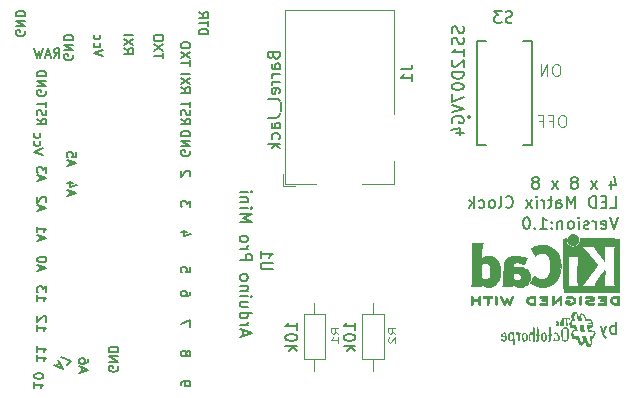
<source format=gbr>
%TF.GenerationSoftware,KiCad,Pcbnew,9.0.5*%
%TF.CreationDate,2025-11-01T23:40:51+06:00*%
%TF.ProjectId,led_matrix_array,6c65645f-6d61-4747-9269-785f61727261,1.0*%
%TF.SameCoordinates,Original*%
%TF.FileFunction,Legend,Bot*%
%TF.FilePolarity,Positive*%
%FSLAX46Y46*%
G04 Gerber Fmt 4.6, Leading zero omitted, Abs format (unit mm)*
G04 Created by KiCad (PCBNEW 9.0.5) date 2025-11-01 23:40:51*
%MOMM*%
%LPD*%
G01*
G04 APERTURE LIST*
%ADD10C,0.200000*%
%ADD11C,0.100000*%
%ADD12C,0.150000*%
%ADD13C,0.000000*%
%ADD14C,0.010000*%
%ADD15C,0.127000*%
%ADD16C,0.120000*%
G04 APERTURE END LIST*
D10*
X171317599Y-104244781D02*
X171317599Y-103244781D01*
X171317599Y-103625733D02*
X171222361Y-103578114D01*
X171222361Y-103578114D02*
X171031885Y-103578114D01*
X171031885Y-103578114D02*
X170936647Y-103625733D01*
X170936647Y-103625733D02*
X170889028Y-103673352D01*
X170889028Y-103673352D02*
X170841409Y-103768590D01*
X170841409Y-103768590D02*
X170841409Y-104054304D01*
X170841409Y-104054304D02*
X170889028Y-104149542D01*
X170889028Y-104149542D02*
X170936647Y-104197162D01*
X170936647Y-104197162D02*
X171031885Y-104244781D01*
X171031885Y-104244781D02*
X171222361Y-104244781D01*
X171222361Y-104244781D02*
X171317599Y-104197162D01*
X170508075Y-103578114D02*
X170269980Y-104244781D01*
X170031885Y-103578114D02*
X170269980Y-104244781D01*
X170269980Y-104244781D02*
X170365218Y-104482876D01*
X170365218Y-104482876D02*
X170412837Y-104530495D01*
X170412837Y-104530495D02*
X170508075Y-104578114D01*
X170905755Y-91316608D02*
X170905755Y-91983275D01*
X171143850Y-90935656D02*
X171381945Y-91649941D01*
X171381945Y-91649941D02*
X170762898Y-91649941D01*
X169715278Y-91983275D02*
X169191469Y-91316608D01*
X169715278Y-91316608D02*
X169191469Y-91983275D01*
X167905754Y-91411846D02*
X168000992Y-91364227D01*
X168000992Y-91364227D02*
X168048611Y-91316608D01*
X168048611Y-91316608D02*
X168096230Y-91221370D01*
X168096230Y-91221370D02*
X168096230Y-91173751D01*
X168096230Y-91173751D02*
X168048611Y-91078513D01*
X168048611Y-91078513D02*
X168000992Y-91030894D01*
X168000992Y-91030894D02*
X167905754Y-90983275D01*
X167905754Y-90983275D02*
X167715278Y-90983275D01*
X167715278Y-90983275D02*
X167620040Y-91030894D01*
X167620040Y-91030894D02*
X167572421Y-91078513D01*
X167572421Y-91078513D02*
X167524802Y-91173751D01*
X167524802Y-91173751D02*
X167524802Y-91221370D01*
X167524802Y-91221370D02*
X167572421Y-91316608D01*
X167572421Y-91316608D02*
X167620040Y-91364227D01*
X167620040Y-91364227D02*
X167715278Y-91411846D01*
X167715278Y-91411846D02*
X167905754Y-91411846D01*
X167905754Y-91411846D02*
X168000992Y-91459465D01*
X168000992Y-91459465D02*
X168048611Y-91507084D01*
X168048611Y-91507084D02*
X168096230Y-91602322D01*
X168096230Y-91602322D02*
X168096230Y-91792798D01*
X168096230Y-91792798D02*
X168048611Y-91888036D01*
X168048611Y-91888036D02*
X168000992Y-91935656D01*
X168000992Y-91935656D02*
X167905754Y-91983275D01*
X167905754Y-91983275D02*
X167715278Y-91983275D01*
X167715278Y-91983275D02*
X167620040Y-91935656D01*
X167620040Y-91935656D02*
X167572421Y-91888036D01*
X167572421Y-91888036D02*
X167524802Y-91792798D01*
X167524802Y-91792798D02*
X167524802Y-91602322D01*
X167524802Y-91602322D02*
X167572421Y-91507084D01*
X167572421Y-91507084D02*
X167620040Y-91459465D01*
X167620040Y-91459465D02*
X167715278Y-91411846D01*
X166429563Y-91983275D02*
X165905754Y-91316608D01*
X166429563Y-91316608D02*
X165905754Y-91983275D01*
X164620039Y-91411846D02*
X164715277Y-91364227D01*
X164715277Y-91364227D02*
X164762896Y-91316608D01*
X164762896Y-91316608D02*
X164810515Y-91221370D01*
X164810515Y-91221370D02*
X164810515Y-91173751D01*
X164810515Y-91173751D02*
X164762896Y-91078513D01*
X164762896Y-91078513D02*
X164715277Y-91030894D01*
X164715277Y-91030894D02*
X164620039Y-90983275D01*
X164620039Y-90983275D02*
X164429563Y-90983275D01*
X164429563Y-90983275D02*
X164334325Y-91030894D01*
X164334325Y-91030894D02*
X164286706Y-91078513D01*
X164286706Y-91078513D02*
X164239087Y-91173751D01*
X164239087Y-91173751D02*
X164239087Y-91221370D01*
X164239087Y-91221370D02*
X164286706Y-91316608D01*
X164286706Y-91316608D02*
X164334325Y-91364227D01*
X164334325Y-91364227D02*
X164429563Y-91411846D01*
X164429563Y-91411846D02*
X164620039Y-91411846D01*
X164620039Y-91411846D02*
X164715277Y-91459465D01*
X164715277Y-91459465D02*
X164762896Y-91507084D01*
X164762896Y-91507084D02*
X164810515Y-91602322D01*
X164810515Y-91602322D02*
X164810515Y-91792798D01*
X164810515Y-91792798D02*
X164762896Y-91888036D01*
X164762896Y-91888036D02*
X164715277Y-91935656D01*
X164715277Y-91935656D02*
X164620039Y-91983275D01*
X164620039Y-91983275D02*
X164429563Y-91983275D01*
X164429563Y-91983275D02*
X164334325Y-91935656D01*
X164334325Y-91935656D02*
X164286706Y-91888036D01*
X164286706Y-91888036D02*
X164239087Y-91792798D01*
X164239087Y-91792798D02*
X164239087Y-91602322D01*
X164239087Y-91602322D02*
X164286706Y-91507084D01*
X164286706Y-91507084D02*
X164334325Y-91459465D01*
X164334325Y-91459465D02*
X164429563Y-91411846D01*
X170858136Y-93593219D02*
X171334326Y-93593219D01*
X171334326Y-93593219D02*
X171334326Y-92593219D01*
X170524802Y-93069409D02*
X170191469Y-93069409D01*
X170048612Y-93593219D02*
X170524802Y-93593219D01*
X170524802Y-93593219D02*
X170524802Y-92593219D01*
X170524802Y-92593219D02*
X170048612Y-92593219D01*
X169620040Y-93593219D02*
X169620040Y-92593219D01*
X169620040Y-92593219D02*
X169381945Y-92593219D01*
X169381945Y-92593219D02*
X169239088Y-92640838D01*
X169239088Y-92640838D02*
X169143850Y-92736076D01*
X169143850Y-92736076D02*
X169096231Y-92831314D01*
X169096231Y-92831314D02*
X169048612Y-93021790D01*
X169048612Y-93021790D02*
X169048612Y-93164647D01*
X169048612Y-93164647D02*
X169096231Y-93355123D01*
X169096231Y-93355123D02*
X169143850Y-93450361D01*
X169143850Y-93450361D02*
X169239088Y-93545600D01*
X169239088Y-93545600D02*
X169381945Y-93593219D01*
X169381945Y-93593219D02*
X169620040Y-93593219D01*
X167858135Y-93593219D02*
X167858135Y-92593219D01*
X167858135Y-92593219D02*
X167524802Y-93307504D01*
X167524802Y-93307504D02*
X167191469Y-92593219D01*
X167191469Y-92593219D02*
X167191469Y-93593219D01*
X166286707Y-93593219D02*
X166286707Y-93069409D01*
X166286707Y-93069409D02*
X166334326Y-92974171D01*
X166334326Y-92974171D02*
X166429564Y-92926552D01*
X166429564Y-92926552D02*
X166620040Y-92926552D01*
X166620040Y-92926552D02*
X166715278Y-92974171D01*
X166286707Y-93545600D02*
X166381945Y-93593219D01*
X166381945Y-93593219D02*
X166620040Y-93593219D01*
X166620040Y-93593219D02*
X166715278Y-93545600D01*
X166715278Y-93545600D02*
X166762897Y-93450361D01*
X166762897Y-93450361D02*
X166762897Y-93355123D01*
X166762897Y-93355123D02*
X166715278Y-93259885D01*
X166715278Y-93259885D02*
X166620040Y-93212266D01*
X166620040Y-93212266D02*
X166381945Y-93212266D01*
X166381945Y-93212266D02*
X166286707Y-93164647D01*
X165953373Y-92926552D02*
X165572421Y-92926552D01*
X165810516Y-92593219D02*
X165810516Y-93450361D01*
X165810516Y-93450361D02*
X165762897Y-93545600D01*
X165762897Y-93545600D02*
X165667659Y-93593219D01*
X165667659Y-93593219D02*
X165572421Y-93593219D01*
X165239087Y-93593219D02*
X165239087Y-92926552D01*
X165239087Y-93117028D02*
X165191468Y-93021790D01*
X165191468Y-93021790D02*
X165143849Y-92974171D01*
X165143849Y-92974171D02*
X165048611Y-92926552D01*
X165048611Y-92926552D02*
X164953373Y-92926552D01*
X164620039Y-93593219D02*
X164620039Y-92926552D01*
X164620039Y-92593219D02*
X164667658Y-92640838D01*
X164667658Y-92640838D02*
X164620039Y-92688457D01*
X164620039Y-92688457D02*
X164572420Y-92640838D01*
X164572420Y-92640838D02*
X164620039Y-92593219D01*
X164620039Y-92593219D02*
X164620039Y-92688457D01*
X164239087Y-93593219D02*
X163715278Y-92926552D01*
X164239087Y-92926552D02*
X163715278Y-93593219D01*
X162000992Y-93497980D02*
X162048611Y-93545600D01*
X162048611Y-93545600D02*
X162191468Y-93593219D01*
X162191468Y-93593219D02*
X162286706Y-93593219D01*
X162286706Y-93593219D02*
X162429563Y-93545600D01*
X162429563Y-93545600D02*
X162524801Y-93450361D01*
X162524801Y-93450361D02*
X162572420Y-93355123D01*
X162572420Y-93355123D02*
X162620039Y-93164647D01*
X162620039Y-93164647D02*
X162620039Y-93021790D01*
X162620039Y-93021790D02*
X162572420Y-92831314D01*
X162572420Y-92831314D02*
X162524801Y-92736076D01*
X162524801Y-92736076D02*
X162429563Y-92640838D01*
X162429563Y-92640838D02*
X162286706Y-92593219D01*
X162286706Y-92593219D02*
X162191468Y-92593219D01*
X162191468Y-92593219D02*
X162048611Y-92640838D01*
X162048611Y-92640838D02*
X162000992Y-92688457D01*
X161429563Y-93593219D02*
X161524801Y-93545600D01*
X161524801Y-93545600D02*
X161572420Y-93450361D01*
X161572420Y-93450361D02*
X161572420Y-92593219D01*
X160905753Y-93593219D02*
X161000991Y-93545600D01*
X161000991Y-93545600D02*
X161048610Y-93497980D01*
X161048610Y-93497980D02*
X161096229Y-93402742D01*
X161096229Y-93402742D02*
X161096229Y-93117028D01*
X161096229Y-93117028D02*
X161048610Y-93021790D01*
X161048610Y-93021790D02*
X161000991Y-92974171D01*
X161000991Y-92974171D02*
X160905753Y-92926552D01*
X160905753Y-92926552D02*
X160762896Y-92926552D01*
X160762896Y-92926552D02*
X160667658Y-92974171D01*
X160667658Y-92974171D02*
X160620039Y-93021790D01*
X160620039Y-93021790D02*
X160572420Y-93117028D01*
X160572420Y-93117028D02*
X160572420Y-93402742D01*
X160572420Y-93402742D02*
X160620039Y-93497980D01*
X160620039Y-93497980D02*
X160667658Y-93545600D01*
X160667658Y-93545600D02*
X160762896Y-93593219D01*
X160762896Y-93593219D02*
X160905753Y-93593219D01*
X159715277Y-93545600D02*
X159810515Y-93593219D01*
X159810515Y-93593219D02*
X160000991Y-93593219D01*
X160000991Y-93593219D02*
X160096229Y-93545600D01*
X160096229Y-93545600D02*
X160143848Y-93497980D01*
X160143848Y-93497980D02*
X160191467Y-93402742D01*
X160191467Y-93402742D02*
X160191467Y-93117028D01*
X160191467Y-93117028D02*
X160143848Y-93021790D01*
X160143848Y-93021790D02*
X160096229Y-92974171D01*
X160096229Y-92974171D02*
X160000991Y-92926552D01*
X160000991Y-92926552D02*
X159810515Y-92926552D01*
X159810515Y-92926552D02*
X159715277Y-92974171D01*
X159286705Y-93593219D02*
X159286705Y-92593219D01*
X159191467Y-93212266D02*
X158905753Y-93593219D01*
X158905753Y-92926552D02*
X159286705Y-93307504D01*
X171477183Y-94371219D02*
X171143850Y-95371219D01*
X171143850Y-95371219D02*
X170810517Y-94371219D01*
X170096231Y-95323600D02*
X170191469Y-95371219D01*
X170191469Y-95371219D02*
X170381945Y-95371219D01*
X170381945Y-95371219D02*
X170477183Y-95323600D01*
X170477183Y-95323600D02*
X170524802Y-95228361D01*
X170524802Y-95228361D02*
X170524802Y-94847409D01*
X170524802Y-94847409D02*
X170477183Y-94752171D01*
X170477183Y-94752171D02*
X170381945Y-94704552D01*
X170381945Y-94704552D02*
X170191469Y-94704552D01*
X170191469Y-94704552D02*
X170096231Y-94752171D01*
X170096231Y-94752171D02*
X170048612Y-94847409D01*
X170048612Y-94847409D02*
X170048612Y-94942647D01*
X170048612Y-94942647D02*
X170524802Y-95037885D01*
X169620040Y-95371219D02*
X169620040Y-94704552D01*
X169620040Y-94895028D02*
X169572421Y-94799790D01*
X169572421Y-94799790D02*
X169524802Y-94752171D01*
X169524802Y-94752171D02*
X169429564Y-94704552D01*
X169429564Y-94704552D02*
X169334326Y-94704552D01*
X169048611Y-95323600D02*
X168953373Y-95371219D01*
X168953373Y-95371219D02*
X168762897Y-95371219D01*
X168762897Y-95371219D02*
X168667659Y-95323600D01*
X168667659Y-95323600D02*
X168620040Y-95228361D01*
X168620040Y-95228361D02*
X168620040Y-95180742D01*
X168620040Y-95180742D02*
X168667659Y-95085504D01*
X168667659Y-95085504D02*
X168762897Y-95037885D01*
X168762897Y-95037885D02*
X168905754Y-95037885D01*
X168905754Y-95037885D02*
X169000992Y-94990266D01*
X169000992Y-94990266D02*
X169048611Y-94895028D01*
X169048611Y-94895028D02*
X169048611Y-94847409D01*
X169048611Y-94847409D02*
X169000992Y-94752171D01*
X169000992Y-94752171D02*
X168905754Y-94704552D01*
X168905754Y-94704552D02*
X168762897Y-94704552D01*
X168762897Y-94704552D02*
X168667659Y-94752171D01*
X168191468Y-95371219D02*
X168191468Y-94704552D01*
X168191468Y-94371219D02*
X168239087Y-94418838D01*
X168239087Y-94418838D02*
X168191468Y-94466457D01*
X168191468Y-94466457D02*
X168143849Y-94418838D01*
X168143849Y-94418838D02*
X168191468Y-94371219D01*
X168191468Y-94371219D02*
X168191468Y-94466457D01*
X167572421Y-95371219D02*
X167667659Y-95323600D01*
X167667659Y-95323600D02*
X167715278Y-95275980D01*
X167715278Y-95275980D02*
X167762897Y-95180742D01*
X167762897Y-95180742D02*
X167762897Y-94895028D01*
X167762897Y-94895028D02*
X167715278Y-94799790D01*
X167715278Y-94799790D02*
X167667659Y-94752171D01*
X167667659Y-94752171D02*
X167572421Y-94704552D01*
X167572421Y-94704552D02*
X167429564Y-94704552D01*
X167429564Y-94704552D02*
X167334326Y-94752171D01*
X167334326Y-94752171D02*
X167286707Y-94799790D01*
X167286707Y-94799790D02*
X167239088Y-94895028D01*
X167239088Y-94895028D02*
X167239088Y-95180742D01*
X167239088Y-95180742D02*
X167286707Y-95275980D01*
X167286707Y-95275980D02*
X167334326Y-95323600D01*
X167334326Y-95323600D02*
X167429564Y-95371219D01*
X167429564Y-95371219D02*
X167572421Y-95371219D01*
X166810516Y-94704552D02*
X166810516Y-95371219D01*
X166810516Y-94799790D02*
X166762897Y-94752171D01*
X166762897Y-94752171D02*
X166667659Y-94704552D01*
X166667659Y-94704552D02*
X166524802Y-94704552D01*
X166524802Y-94704552D02*
X166429564Y-94752171D01*
X166429564Y-94752171D02*
X166381945Y-94847409D01*
X166381945Y-94847409D02*
X166381945Y-95371219D01*
X165905754Y-95275980D02*
X165858135Y-95323600D01*
X165858135Y-95323600D02*
X165905754Y-95371219D01*
X165905754Y-95371219D02*
X165953373Y-95323600D01*
X165953373Y-95323600D02*
X165905754Y-95275980D01*
X165905754Y-95275980D02*
X165905754Y-95371219D01*
X165905754Y-94752171D02*
X165858135Y-94799790D01*
X165858135Y-94799790D02*
X165905754Y-94847409D01*
X165905754Y-94847409D02*
X165953373Y-94799790D01*
X165953373Y-94799790D02*
X165905754Y-94752171D01*
X165905754Y-94752171D02*
X165905754Y-94847409D01*
X164905755Y-95371219D02*
X165477183Y-95371219D01*
X165191469Y-95371219D02*
X165191469Y-94371219D01*
X165191469Y-94371219D02*
X165286707Y-94514076D01*
X165286707Y-94514076D02*
X165381945Y-94609314D01*
X165381945Y-94609314D02*
X165477183Y-94656933D01*
X164477183Y-95275980D02*
X164429564Y-95323600D01*
X164429564Y-95323600D02*
X164477183Y-95371219D01*
X164477183Y-95371219D02*
X164524802Y-95323600D01*
X164524802Y-95323600D02*
X164477183Y-95275980D01*
X164477183Y-95275980D02*
X164477183Y-95371219D01*
X163810517Y-94371219D02*
X163715279Y-94371219D01*
X163715279Y-94371219D02*
X163620041Y-94418838D01*
X163620041Y-94418838D02*
X163572422Y-94466457D01*
X163572422Y-94466457D02*
X163524803Y-94561695D01*
X163524803Y-94561695D02*
X163477184Y-94752171D01*
X163477184Y-94752171D02*
X163477184Y-94990266D01*
X163477184Y-94990266D02*
X163524803Y-95180742D01*
X163524803Y-95180742D02*
X163572422Y-95275980D01*
X163572422Y-95275980D02*
X163620041Y-95323600D01*
X163620041Y-95323600D02*
X163715279Y-95371219D01*
X163715279Y-95371219D02*
X163810517Y-95371219D01*
X163810517Y-95371219D02*
X163905755Y-95323600D01*
X163905755Y-95323600D02*
X163953374Y-95275980D01*
X163953374Y-95275980D02*
X164000993Y-95180742D01*
X164000993Y-95180742D02*
X164048612Y-94990266D01*
X164048612Y-94990266D02*
X164048612Y-94752171D01*
X164048612Y-94752171D02*
X164000993Y-94561695D01*
X164000993Y-94561695D02*
X163953374Y-94466457D01*
X163953374Y-94466457D02*
X163905755Y-94418838D01*
X163905755Y-94418838D02*
X163810517Y-94371219D01*
D11*
X166891639Y-85740419D02*
X166701163Y-85740419D01*
X166701163Y-85740419D02*
X166605925Y-85788038D01*
X166605925Y-85788038D02*
X166510687Y-85883276D01*
X166510687Y-85883276D02*
X166463068Y-86073752D01*
X166463068Y-86073752D02*
X166463068Y-86407085D01*
X166463068Y-86407085D02*
X166510687Y-86597561D01*
X166510687Y-86597561D02*
X166605925Y-86692800D01*
X166605925Y-86692800D02*
X166701163Y-86740419D01*
X166701163Y-86740419D02*
X166891639Y-86740419D01*
X166891639Y-86740419D02*
X166986877Y-86692800D01*
X166986877Y-86692800D02*
X167082115Y-86597561D01*
X167082115Y-86597561D02*
X167129734Y-86407085D01*
X167129734Y-86407085D02*
X167129734Y-86073752D01*
X167129734Y-86073752D02*
X167082115Y-85883276D01*
X167082115Y-85883276D02*
X166986877Y-85788038D01*
X166986877Y-85788038D02*
X166891639Y-85740419D01*
X165701163Y-86216609D02*
X166034496Y-86216609D01*
X166034496Y-86740419D02*
X166034496Y-85740419D01*
X166034496Y-85740419D02*
X165558306Y-85740419D01*
X164844020Y-86216609D02*
X165177353Y-86216609D01*
X165177353Y-86740419D02*
X165177353Y-85740419D01*
X165177353Y-85740419D02*
X164701163Y-85740419D01*
X166383639Y-81422419D02*
X166193163Y-81422419D01*
X166193163Y-81422419D02*
X166097925Y-81470038D01*
X166097925Y-81470038D02*
X166002687Y-81565276D01*
X166002687Y-81565276D02*
X165955068Y-81755752D01*
X165955068Y-81755752D02*
X165955068Y-82089085D01*
X165955068Y-82089085D02*
X166002687Y-82279561D01*
X166002687Y-82279561D02*
X166097925Y-82374800D01*
X166097925Y-82374800D02*
X166193163Y-82422419D01*
X166193163Y-82422419D02*
X166383639Y-82422419D01*
X166383639Y-82422419D02*
X166478877Y-82374800D01*
X166478877Y-82374800D02*
X166574115Y-82279561D01*
X166574115Y-82279561D02*
X166621734Y-82089085D01*
X166621734Y-82089085D02*
X166621734Y-81755752D01*
X166621734Y-81755752D02*
X166574115Y-81565276D01*
X166574115Y-81565276D02*
X166478877Y-81470038D01*
X166478877Y-81470038D02*
X166383639Y-81422419D01*
X165526496Y-82422419D02*
X165526496Y-81422419D01*
X165526496Y-81422419D02*
X164955068Y-82422419D01*
X164955068Y-82422419D02*
X164955068Y-81422419D01*
D12*
X142277180Y-98805904D02*
X141467657Y-98805904D01*
X141467657Y-98805904D02*
X141372419Y-98758285D01*
X141372419Y-98758285D02*
X141324800Y-98710666D01*
X141324800Y-98710666D02*
X141277180Y-98615428D01*
X141277180Y-98615428D02*
X141277180Y-98424952D01*
X141277180Y-98424952D02*
X141324800Y-98329714D01*
X141324800Y-98329714D02*
X141372419Y-98282095D01*
X141372419Y-98282095D02*
X141467657Y-98234476D01*
X141467657Y-98234476D02*
X142277180Y-98234476D01*
X141277180Y-97234476D02*
X141277180Y-97805904D01*
X141277180Y-97520190D02*
X142277180Y-97520190D01*
X142277180Y-97520190D02*
X142134323Y-97615428D01*
X142134323Y-97615428D02*
X142039085Y-97710666D01*
X142039085Y-97710666D02*
X141991466Y-97805904D01*
X123742380Y-80880295D02*
X124009047Y-80499342D01*
X124199523Y-80880295D02*
X124199523Y-80080295D01*
X124199523Y-80080295D02*
X123894761Y-80080295D01*
X123894761Y-80080295D02*
X123818571Y-80118390D01*
X123818571Y-80118390D02*
X123780476Y-80156485D01*
X123780476Y-80156485D02*
X123742380Y-80232676D01*
X123742380Y-80232676D02*
X123742380Y-80346961D01*
X123742380Y-80346961D02*
X123780476Y-80423152D01*
X123780476Y-80423152D02*
X123818571Y-80461247D01*
X123818571Y-80461247D02*
X123894761Y-80499342D01*
X123894761Y-80499342D02*
X124199523Y-80499342D01*
X123437619Y-80651723D02*
X123056666Y-80651723D01*
X123513809Y-80880295D02*
X123247142Y-80080295D01*
X123247142Y-80080295D02*
X122980476Y-80880295D01*
X122790000Y-80080295D02*
X122599524Y-80880295D01*
X122599524Y-80880295D02*
X122447143Y-80308866D01*
X122447143Y-80308866D02*
X122294762Y-80880295D01*
X122294762Y-80880295D02*
X122104286Y-80080295D01*
X134968847Y-105994190D02*
X135006942Y-106070380D01*
X135006942Y-106070380D02*
X135045038Y-106108475D01*
X135045038Y-106108475D02*
X135121228Y-106146571D01*
X135121228Y-106146571D02*
X135159323Y-106146571D01*
X135159323Y-106146571D02*
X135235514Y-106108475D01*
X135235514Y-106108475D02*
X135273609Y-106070380D01*
X135273609Y-106070380D02*
X135311704Y-105994190D01*
X135311704Y-105994190D02*
X135311704Y-105841809D01*
X135311704Y-105841809D02*
X135273609Y-105765618D01*
X135273609Y-105765618D02*
X135235514Y-105727523D01*
X135235514Y-105727523D02*
X135159323Y-105689428D01*
X135159323Y-105689428D02*
X135121228Y-105689428D01*
X135121228Y-105689428D02*
X135045038Y-105727523D01*
X135045038Y-105727523D02*
X135006942Y-105765618D01*
X135006942Y-105765618D02*
X134968847Y-105841809D01*
X134968847Y-105841809D02*
X134968847Y-105994190D01*
X134968847Y-105994190D02*
X134930752Y-106070380D01*
X134930752Y-106070380D02*
X134892657Y-106108475D01*
X134892657Y-106108475D02*
X134816466Y-106146571D01*
X134816466Y-106146571D02*
X134664085Y-106146571D01*
X134664085Y-106146571D02*
X134587895Y-106108475D01*
X134587895Y-106108475D02*
X134549800Y-106070380D01*
X134549800Y-106070380D02*
X134511704Y-105994190D01*
X134511704Y-105994190D02*
X134511704Y-105841809D01*
X134511704Y-105841809D02*
X134549800Y-105765618D01*
X134549800Y-105765618D02*
X134587895Y-105727523D01*
X134587895Y-105727523D02*
X134664085Y-105689428D01*
X134664085Y-105689428D02*
X134816466Y-105689428D01*
X134816466Y-105689428D02*
X134892657Y-105727523D01*
X134892657Y-105727523D02*
X134930752Y-105765618D01*
X134930752Y-105765618D02*
X134968847Y-105841809D01*
X134511704Y-83381808D02*
X134892657Y-83648475D01*
X134511704Y-83838951D02*
X135311704Y-83838951D01*
X135311704Y-83838951D02*
X135311704Y-83534189D01*
X135311704Y-83534189D02*
X135273609Y-83457999D01*
X135273609Y-83457999D02*
X135235514Y-83419904D01*
X135235514Y-83419904D02*
X135159323Y-83381808D01*
X135159323Y-83381808D02*
X135045038Y-83381808D01*
X135045038Y-83381808D02*
X134968847Y-83419904D01*
X134968847Y-83419904D02*
X134930752Y-83457999D01*
X134930752Y-83457999D02*
X134892657Y-83534189D01*
X134892657Y-83534189D02*
X134892657Y-83838951D01*
X135311704Y-83115142D02*
X134511704Y-82581808D01*
X135311704Y-82581808D02*
X134511704Y-83115142D01*
X134511704Y-82277046D02*
X135311704Y-82277046D01*
X135311704Y-98615523D02*
X135311704Y-98996475D01*
X135311704Y-98996475D02*
X134930752Y-99034571D01*
X134930752Y-99034571D02*
X134968847Y-98996475D01*
X134968847Y-98996475D02*
X135006942Y-98920285D01*
X135006942Y-98920285D02*
X135006942Y-98729809D01*
X135006942Y-98729809D02*
X134968847Y-98653618D01*
X134968847Y-98653618D02*
X134930752Y-98615523D01*
X134930752Y-98615523D02*
X134854561Y-98577428D01*
X134854561Y-98577428D02*
X134664085Y-98577428D01*
X134664085Y-98577428D02*
X134587895Y-98615523D01*
X134587895Y-98615523D02*
X134549800Y-98653618D01*
X134549800Y-98653618D02*
X134511704Y-98729809D01*
X134511704Y-98729809D02*
X134511704Y-98920285D01*
X134511704Y-98920285D02*
X134549800Y-98996475D01*
X134549800Y-98996475D02*
X134587895Y-99034571D01*
X122548276Y-91249428D02*
X122548276Y-90868475D01*
X122319704Y-91325618D02*
X123119704Y-91058951D01*
X123119704Y-91058951D02*
X122319704Y-90792285D01*
X123119704Y-90601809D02*
X123119704Y-90106571D01*
X123119704Y-90106571D02*
X122814942Y-90373237D01*
X122814942Y-90373237D02*
X122814942Y-90258952D01*
X122814942Y-90258952D02*
X122776847Y-90182761D01*
X122776847Y-90182761D02*
X122738752Y-90144666D01*
X122738752Y-90144666D02*
X122662561Y-90106571D01*
X122662561Y-90106571D02*
X122472085Y-90106571D01*
X122472085Y-90106571D02*
X122395895Y-90144666D01*
X122395895Y-90144666D02*
X122357800Y-90182761D01*
X122357800Y-90182761D02*
X122319704Y-90258952D01*
X122319704Y-90258952D02*
X122319704Y-90487523D01*
X122319704Y-90487523D02*
X122357800Y-90563714D01*
X122357800Y-90563714D02*
X122395895Y-90601809D01*
X127945704Y-80771904D02*
X127145704Y-80505237D01*
X127145704Y-80505237D02*
X127945704Y-80238571D01*
X127183800Y-79629047D02*
X127145704Y-79705238D01*
X127145704Y-79705238D02*
X127145704Y-79857619D01*
X127145704Y-79857619D02*
X127183800Y-79933809D01*
X127183800Y-79933809D02*
X127221895Y-79971904D01*
X127221895Y-79971904D02*
X127298085Y-80010000D01*
X127298085Y-80010000D02*
X127526657Y-80010000D01*
X127526657Y-80010000D02*
X127602847Y-79971904D01*
X127602847Y-79971904D02*
X127640942Y-79933809D01*
X127640942Y-79933809D02*
X127679038Y-79857619D01*
X127679038Y-79857619D02*
X127679038Y-79705238D01*
X127679038Y-79705238D02*
X127640942Y-79629047D01*
X127183800Y-78943333D02*
X127145704Y-79019524D01*
X127145704Y-79019524D02*
X127145704Y-79171905D01*
X127145704Y-79171905D02*
X127183800Y-79248095D01*
X127183800Y-79248095D02*
X127221895Y-79286190D01*
X127221895Y-79286190D02*
X127298085Y-79324286D01*
X127298085Y-79324286D02*
X127526657Y-79324286D01*
X127526657Y-79324286D02*
X127602847Y-79286190D01*
X127602847Y-79286190D02*
X127640942Y-79248095D01*
X127640942Y-79248095D02*
X127679038Y-79171905D01*
X127679038Y-79171905D02*
X127679038Y-79019524D01*
X127679038Y-79019524D02*
X127640942Y-78943333D01*
X134511704Y-86036094D02*
X134892657Y-86302761D01*
X134511704Y-86493237D02*
X135311704Y-86493237D01*
X135311704Y-86493237D02*
X135311704Y-86188475D01*
X135311704Y-86188475D02*
X135273609Y-86112285D01*
X135273609Y-86112285D02*
X135235514Y-86074190D01*
X135235514Y-86074190D02*
X135159323Y-86036094D01*
X135159323Y-86036094D02*
X135045038Y-86036094D01*
X135045038Y-86036094D02*
X134968847Y-86074190D01*
X134968847Y-86074190D02*
X134930752Y-86112285D01*
X134930752Y-86112285D02*
X134892657Y-86188475D01*
X134892657Y-86188475D02*
X134892657Y-86493237D01*
X134549800Y-85731333D02*
X134511704Y-85617047D01*
X134511704Y-85617047D02*
X134511704Y-85426571D01*
X134511704Y-85426571D02*
X134549800Y-85350380D01*
X134549800Y-85350380D02*
X134587895Y-85312285D01*
X134587895Y-85312285D02*
X134664085Y-85274190D01*
X134664085Y-85274190D02*
X134740276Y-85274190D01*
X134740276Y-85274190D02*
X134816466Y-85312285D01*
X134816466Y-85312285D02*
X134854561Y-85350380D01*
X134854561Y-85350380D02*
X134892657Y-85426571D01*
X134892657Y-85426571D02*
X134930752Y-85578952D01*
X134930752Y-85578952D02*
X134968847Y-85655142D01*
X134968847Y-85655142D02*
X135006942Y-85693237D01*
X135006942Y-85693237D02*
X135083133Y-85731333D01*
X135083133Y-85731333D02*
X135159323Y-85731333D01*
X135159323Y-85731333D02*
X135235514Y-85693237D01*
X135235514Y-85693237D02*
X135273609Y-85655142D01*
X135273609Y-85655142D02*
X135311704Y-85578952D01*
X135311704Y-85578952D02*
X135311704Y-85388475D01*
X135311704Y-85388475D02*
X135273609Y-85274190D01*
X135311704Y-85045618D02*
X135311704Y-84588475D01*
X134511704Y-84817047D02*
X135311704Y-84817047D01*
X134511704Y-108610380D02*
X134511704Y-108457999D01*
X134511704Y-108457999D02*
X134549800Y-108381809D01*
X134549800Y-108381809D02*
X134587895Y-108343713D01*
X134587895Y-108343713D02*
X134702180Y-108267523D01*
X134702180Y-108267523D02*
X134854561Y-108229428D01*
X134854561Y-108229428D02*
X135159323Y-108229428D01*
X135159323Y-108229428D02*
X135235514Y-108267523D01*
X135235514Y-108267523D02*
X135273609Y-108305618D01*
X135273609Y-108305618D02*
X135311704Y-108381809D01*
X135311704Y-108381809D02*
X135311704Y-108534190D01*
X135311704Y-108534190D02*
X135273609Y-108610380D01*
X135273609Y-108610380D02*
X135235514Y-108648475D01*
X135235514Y-108648475D02*
X135159323Y-108686571D01*
X135159323Y-108686571D02*
X134968847Y-108686571D01*
X134968847Y-108686571D02*
X134892657Y-108648475D01*
X134892657Y-108648475D02*
X134854561Y-108610380D01*
X134854561Y-108610380D02*
X134816466Y-108534190D01*
X134816466Y-108534190D02*
X134816466Y-108381809D01*
X134816466Y-108381809D02*
X134854561Y-108305618D01*
X134854561Y-108305618D02*
X134892657Y-108267523D01*
X134892657Y-108267523D02*
X134968847Y-108229428D01*
X123961382Y-106989503D02*
X124230756Y-106720129D01*
X123745883Y-106881754D02*
X124500130Y-107258877D01*
X124500130Y-107258877D02*
X124123006Y-106504630D01*
X124823378Y-106935629D02*
X125200502Y-106558505D01*
X125200502Y-106558505D02*
X124392380Y-106235256D01*
X125088276Y-89979428D02*
X125088276Y-89598475D01*
X124859704Y-90055618D02*
X125659704Y-89788951D01*
X125659704Y-89788951D02*
X124859704Y-89522285D01*
X125659704Y-88874666D02*
X125659704Y-89255618D01*
X125659704Y-89255618D02*
X125278752Y-89293714D01*
X125278752Y-89293714D02*
X125316847Y-89255618D01*
X125316847Y-89255618D02*
X125354942Y-89179428D01*
X125354942Y-89179428D02*
X125354942Y-88988952D01*
X125354942Y-88988952D02*
X125316847Y-88912761D01*
X125316847Y-88912761D02*
X125278752Y-88874666D01*
X125278752Y-88874666D02*
X125202561Y-88836571D01*
X125202561Y-88836571D02*
X125012085Y-88836571D01*
X125012085Y-88836571D02*
X124935895Y-88874666D01*
X124935895Y-88874666D02*
X124897800Y-88912761D01*
X124897800Y-88912761D02*
X124859704Y-88988952D01*
X124859704Y-88988952D02*
X124859704Y-89179428D01*
X124859704Y-89179428D02*
X124897800Y-89255618D01*
X124897800Y-89255618D02*
X124935895Y-89293714D01*
X129177609Y-107015696D02*
X129215704Y-107091886D01*
X129215704Y-107091886D02*
X129215704Y-107206172D01*
X129215704Y-107206172D02*
X129177609Y-107320458D01*
X129177609Y-107320458D02*
X129101419Y-107396648D01*
X129101419Y-107396648D02*
X129025228Y-107434743D01*
X129025228Y-107434743D02*
X128872847Y-107472839D01*
X128872847Y-107472839D02*
X128758561Y-107472839D01*
X128758561Y-107472839D02*
X128606180Y-107434743D01*
X128606180Y-107434743D02*
X128529990Y-107396648D01*
X128529990Y-107396648D02*
X128453800Y-107320458D01*
X128453800Y-107320458D02*
X128415704Y-107206172D01*
X128415704Y-107206172D02*
X128415704Y-107129981D01*
X128415704Y-107129981D02*
X128453800Y-107015696D01*
X128453800Y-107015696D02*
X128491895Y-106977600D01*
X128491895Y-106977600D02*
X128758561Y-106977600D01*
X128758561Y-106977600D02*
X128758561Y-107129981D01*
X128415704Y-106634743D02*
X129215704Y-106634743D01*
X129215704Y-106634743D02*
X128415704Y-106177600D01*
X128415704Y-106177600D02*
X129215704Y-106177600D01*
X128415704Y-105796648D02*
X129215704Y-105796648D01*
X129215704Y-105796648D02*
X129215704Y-105606172D01*
X129215704Y-105606172D02*
X129177609Y-105491886D01*
X129177609Y-105491886D02*
X129101419Y-105415696D01*
X129101419Y-105415696D02*
X129025228Y-105377601D01*
X129025228Y-105377601D02*
X128872847Y-105339505D01*
X128872847Y-105339505D02*
X128758561Y-105339505D01*
X128758561Y-105339505D02*
X128606180Y-105377601D01*
X128606180Y-105377601D02*
X128529990Y-105415696D01*
X128529990Y-105415696D02*
X128453800Y-105491886D01*
X128453800Y-105491886D02*
X128415704Y-105606172D01*
X128415704Y-105606172D02*
X128415704Y-105796648D01*
X122319704Y-103530381D02*
X122319704Y-103987524D01*
X122319704Y-103758952D02*
X123119704Y-103758952D01*
X123119704Y-103758952D02*
X123005419Y-103835143D01*
X123005419Y-103835143D02*
X122929228Y-103911333D01*
X122929228Y-103911333D02*
X122891133Y-103987524D01*
X123043514Y-103225619D02*
X123081609Y-103187523D01*
X123081609Y-103187523D02*
X123119704Y-103111333D01*
X123119704Y-103111333D02*
X123119704Y-102920857D01*
X123119704Y-102920857D02*
X123081609Y-102844666D01*
X123081609Y-102844666D02*
X123043514Y-102806571D01*
X123043514Y-102806571D02*
X122967323Y-102768476D01*
X122967323Y-102768476D02*
X122891133Y-102768476D01*
X122891133Y-102768476D02*
X122776847Y-102806571D01*
X122776847Y-102806571D02*
X122319704Y-103263714D01*
X122319704Y-103263714D02*
X122319704Y-102768476D01*
X135311704Y-81546571D02*
X135311704Y-81089428D01*
X134511704Y-81318000D02*
X135311704Y-81318000D01*
X135311704Y-80898952D02*
X134511704Y-80365618D01*
X135311704Y-80365618D02*
X134511704Y-80898952D01*
X135311704Y-79908475D02*
X135311704Y-79756094D01*
X135311704Y-79756094D02*
X135273609Y-79679904D01*
X135273609Y-79679904D02*
X135197419Y-79603713D01*
X135197419Y-79603713D02*
X135045038Y-79565618D01*
X135045038Y-79565618D02*
X134778371Y-79565618D01*
X134778371Y-79565618D02*
X134625990Y-79603713D01*
X134625990Y-79603713D02*
X134549800Y-79679904D01*
X134549800Y-79679904D02*
X134511704Y-79756094D01*
X134511704Y-79756094D02*
X134511704Y-79908475D01*
X134511704Y-79908475D02*
X134549800Y-79984666D01*
X134549800Y-79984666D02*
X134625990Y-80060856D01*
X134625990Y-80060856D02*
X134778371Y-80098952D01*
X134778371Y-80098952D02*
X135045038Y-80098952D01*
X135045038Y-80098952D02*
X135197419Y-80060856D01*
X135197419Y-80060856D02*
X135273609Y-79984666D01*
X135273609Y-79984666D02*
X135311704Y-79908475D01*
X121303609Y-78587523D02*
X121341704Y-78663713D01*
X121341704Y-78663713D02*
X121341704Y-78777999D01*
X121341704Y-78777999D02*
X121303609Y-78892285D01*
X121303609Y-78892285D02*
X121227419Y-78968475D01*
X121227419Y-78968475D02*
X121151228Y-79006570D01*
X121151228Y-79006570D02*
X120998847Y-79044666D01*
X120998847Y-79044666D02*
X120884561Y-79044666D01*
X120884561Y-79044666D02*
X120732180Y-79006570D01*
X120732180Y-79006570D02*
X120655990Y-78968475D01*
X120655990Y-78968475D02*
X120579800Y-78892285D01*
X120579800Y-78892285D02*
X120541704Y-78777999D01*
X120541704Y-78777999D02*
X120541704Y-78701808D01*
X120541704Y-78701808D02*
X120579800Y-78587523D01*
X120579800Y-78587523D02*
X120617895Y-78549427D01*
X120617895Y-78549427D02*
X120884561Y-78549427D01*
X120884561Y-78549427D02*
X120884561Y-78701808D01*
X120541704Y-78206570D02*
X121341704Y-78206570D01*
X121341704Y-78206570D02*
X120541704Y-77749427D01*
X120541704Y-77749427D02*
X121341704Y-77749427D01*
X120541704Y-77368475D02*
X121341704Y-77368475D01*
X121341704Y-77368475D02*
X121341704Y-77177999D01*
X121341704Y-77177999D02*
X121303609Y-77063713D01*
X121303609Y-77063713D02*
X121227419Y-76987523D01*
X121227419Y-76987523D02*
X121151228Y-76949428D01*
X121151228Y-76949428D02*
X120998847Y-76911332D01*
X120998847Y-76911332D02*
X120884561Y-76911332D01*
X120884561Y-76911332D02*
X120732180Y-76949428D01*
X120732180Y-76949428D02*
X120655990Y-76987523D01*
X120655990Y-76987523D02*
X120579800Y-77063713D01*
X120579800Y-77063713D02*
X120541704Y-77177999D01*
X120541704Y-77177999D02*
X120541704Y-77368475D01*
X135273609Y-88747523D02*
X135311704Y-88823713D01*
X135311704Y-88823713D02*
X135311704Y-88937999D01*
X135311704Y-88937999D02*
X135273609Y-89052285D01*
X135273609Y-89052285D02*
X135197419Y-89128475D01*
X135197419Y-89128475D02*
X135121228Y-89166570D01*
X135121228Y-89166570D02*
X134968847Y-89204666D01*
X134968847Y-89204666D02*
X134854561Y-89204666D01*
X134854561Y-89204666D02*
X134702180Y-89166570D01*
X134702180Y-89166570D02*
X134625990Y-89128475D01*
X134625990Y-89128475D02*
X134549800Y-89052285D01*
X134549800Y-89052285D02*
X134511704Y-88937999D01*
X134511704Y-88937999D02*
X134511704Y-88861808D01*
X134511704Y-88861808D02*
X134549800Y-88747523D01*
X134549800Y-88747523D02*
X134587895Y-88709427D01*
X134587895Y-88709427D02*
X134854561Y-88709427D01*
X134854561Y-88709427D02*
X134854561Y-88861808D01*
X134511704Y-88366570D02*
X135311704Y-88366570D01*
X135311704Y-88366570D02*
X134511704Y-87909427D01*
X134511704Y-87909427D02*
X135311704Y-87909427D01*
X134511704Y-87528475D02*
X135311704Y-87528475D01*
X135311704Y-87528475D02*
X135311704Y-87337999D01*
X135311704Y-87337999D02*
X135273609Y-87223713D01*
X135273609Y-87223713D02*
X135197419Y-87147523D01*
X135197419Y-87147523D02*
X135121228Y-87109428D01*
X135121228Y-87109428D02*
X134968847Y-87071332D01*
X134968847Y-87071332D02*
X134854561Y-87071332D01*
X134854561Y-87071332D02*
X134702180Y-87109428D01*
X134702180Y-87109428D02*
X134625990Y-87147523D01*
X134625990Y-87147523D02*
X134549800Y-87223713D01*
X134549800Y-87223713D02*
X134511704Y-87337999D01*
X134511704Y-87337999D02*
X134511704Y-87528475D01*
X122319704Y-86036094D02*
X122700657Y-86302761D01*
X122319704Y-86493237D02*
X123119704Y-86493237D01*
X123119704Y-86493237D02*
X123119704Y-86188475D01*
X123119704Y-86188475D02*
X123081609Y-86112285D01*
X123081609Y-86112285D02*
X123043514Y-86074190D01*
X123043514Y-86074190D02*
X122967323Y-86036094D01*
X122967323Y-86036094D02*
X122853038Y-86036094D01*
X122853038Y-86036094D02*
X122776847Y-86074190D01*
X122776847Y-86074190D02*
X122738752Y-86112285D01*
X122738752Y-86112285D02*
X122700657Y-86188475D01*
X122700657Y-86188475D02*
X122700657Y-86493237D01*
X122357800Y-85731333D02*
X122319704Y-85617047D01*
X122319704Y-85617047D02*
X122319704Y-85426571D01*
X122319704Y-85426571D02*
X122357800Y-85350380D01*
X122357800Y-85350380D02*
X122395895Y-85312285D01*
X122395895Y-85312285D02*
X122472085Y-85274190D01*
X122472085Y-85274190D02*
X122548276Y-85274190D01*
X122548276Y-85274190D02*
X122624466Y-85312285D01*
X122624466Y-85312285D02*
X122662561Y-85350380D01*
X122662561Y-85350380D02*
X122700657Y-85426571D01*
X122700657Y-85426571D02*
X122738752Y-85578952D01*
X122738752Y-85578952D02*
X122776847Y-85655142D01*
X122776847Y-85655142D02*
X122814942Y-85693237D01*
X122814942Y-85693237D02*
X122891133Y-85731333D01*
X122891133Y-85731333D02*
X122967323Y-85731333D01*
X122967323Y-85731333D02*
X123043514Y-85693237D01*
X123043514Y-85693237D02*
X123081609Y-85655142D01*
X123081609Y-85655142D02*
X123119704Y-85578952D01*
X123119704Y-85578952D02*
X123119704Y-85388475D01*
X123119704Y-85388475D02*
X123081609Y-85274190D01*
X123119704Y-85045618D02*
X123119704Y-84588475D01*
X122319704Y-84817047D02*
X123119704Y-84817047D01*
X122319704Y-106070381D02*
X122319704Y-106527524D01*
X122319704Y-106298952D02*
X123119704Y-106298952D01*
X123119704Y-106298952D02*
X123005419Y-106375143D01*
X123005419Y-106375143D02*
X122929228Y-106451333D01*
X122929228Y-106451333D02*
X122891133Y-106527524D01*
X122319704Y-105308476D02*
X122319704Y-105765619D01*
X122319704Y-105537047D02*
X123119704Y-105537047D01*
X123119704Y-105537047D02*
X123005419Y-105613238D01*
X123005419Y-105613238D02*
X122929228Y-105689428D01*
X122929228Y-105689428D02*
X122891133Y-105765619D01*
X135311704Y-93484666D02*
X135311704Y-92989428D01*
X135311704Y-92989428D02*
X135006942Y-93256094D01*
X135006942Y-93256094D02*
X135006942Y-93141809D01*
X135006942Y-93141809D02*
X134968847Y-93065618D01*
X134968847Y-93065618D02*
X134930752Y-93027523D01*
X134930752Y-93027523D02*
X134854561Y-92989428D01*
X134854561Y-92989428D02*
X134664085Y-92989428D01*
X134664085Y-92989428D02*
X134587895Y-93027523D01*
X134587895Y-93027523D02*
X134549800Y-93065618D01*
X134549800Y-93065618D02*
X134511704Y-93141809D01*
X134511704Y-93141809D02*
X134511704Y-93370380D01*
X134511704Y-93370380D02*
X134549800Y-93446571D01*
X134549800Y-93446571D02*
X134587895Y-93484666D01*
X122865704Y-89090380D02*
X122065704Y-88823713D01*
X122065704Y-88823713D02*
X122865704Y-88557047D01*
X122103800Y-87947523D02*
X122065704Y-88023714D01*
X122065704Y-88023714D02*
X122065704Y-88176095D01*
X122065704Y-88176095D02*
X122103800Y-88252285D01*
X122103800Y-88252285D02*
X122141895Y-88290380D01*
X122141895Y-88290380D02*
X122218085Y-88328476D01*
X122218085Y-88328476D02*
X122446657Y-88328476D01*
X122446657Y-88328476D02*
X122522847Y-88290380D01*
X122522847Y-88290380D02*
X122560942Y-88252285D01*
X122560942Y-88252285D02*
X122599038Y-88176095D01*
X122599038Y-88176095D02*
X122599038Y-88023714D01*
X122599038Y-88023714D02*
X122560942Y-87947523D01*
X122103800Y-87261809D02*
X122065704Y-87338000D01*
X122065704Y-87338000D02*
X122065704Y-87490381D01*
X122065704Y-87490381D02*
X122103800Y-87566571D01*
X122103800Y-87566571D02*
X122141895Y-87604666D01*
X122141895Y-87604666D02*
X122218085Y-87642762D01*
X122218085Y-87642762D02*
X122446657Y-87642762D01*
X122446657Y-87642762D02*
X122522847Y-87604666D01*
X122522847Y-87604666D02*
X122560942Y-87566571D01*
X122560942Y-87566571D02*
X122599038Y-87490381D01*
X122599038Y-87490381D02*
X122599038Y-87338000D01*
X122599038Y-87338000D02*
X122560942Y-87261809D01*
X125367609Y-80619523D02*
X125405704Y-80695713D01*
X125405704Y-80695713D02*
X125405704Y-80809999D01*
X125405704Y-80809999D02*
X125367609Y-80924285D01*
X125367609Y-80924285D02*
X125291419Y-81000475D01*
X125291419Y-81000475D02*
X125215228Y-81038570D01*
X125215228Y-81038570D02*
X125062847Y-81076666D01*
X125062847Y-81076666D02*
X124948561Y-81076666D01*
X124948561Y-81076666D02*
X124796180Y-81038570D01*
X124796180Y-81038570D02*
X124719990Y-81000475D01*
X124719990Y-81000475D02*
X124643800Y-80924285D01*
X124643800Y-80924285D02*
X124605704Y-80809999D01*
X124605704Y-80809999D02*
X124605704Y-80733808D01*
X124605704Y-80733808D02*
X124643800Y-80619523D01*
X124643800Y-80619523D02*
X124681895Y-80581427D01*
X124681895Y-80581427D02*
X124948561Y-80581427D01*
X124948561Y-80581427D02*
X124948561Y-80733808D01*
X124605704Y-80238570D02*
X125405704Y-80238570D01*
X125405704Y-80238570D02*
X124605704Y-79781427D01*
X124605704Y-79781427D02*
X125405704Y-79781427D01*
X124605704Y-79400475D02*
X125405704Y-79400475D01*
X125405704Y-79400475D02*
X125405704Y-79209999D01*
X125405704Y-79209999D02*
X125367609Y-79095713D01*
X125367609Y-79095713D02*
X125291419Y-79019523D01*
X125291419Y-79019523D02*
X125215228Y-78981428D01*
X125215228Y-78981428D02*
X125062847Y-78943332D01*
X125062847Y-78943332D02*
X124948561Y-78943332D01*
X124948561Y-78943332D02*
X124796180Y-78981428D01*
X124796180Y-78981428D02*
X124719990Y-79019523D01*
X124719990Y-79019523D02*
X124643800Y-79095713D01*
X124643800Y-79095713D02*
X124605704Y-79209999D01*
X124605704Y-79209999D02*
X124605704Y-79400475D01*
X135311704Y-100685618D02*
X135311704Y-100837999D01*
X135311704Y-100837999D02*
X135273609Y-100914190D01*
X135273609Y-100914190D02*
X135235514Y-100952285D01*
X135235514Y-100952285D02*
X135121228Y-101028475D01*
X135121228Y-101028475D02*
X134968847Y-101066571D01*
X134968847Y-101066571D02*
X134664085Y-101066571D01*
X134664085Y-101066571D02*
X134587895Y-101028475D01*
X134587895Y-101028475D02*
X134549800Y-100990380D01*
X134549800Y-100990380D02*
X134511704Y-100914190D01*
X134511704Y-100914190D02*
X134511704Y-100761809D01*
X134511704Y-100761809D02*
X134549800Y-100685618D01*
X134549800Y-100685618D02*
X134587895Y-100647523D01*
X134587895Y-100647523D02*
X134664085Y-100609428D01*
X134664085Y-100609428D02*
X134854561Y-100609428D01*
X134854561Y-100609428D02*
X134930752Y-100647523D01*
X134930752Y-100647523D02*
X134968847Y-100685618D01*
X134968847Y-100685618D02*
X135006942Y-100761809D01*
X135006942Y-100761809D02*
X135006942Y-100914190D01*
X135006942Y-100914190D02*
X134968847Y-100990380D01*
X134968847Y-100990380D02*
X134930752Y-101028475D01*
X134930752Y-101028475D02*
X134854561Y-101066571D01*
X135311704Y-103644666D02*
X135311704Y-103111332D01*
X135311704Y-103111332D02*
X134511704Y-103454190D01*
X126104276Y-107472839D02*
X126104276Y-107091886D01*
X125875704Y-107549029D02*
X126675704Y-107282362D01*
X126675704Y-107282362D02*
X125875704Y-107015696D01*
X126675704Y-106406172D02*
X126675704Y-106558553D01*
X126675704Y-106558553D02*
X126637609Y-106634744D01*
X126637609Y-106634744D02*
X126599514Y-106672839D01*
X126599514Y-106672839D02*
X126485228Y-106749029D01*
X126485228Y-106749029D02*
X126332847Y-106787125D01*
X126332847Y-106787125D02*
X126028085Y-106787125D01*
X126028085Y-106787125D02*
X125951895Y-106749029D01*
X125951895Y-106749029D02*
X125913800Y-106710934D01*
X125913800Y-106710934D02*
X125875704Y-106634744D01*
X125875704Y-106634744D02*
X125875704Y-106482363D01*
X125875704Y-106482363D02*
X125913800Y-106406172D01*
X125913800Y-106406172D02*
X125951895Y-106368077D01*
X125951895Y-106368077D02*
X126028085Y-106329982D01*
X126028085Y-106329982D02*
X126218561Y-106329982D01*
X126218561Y-106329982D02*
X126294752Y-106368077D01*
X126294752Y-106368077D02*
X126332847Y-106406172D01*
X126332847Y-106406172D02*
X126370942Y-106482363D01*
X126370942Y-106482363D02*
X126370942Y-106634744D01*
X126370942Y-106634744D02*
X126332847Y-106710934D01*
X126332847Y-106710934D02*
X126294752Y-106749029D01*
X126294752Y-106749029D02*
X126218561Y-106787125D01*
X136035704Y-78892285D02*
X136835704Y-78892285D01*
X136835704Y-78892285D02*
X136835704Y-78701809D01*
X136835704Y-78701809D02*
X136797609Y-78587523D01*
X136797609Y-78587523D02*
X136721419Y-78511333D01*
X136721419Y-78511333D02*
X136645228Y-78473238D01*
X136645228Y-78473238D02*
X136492847Y-78435142D01*
X136492847Y-78435142D02*
X136378561Y-78435142D01*
X136378561Y-78435142D02*
X136226180Y-78473238D01*
X136226180Y-78473238D02*
X136149990Y-78511333D01*
X136149990Y-78511333D02*
X136073800Y-78587523D01*
X136073800Y-78587523D02*
X136035704Y-78701809D01*
X136035704Y-78701809D02*
X136035704Y-78892285D01*
X136835704Y-78206571D02*
X136835704Y-77749428D01*
X136035704Y-77978000D02*
X136835704Y-77978000D01*
X136035704Y-77025618D02*
X136416657Y-77292285D01*
X136035704Y-77482761D02*
X136835704Y-77482761D01*
X136835704Y-77482761D02*
X136835704Y-77177999D01*
X136835704Y-77177999D02*
X136797609Y-77101809D01*
X136797609Y-77101809D02*
X136759514Y-77063714D01*
X136759514Y-77063714D02*
X136683323Y-77025618D01*
X136683323Y-77025618D02*
X136569038Y-77025618D01*
X136569038Y-77025618D02*
X136492847Y-77063714D01*
X136492847Y-77063714D02*
X136454752Y-77101809D01*
X136454752Y-77101809D02*
X136416657Y-77177999D01*
X136416657Y-77177999D02*
X136416657Y-77482761D01*
X125088276Y-92519428D02*
X125088276Y-92138475D01*
X124859704Y-92595618D02*
X125659704Y-92328951D01*
X125659704Y-92328951D02*
X124859704Y-92062285D01*
X125393038Y-91452761D02*
X124859704Y-91452761D01*
X125697800Y-91643237D02*
X125126371Y-91833714D01*
X125126371Y-91833714D02*
X125126371Y-91338475D01*
X123081609Y-83667523D02*
X123119704Y-83743713D01*
X123119704Y-83743713D02*
X123119704Y-83857999D01*
X123119704Y-83857999D02*
X123081609Y-83972285D01*
X123081609Y-83972285D02*
X123005419Y-84048475D01*
X123005419Y-84048475D02*
X122929228Y-84086570D01*
X122929228Y-84086570D02*
X122776847Y-84124666D01*
X122776847Y-84124666D02*
X122662561Y-84124666D01*
X122662561Y-84124666D02*
X122510180Y-84086570D01*
X122510180Y-84086570D02*
X122433990Y-84048475D01*
X122433990Y-84048475D02*
X122357800Y-83972285D01*
X122357800Y-83972285D02*
X122319704Y-83857999D01*
X122319704Y-83857999D02*
X122319704Y-83781808D01*
X122319704Y-83781808D02*
X122357800Y-83667523D01*
X122357800Y-83667523D02*
X122395895Y-83629427D01*
X122395895Y-83629427D02*
X122662561Y-83629427D01*
X122662561Y-83629427D02*
X122662561Y-83781808D01*
X122319704Y-83286570D02*
X123119704Y-83286570D01*
X123119704Y-83286570D02*
X122319704Y-82829427D01*
X122319704Y-82829427D02*
X123119704Y-82829427D01*
X122319704Y-82448475D02*
X123119704Y-82448475D01*
X123119704Y-82448475D02*
X123119704Y-82257999D01*
X123119704Y-82257999D02*
X123081609Y-82143713D01*
X123081609Y-82143713D02*
X123005419Y-82067523D01*
X123005419Y-82067523D02*
X122929228Y-82029428D01*
X122929228Y-82029428D02*
X122776847Y-81991332D01*
X122776847Y-81991332D02*
X122662561Y-81991332D01*
X122662561Y-81991332D02*
X122510180Y-82029428D01*
X122510180Y-82029428D02*
X122433990Y-82067523D01*
X122433990Y-82067523D02*
X122357800Y-82143713D01*
X122357800Y-82143713D02*
X122319704Y-82257999D01*
X122319704Y-82257999D02*
X122319704Y-82448475D01*
X122065704Y-108356381D02*
X122065704Y-108813524D01*
X122065704Y-108584952D02*
X122865704Y-108584952D01*
X122865704Y-108584952D02*
X122751419Y-108661143D01*
X122751419Y-108661143D02*
X122675228Y-108737333D01*
X122675228Y-108737333D02*
X122637133Y-108813524D01*
X122865704Y-107861142D02*
X122865704Y-107784952D01*
X122865704Y-107784952D02*
X122827609Y-107708761D01*
X122827609Y-107708761D02*
X122789514Y-107670666D01*
X122789514Y-107670666D02*
X122713323Y-107632571D01*
X122713323Y-107632571D02*
X122560942Y-107594476D01*
X122560942Y-107594476D02*
X122370466Y-107594476D01*
X122370466Y-107594476D02*
X122218085Y-107632571D01*
X122218085Y-107632571D02*
X122141895Y-107670666D01*
X122141895Y-107670666D02*
X122103800Y-107708761D01*
X122103800Y-107708761D02*
X122065704Y-107784952D01*
X122065704Y-107784952D02*
X122065704Y-107861142D01*
X122065704Y-107861142D02*
X122103800Y-107937333D01*
X122103800Y-107937333D02*
X122141895Y-107975428D01*
X122141895Y-107975428D02*
X122218085Y-108013523D01*
X122218085Y-108013523D02*
X122370466Y-108051619D01*
X122370466Y-108051619D02*
X122560942Y-108051619D01*
X122560942Y-108051619D02*
X122713323Y-108013523D01*
X122713323Y-108013523D02*
X122789514Y-107975428D01*
X122789514Y-107975428D02*
X122827609Y-107937333D01*
X122827609Y-107937333D02*
X122865704Y-107861142D01*
X122548276Y-98869428D02*
X122548276Y-98488475D01*
X122319704Y-98945618D02*
X123119704Y-98678951D01*
X123119704Y-98678951D02*
X122319704Y-98412285D01*
X123119704Y-97993237D02*
X123119704Y-97917047D01*
X123119704Y-97917047D02*
X123081609Y-97840856D01*
X123081609Y-97840856D02*
X123043514Y-97802761D01*
X123043514Y-97802761D02*
X122967323Y-97764666D01*
X122967323Y-97764666D02*
X122814942Y-97726571D01*
X122814942Y-97726571D02*
X122624466Y-97726571D01*
X122624466Y-97726571D02*
X122472085Y-97764666D01*
X122472085Y-97764666D02*
X122395895Y-97802761D01*
X122395895Y-97802761D02*
X122357800Y-97840856D01*
X122357800Y-97840856D02*
X122319704Y-97917047D01*
X122319704Y-97917047D02*
X122319704Y-97993237D01*
X122319704Y-97993237D02*
X122357800Y-98069428D01*
X122357800Y-98069428D02*
X122395895Y-98107523D01*
X122395895Y-98107523D02*
X122472085Y-98145618D01*
X122472085Y-98145618D02*
X122624466Y-98183714D01*
X122624466Y-98183714D02*
X122814942Y-98183714D01*
X122814942Y-98183714D02*
X122967323Y-98145618D01*
X122967323Y-98145618D02*
X123043514Y-98107523D01*
X123043514Y-98107523D02*
X123081609Y-98069428D01*
X123081609Y-98069428D02*
X123119704Y-97993237D01*
X122548276Y-93789428D02*
X122548276Y-93408475D01*
X122319704Y-93865618D02*
X123119704Y-93598951D01*
X123119704Y-93598951D02*
X122319704Y-93332285D01*
X123043514Y-93103714D02*
X123081609Y-93065618D01*
X123081609Y-93065618D02*
X123119704Y-92989428D01*
X123119704Y-92989428D02*
X123119704Y-92798952D01*
X123119704Y-92798952D02*
X123081609Y-92722761D01*
X123081609Y-92722761D02*
X123043514Y-92684666D01*
X123043514Y-92684666D02*
X122967323Y-92646571D01*
X122967323Y-92646571D02*
X122891133Y-92646571D01*
X122891133Y-92646571D02*
X122776847Y-92684666D01*
X122776847Y-92684666D02*
X122319704Y-93141809D01*
X122319704Y-93141809D02*
X122319704Y-92646571D01*
X122319704Y-100990381D02*
X122319704Y-101447524D01*
X122319704Y-101218952D02*
X123119704Y-101218952D01*
X123119704Y-101218952D02*
X123005419Y-101295143D01*
X123005419Y-101295143D02*
X122929228Y-101371333D01*
X122929228Y-101371333D02*
X122891133Y-101447524D01*
X123119704Y-100723714D02*
X123119704Y-100228476D01*
X123119704Y-100228476D02*
X122814942Y-100495142D01*
X122814942Y-100495142D02*
X122814942Y-100380857D01*
X122814942Y-100380857D02*
X122776847Y-100304666D01*
X122776847Y-100304666D02*
X122738752Y-100266571D01*
X122738752Y-100266571D02*
X122662561Y-100228476D01*
X122662561Y-100228476D02*
X122472085Y-100228476D01*
X122472085Y-100228476D02*
X122395895Y-100266571D01*
X122395895Y-100266571D02*
X122357800Y-100304666D01*
X122357800Y-100304666D02*
X122319704Y-100380857D01*
X122319704Y-100380857D02*
X122319704Y-100609428D01*
X122319704Y-100609428D02*
X122357800Y-100685619D01*
X122357800Y-100685619D02*
X122395895Y-100723714D01*
X129685704Y-80086189D02*
X130066657Y-80352856D01*
X129685704Y-80543332D02*
X130485704Y-80543332D01*
X130485704Y-80543332D02*
X130485704Y-80238570D01*
X130485704Y-80238570D02*
X130447609Y-80162380D01*
X130447609Y-80162380D02*
X130409514Y-80124285D01*
X130409514Y-80124285D02*
X130333323Y-80086189D01*
X130333323Y-80086189D02*
X130219038Y-80086189D01*
X130219038Y-80086189D02*
X130142847Y-80124285D01*
X130142847Y-80124285D02*
X130104752Y-80162380D01*
X130104752Y-80162380D02*
X130066657Y-80238570D01*
X130066657Y-80238570D02*
X130066657Y-80543332D01*
X130485704Y-79819523D02*
X129685704Y-79286189D01*
X130485704Y-79286189D02*
X129685704Y-79819523D01*
X129685704Y-78981427D02*
X130485704Y-78981427D01*
X133025704Y-80924285D02*
X133025704Y-80467142D01*
X132225704Y-80695714D02*
X133025704Y-80695714D01*
X133025704Y-80276666D02*
X132225704Y-79743332D01*
X133025704Y-79743332D02*
X132225704Y-80276666D01*
X133025704Y-79286189D02*
X133025704Y-79133808D01*
X133025704Y-79133808D02*
X132987609Y-79057618D01*
X132987609Y-79057618D02*
X132911419Y-78981427D01*
X132911419Y-78981427D02*
X132759038Y-78943332D01*
X132759038Y-78943332D02*
X132492371Y-78943332D01*
X132492371Y-78943332D02*
X132339990Y-78981427D01*
X132339990Y-78981427D02*
X132263800Y-79057618D01*
X132263800Y-79057618D02*
X132225704Y-79133808D01*
X132225704Y-79133808D02*
X132225704Y-79286189D01*
X132225704Y-79286189D02*
X132263800Y-79362380D01*
X132263800Y-79362380D02*
X132339990Y-79438570D01*
X132339990Y-79438570D02*
X132492371Y-79476666D01*
X132492371Y-79476666D02*
X132759038Y-79476666D01*
X132759038Y-79476666D02*
X132911419Y-79438570D01*
X132911419Y-79438570D02*
X132987609Y-79362380D01*
X132987609Y-79362380D02*
X133025704Y-79286189D01*
X135045038Y-95605618D02*
X134511704Y-95605618D01*
X135349800Y-95796094D02*
X134778371Y-95986571D01*
X134778371Y-95986571D02*
X134778371Y-95491332D01*
X139784895Y-104417047D02*
X139784895Y-103940857D01*
X139499180Y-104512285D02*
X140499180Y-104178952D01*
X140499180Y-104178952D02*
X139499180Y-103845619D01*
X139499180Y-103512285D02*
X140165847Y-103512285D01*
X139975371Y-103512285D02*
X140070609Y-103464666D01*
X140070609Y-103464666D02*
X140118228Y-103417047D01*
X140118228Y-103417047D02*
X140165847Y-103321809D01*
X140165847Y-103321809D02*
X140165847Y-103226571D01*
X139499180Y-102464666D02*
X140499180Y-102464666D01*
X139546800Y-102464666D02*
X139499180Y-102559904D01*
X139499180Y-102559904D02*
X139499180Y-102750380D01*
X139499180Y-102750380D02*
X139546800Y-102845618D01*
X139546800Y-102845618D02*
X139594419Y-102893237D01*
X139594419Y-102893237D02*
X139689657Y-102940856D01*
X139689657Y-102940856D02*
X139975371Y-102940856D01*
X139975371Y-102940856D02*
X140070609Y-102893237D01*
X140070609Y-102893237D02*
X140118228Y-102845618D01*
X140118228Y-102845618D02*
X140165847Y-102750380D01*
X140165847Y-102750380D02*
X140165847Y-102559904D01*
X140165847Y-102559904D02*
X140118228Y-102464666D01*
X140165847Y-101559904D02*
X139499180Y-101559904D01*
X140165847Y-101988475D02*
X139642038Y-101988475D01*
X139642038Y-101988475D02*
X139546800Y-101940856D01*
X139546800Y-101940856D02*
X139499180Y-101845618D01*
X139499180Y-101845618D02*
X139499180Y-101702761D01*
X139499180Y-101702761D02*
X139546800Y-101607523D01*
X139546800Y-101607523D02*
X139594419Y-101559904D01*
X139499180Y-101083713D02*
X140165847Y-101083713D01*
X140499180Y-101083713D02*
X140451561Y-101131332D01*
X140451561Y-101131332D02*
X140403942Y-101083713D01*
X140403942Y-101083713D02*
X140451561Y-101036094D01*
X140451561Y-101036094D02*
X140499180Y-101083713D01*
X140499180Y-101083713D02*
X140403942Y-101083713D01*
X140165847Y-100607523D02*
X139499180Y-100607523D01*
X140070609Y-100607523D02*
X140118228Y-100559904D01*
X140118228Y-100559904D02*
X140165847Y-100464666D01*
X140165847Y-100464666D02*
X140165847Y-100321809D01*
X140165847Y-100321809D02*
X140118228Y-100226571D01*
X140118228Y-100226571D02*
X140022990Y-100178952D01*
X140022990Y-100178952D02*
X139499180Y-100178952D01*
X139499180Y-99559904D02*
X139546800Y-99655142D01*
X139546800Y-99655142D02*
X139594419Y-99702761D01*
X139594419Y-99702761D02*
X139689657Y-99750380D01*
X139689657Y-99750380D02*
X139975371Y-99750380D01*
X139975371Y-99750380D02*
X140070609Y-99702761D01*
X140070609Y-99702761D02*
X140118228Y-99655142D01*
X140118228Y-99655142D02*
X140165847Y-99559904D01*
X140165847Y-99559904D02*
X140165847Y-99417047D01*
X140165847Y-99417047D02*
X140118228Y-99321809D01*
X140118228Y-99321809D02*
X140070609Y-99274190D01*
X140070609Y-99274190D02*
X139975371Y-99226571D01*
X139975371Y-99226571D02*
X139689657Y-99226571D01*
X139689657Y-99226571D02*
X139594419Y-99274190D01*
X139594419Y-99274190D02*
X139546800Y-99321809D01*
X139546800Y-99321809D02*
X139499180Y-99417047D01*
X139499180Y-99417047D02*
X139499180Y-99559904D01*
X139499180Y-98036094D02*
X140499180Y-98036094D01*
X140499180Y-98036094D02*
X140499180Y-97655142D01*
X140499180Y-97655142D02*
X140451561Y-97559904D01*
X140451561Y-97559904D02*
X140403942Y-97512285D01*
X140403942Y-97512285D02*
X140308704Y-97464666D01*
X140308704Y-97464666D02*
X140165847Y-97464666D01*
X140165847Y-97464666D02*
X140070609Y-97512285D01*
X140070609Y-97512285D02*
X140022990Y-97559904D01*
X140022990Y-97559904D02*
X139975371Y-97655142D01*
X139975371Y-97655142D02*
X139975371Y-98036094D01*
X139499180Y-97036094D02*
X140165847Y-97036094D01*
X139975371Y-97036094D02*
X140070609Y-96988475D01*
X140070609Y-96988475D02*
X140118228Y-96940856D01*
X140118228Y-96940856D02*
X140165847Y-96845618D01*
X140165847Y-96845618D02*
X140165847Y-96750380D01*
X139499180Y-96274189D02*
X139546800Y-96369427D01*
X139546800Y-96369427D02*
X139594419Y-96417046D01*
X139594419Y-96417046D02*
X139689657Y-96464665D01*
X139689657Y-96464665D02*
X139975371Y-96464665D01*
X139975371Y-96464665D02*
X140070609Y-96417046D01*
X140070609Y-96417046D02*
X140118228Y-96369427D01*
X140118228Y-96369427D02*
X140165847Y-96274189D01*
X140165847Y-96274189D02*
X140165847Y-96131332D01*
X140165847Y-96131332D02*
X140118228Y-96036094D01*
X140118228Y-96036094D02*
X140070609Y-95988475D01*
X140070609Y-95988475D02*
X139975371Y-95940856D01*
X139975371Y-95940856D02*
X139689657Y-95940856D01*
X139689657Y-95940856D02*
X139594419Y-95988475D01*
X139594419Y-95988475D02*
X139546800Y-96036094D01*
X139546800Y-96036094D02*
X139499180Y-96131332D01*
X139499180Y-96131332D02*
X139499180Y-96274189D01*
X139499180Y-94750379D02*
X140499180Y-94750379D01*
X140499180Y-94750379D02*
X139784895Y-94417046D01*
X139784895Y-94417046D02*
X140499180Y-94083713D01*
X140499180Y-94083713D02*
X139499180Y-94083713D01*
X139499180Y-93607522D02*
X140165847Y-93607522D01*
X140499180Y-93607522D02*
X140451561Y-93655141D01*
X140451561Y-93655141D02*
X140403942Y-93607522D01*
X140403942Y-93607522D02*
X140451561Y-93559903D01*
X140451561Y-93559903D02*
X140499180Y-93607522D01*
X140499180Y-93607522D02*
X140403942Y-93607522D01*
X140165847Y-93131332D02*
X139499180Y-93131332D01*
X140070609Y-93131332D02*
X140118228Y-93083713D01*
X140118228Y-93083713D02*
X140165847Y-92988475D01*
X140165847Y-92988475D02*
X140165847Y-92845618D01*
X140165847Y-92845618D02*
X140118228Y-92750380D01*
X140118228Y-92750380D02*
X140022990Y-92702761D01*
X140022990Y-92702761D02*
X139499180Y-92702761D01*
X139499180Y-92226570D02*
X140165847Y-92226570D01*
X140499180Y-92226570D02*
X140451561Y-92274189D01*
X140451561Y-92274189D02*
X140403942Y-92226570D01*
X140403942Y-92226570D02*
X140451561Y-92178951D01*
X140451561Y-92178951D02*
X140499180Y-92226570D01*
X140499180Y-92226570D02*
X140403942Y-92226570D01*
X135235514Y-90906571D02*
X135273609Y-90868475D01*
X135273609Y-90868475D02*
X135311704Y-90792285D01*
X135311704Y-90792285D02*
X135311704Y-90601809D01*
X135311704Y-90601809D02*
X135273609Y-90525618D01*
X135273609Y-90525618D02*
X135235514Y-90487523D01*
X135235514Y-90487523D02*
X135159323Y-90449428D01*
X135159323Y-90449428D02*
X135083133Y-90449428D01*
X135083133Y-90449428D02*
X134968847Y-90487523D01*
X134968847Y-90487523D02*
X134511704Y-90944666D01*
X134511704Y-90944666D02*
X134511704Y-90449428D01*
X122548276Y-96329428D02*
X122548276Y-95948475D01*
X122319704Y-96405618D02*
X123119704Y-96138951D01*
X123119704Y-96138951D02*
X122319704Y-95872285D01*
X122319704Y-95186571D02*
X122319704Y-95643714D01*
X122319704Y-95415142D02*
X123119704Y-95415142D01*
X123119704Y-95415142D02*
X123005419Y-95491333D01*
X123005419Y-95491333D02*
X122929228Y-95567523D01*
X122929228Y-95567523D02*
X122891133Y-95643714D01*
X162559904Y-77877200D02*
X162417047Y-77924819D01*
X162417047Y-77924819D02*
X162178952Y-77924819D01*
X162178952Y-77924819D02*
X162083714Y-77877200D01*
X162083714Y-77877200D02*
X162036095Y-77829580D01*
X162036095Y-77829580D02*
X161988476Y-77734342D01*
X161988476Y-77734342D02*
X161988476Y-77639104D01*
X161988476Y-77639104D02*
X162036095Y-77543866D01*
X162036095Y-77543866D02*
X162083714Y-77496247D01*
X162083714Y-77496247D02*
X162178952Y-77448628D01*
X162178952Y-77448628D02*
X162369428Y-77401009D01*
X162369428Y-77401009D02*
X162464666Y-77353390D01*
X162464666Y-77353390D02*
X162512285Y-77305771D01*
X162512285Y-77305771D02*
X162559904Y-77210533D01*
X162559904Y-77210533D02*
X162559904Y-77115295D01*
X162559904Y-77115295D02*
X162512285Y-77020057D01*
X162512285Y-77020057D02*
X162464666Y-76972438D01*
X162464666Y-76972438D02*
X162369428Y-76924819D01*
X162369428Y-76924819D02*
X162131333Y-76924819D01*
X162131333Y-76924819D02*
X161988476Y-76972438D01*
X161655142Y-76924819D02*
X161036095Y-76924819D01*
X161036095Y-76924819D02*
X161369428Y-77305771D01*
X161369428Y-77305771D02*
X161226571Y-77305771D01*
X161226571Y-77305771D02*
X161131333Y-77353390D01*
X161131333Y-77353390D02*
X161083714Y-77401009D01*
X161083714Y-77401009D02*
X161036095Y-77496247D01*
X161036095Y-77496247D02*
X161036095Y-77734342D01*
X161036095Y-77734342D02*
X161083714Y-77829580D01*
X161083714Y-77829580D02*
X161131333Y-77877200D01*
X161131333Y-77877200D02*
X161226571Y-77924819D01*
X161226571Y-77924819D02*
X161512285Y-77924819D01*
X161512285Y-77924819D02*
X161607523Y-77877200D01*
X161607523Y-77877200D02*
X161655142Y-77829580D01*
X158395200Y-78232571D02*
X158442819Y-78375428D01*
X158442819Y-78375428D02*
X158442819Y-78613523D01*
X158442819Y-78613523D02*
X158395200Y-78708761D01*
X158395200Y-78708761D02*
X158347580Y-78756380D01*
X158347580Y-78756380D02*
X158252342Y-78803999D01*
X158252342Y-78803999D02*
X158157104Y-78803999D01*
X158157104Y-78803999D02*
X158061866Y-78756380D01*
X158061866Y-78756380D02*
X158014247Y-78708761D01*
X158014247Y-78708761D02*
X157966628Y-78613523D01*
X157966628Y-78613523D02*
X157919009Y-78423047D01*
X157919009Y-78423047D02*
X157871390Y-78327809D01*
X157871390Y-78327809D02*
X157823771Y-78280190D01*
X157823771Y-78280190D02*
X157728533Y-78232571D01*
X157728533Y-78232571D02*
X157633295Y-78232571D01*
X157633295Y-78232571D02*
X157538057Y-78280190D01*
X157538057Y-78280190D02*
X157490438Y-78327809D01*
X157490438Y-78327809D02*
X157442819Y-78423047D01*
X157442819Y-78423047D02*
X157442819Y-78661142D01*
X157442819Y-78661142D02*
X157490438Y-78803999D01*
X158395200Y-79184952D02*
X158442819Y-79327809D01*
X158442819Y-79327809D02*
X158442819Y-79565904D01*
X158442819Y-79565904D02*
X158395200Y-79661142D01*
X158395200Y-79661142D02*
X158347580Y-79708761D01*
X158347580Y-79708761D02*
X158252342Y-79756380D01*
X158252342Y-79756380D02*
X158157104Y-79756380D01*
X158157104Y-79756380D02*
X158061866Y-79708761D01*
X158061866Y-79708761D02*
X158014247Y-79661142D01*
X158014247Y-79661142D02*
X157966628Y-79565904D01*
X157966628Y-79565904D02*
X157919009Y-79375428D01*
X157919009Y-79375428D02*
X157871390Y-79280190D01*
X157871390Y-79280190D02*
X157823771Y-79232571D01*
X157823771Y-79232571D02*
X157728533Y-79184952D01*
X157728533Y-79184952D02*
X157633295Y-79184952D01*
X157633295Y-79184952D02*
X157538057Y-79232571D01*
X157538057Y-79232571D02*
X157490438Y-79280190D01*
X157490438Y-79280190D02*
X157442819Y-79375428D01*
X157442819Y-79375428D02*
X157442819Y-79613523D01*
X157442819Y-79613523D02*
X157490438Y-79756380D01*
X158442819Y-80708761D02*
X158442819Y-80137333D01*
X158442819Y-80423047D02*
X157442819Y-80423047D01*
X157442819Y-80423047D02*
X157585676Y-80327809D01*
X157585676Y-80327809D02*
X157680914Y-80232571D01*
X157680914Y-80232571D02*
X157728533Y-80137333D01*
X157538057Y-81089714D02*
X157490438Y-81137333D01*
X157490438Y-81137333D02*
X157442819Y-81232571D01*
X157442819Y-81232571D02*
X157442819Y-81470666D01*
X157442819Y-81470666D02*
X157490438Y-81565904D01*
X157490438Y-81565904D02*
X157538057Y-81613523D01*
X157538057Y-81613523D02*
X157633295Y-81661142D01*
X157633295Y-81661142D02*
X157728533Y-81661142D01*
X157728533Y-81661142D02*
X157871390Y-81613523D01*
X157871390Y-81613523D02*
X158442819Y-81042095D01*
X158442819Y-81042095D02*
X158442819Y-81661142D01*
X158442819Y-82089714D02*
X157442819Y-82089714D01*
X157442819Y-82089714D02*
X157442819Y-82327809D01*
X157442819Y-82327809D02*
X157490438Y-82470666D01*
X157490438Y-82470666D02*
X157585676Y-82565904D01*
X157585676Y-82565904D02*
X157680914Y-82613523D01*
X157680914Y-82613523D02*
X157871390Y-82661142D01*
X157871390Y-82661142D02*
X158014247Y-82661142D01*
X158014247Y-82661142D02*
X158204723Y-82613523D01*
X158204723Y-82613523D02*
X158299961Y-82565904D01*
X158299961Y-82565904D02*
X158395200Y-82470666D01*
X158395200Y-82470666D02*
X158442819Y-82327809D01*
X158442819Y-82327809D02*
X158442819Y-82089714D01*
X157442819Y-83280190D02*
X157442819Y-83375428D01*
X157442819Y-83375428D02*
X157490438Y-83470666D01*
X157490438Y-83470666D02*
X157538057Y-83518285D01*
X157538057Y-83518285D02*
X157633295Y-83565904D01*
X157633295Y-83565904D02*
X157823771Y-83613523D01*
X157823771Y-83613523D02*
X158061866Y-83613523D01*
X158061866Y-83613523D02*
X158252342Y-83565904D01*
X158252342Y-83565904D02*
X158347580Y-83518285D01*
X158347580Y-83518285D02*
X158395200Y-83470666D01*
X158395200Y-83470666D02*
X158442819Y-83375428D01*
X158442819Y-83375428D02*
X158442819Y-83280190D01*
X158442819Y-83280190D02*
X158395200Y-83184952D01*
X158395200Y-83184952D02*
X158347580Y-83137333D01*
X158347580Y-83137333D02*
X158252342Y-83089714D01*
X158252342Y-83089714D02*
X158061866Y-83042095D01*
X158061866Y-83042095D02*
X157823771Y-83042095D01*
X157823771Y-83042095D02*
X157633295Y-83089714D01*
X157633295Y-83089714D02*
X157538057Y-83137333D01*
X157538057Y-83137333D02*
X157490438Y-83184952D01*
X157490438Y-83184952D02*
X157442819Y-83280190D01*
X157442819Y-83946857D02*
X157442819Y-84613523D01*
X157442819Y-84613523D02*
X158442819Y-84184952D01*
X157442819Y-84851619D02*
X158442819Y-85184952D01*
X158442819Y-85184952D02*
X157442819Y-85518285D01*
X157490438Y-86375428D02*
X157442819Y-86280190D01*
X157442819Y-86280190D02*
X157442819Y-86137333D01*
X157442819Y-86137333D02*
X157490438Y-85994476D01*
X157490438Y-85994476D02*
X157585676Y-85899238D01*
X157585676Y-85899238D02*
X157680914Y-85851619D01*
X157680914Y-85851619D02*
X157871390Y-85804000D01*
X157871390Y-85804000D02*
X158014247Y-85804000D01*
X158014247Y-85804000D02*
X158204723Y-85851619D01*
X158204723Y-85851619D02*
X158299961Y-85899238D01*
X158299961Y-85899238D02*
X158395200Y-85994476D01*
X158395200Y-85994476D02*
X158442819Y-86137333D01*
X158442819Y-86137333D02*
X158442819Y-86232571D01*
X158442819Y-86232571D02*
X158395200Y-86375428D01*
X158395200Y-86375428D02*
X158347580Y-86423047D01*
X158347580Y-86423047D02*
X158014247Y-86423047D01*
X158014247Y-86423047D02*
X158014247Y-86232571D01*
X157776152Y-87280190D02*
X158442819Y-87280190D01*
X157395200Y-87042095D02*
X158109485Y-86804000D01*
X158109485Y-86804000D02*
X158109485Y-87423047D01*
D11*
X152660726Y-104260666D02*
X152375012Y-103993999D01*
X152660726Y-103803523D02*
X152060726Y-103803523D01*
X152060726Y-103803523D02*
X152060726Y-104108285D01*
X152060726Y-104108285D02*
X152089297Y-104184475D01*
X152089297Y-104184475D02*
X152117869Y-104222570D01*
X152117869Y-104222570D02*
X152175012Y-104260666D01*
X152175012Y-104260666D02*
X152260726Y-104260666D01*
X152260726Y-104260666D02*
X152317869Y-104222570D01*
X152317869Y-104222570D02*
X152346440Y-104184475D01*
X152346440Y-104184475D02*
X152375012Y-104108285D01*
X152375012Y-104108285D02*
X152375012Y-103803523D01*
X152117869Y-104565427D02*
X152089297Y-104603523D01*
X152089297Y-104603523D02*
X152060726Y-104679713D01*
X152060726Y-104679713D02*
X152060726Y-104870189D01*
X152060726Y-104870189D02*
X152089297Y-104946380D01*
X152089297Y-104946380D02*
X152117869Y-104984475D01*
X152117869Y-104984475D02*
X152175012Y-105022570D01*
X152175012Y-105022570D02*
X152232155Y-105022570D01*
X152232155Y-105022570D02*
X152317869Y-104984475D01*
X152317869Y-104984475D02*
X152660726Y-104527332D01*
X152660726Y-104527332D02*
X152660726Y-105022570D01*
D12*
X149274793Y-103916735D02*
X149274793Y-103345307D01*
X149274793Y-103631021D02*
X148274793Y-103631021D01*
X148274793Y-103631021D02*
X148417650Y-103535783D01*
X148417650Y-103535783D02*
X148512888Y-103440545D01*
X148512888Y-103440545D02*
X148560507Y-103345307D01*
X148274793Y-104535783D02*
X148274793Y-104631021D01*
X148274793Y-104631021D02*
X148322412Y-104726259D01*
X148322412Y-104726259D02*
X148370031Y-104773878D01*
X148370031Y-104773878D02*
X148465269Y-104821497D01*
X148465269Y-104821497D02*
X148655745Y-104869116D01*
X148655745Y-104869116D02*
X148893840Y-104869116D01*
X148893840Y-104869116D02*
X149084316Y-104821497D01*
X149084316Y-104821497D02*
X149179554Y-104773878D01*
X149179554Y-104773878D02*
X149227174Y-104726259D01*
X149227174Y-104726259D02*
X149274793Y-104631021D01*
X149274793Y-104631021D02*
X149274793Y-104535783D01*
X149274793Y-104535783D02*
X149227174Y-104440545D01*
X149227174Y-104440545D02*
X149179554Y-104392926D01*
X149179554Y-104392926D02*
X149084316Y-104345307D01*
X149084316Y-104345307D02*
X148893840Y-104297688D01*
X148893840Y-104297688D02*
X148655745Y-104297688D01*
X148655745Y-104297688D02*
X148465269Y-104345307D01*
X148465269Y-104345307D02*
X148370031Y-104392926D01*
X148370031Y-104392926D02*
X148322412Y-104440545D01*
X148322412Y-104440545D02*
X148274793Y-104535783D01*
X149274793Y-105297688D02*
X148274793Y-105297688D01*
X148893840Y-105392926D02*
X149274793Y-105678640D01*
X148608126Y-105678640D02*
X148989078Y-105297688D01*
X153112137Y-81864222D02*
X153826422Y-81864222D01*
X153826422Y-81864222D02*
X153969279Y-81816603D01*
X153969279Y-81816603D02*
X154064518Y-81721365D01*
X154064518Y-81721365D02*
X154112137Y-81578508D01*
X154112137Y-81578508D02*
X154112137Y-81483270D01*
X154112137Y-82864222D02*
X154112137Y-82292794D01*
X154112137Y-82578508D02*
X153112137Y-82578508D01*
X153112137Y-82578508D02*
X153254994Y-82483270D01*
X153254994Y-82483270D02*
X153350232Y-82388032D01*
X153350232Y-82388032D02*
X153397851Y-82292794D01*
X142338327Y-80709459D02*
X142385946Y-80852316D01*
X142385946Y-80852316D02*
X142433565Y-80899935D01*
X142433565Y-80899935D02*
X142528803Y-80947554D01*
X142528803Y-80947554D02*
X142671660Y-80947554D01*
X142671660Y-80947554D02*
X142766898Y-80899935D01*
X142766898Y-80899935D02*
X142814518Y-80852316D01*
X142814518Y-80852316D02*
X142862137Y-80757078D01*
X142862137Y-80757078D02*
X142862137Y-80376126D01*
X142862137Y-80376126D02*
X141862137Y-80376126D01*
X141862137Y-80376126D02*
X141862137Y-80709459D01*
X141862137Y-80709459D02*
X141909756Y-80804697D01*
X141909756Y-80804697D02*
X141957375Y-80852316D01*
X141957375Y-80852316D02*
X142052613Y-80899935D01*
X142052613Y-80899935D02*
X142147851Y-80899935D01*
X142147851Y-80899935D02*
X142243089Y-80852316D01*
X142243089Y-80852316D02*
X142290708Y-80804697D01*
X142290708Y-80804697D02*
X142338327Y-80709459D01*
X142338327Y-80709459D02*
X142338327Y-80376126D01*
X142862137Y-81804697D02*
X142338327Y-81804697D01*
X142338327Y-81804697D02*
X142243089Y-81757078D01*
X142243089Y-81757078D02*
X142195470Y-81661840D01*
X142195470Y-81661840D02*
X142195470Y-81471364D01*
X142195470Y-81471364D02*
X142243089Y-81376126D01*
X142814518Y-81804697D02*
X142862137Y-81709459D01*
X142862137Y-81709459D02*
X142862137Y-81471364D01*
X142862137Y-81471364D02*
X142814518Y-81376126D01*
X142814518Y-81376126D02*
X142719279Y-81328507D01*
X142719279Y-81328507D02*
X142624041Y-81328507D01*
X142624041Y-81328507D02*
X142528803Y-81376126D01*
X142528803Y-81376126D02*
X142481184Y-81471364D01*
X142481184Y-81471364D02*
X142481184Y-81709459D01*
X142481184Y-81709459D02*
X142433565Y-81804697D01*
X142862137Y-82280888D02*
X142195470Y-82280888D01*
X142385946Y-82280888D02*
X142290708Y-82328507D01*
X142290708Y-82328507D02*
X142243089Y-82376126D01*
X142243089Y-82376126D02*
X142195470Y-82471364D01*
X142195470Y-82471364D02*
X142195470Y-82566602D01*
X142862137Y-82899936D02*
X142195470Y-82899936D01*
X142385946Y-82899936D02*
X142290708Y-82947555D01*
X142290708Y-82947555D02*
X142243089Y-82995174D01*
X142243089Y-82995174D02*
X142195470Y-83090412D01*
X142195470Y-83090412D02*
X142195470Y-83185650D01*
X142814518Y-83899936D02*
X142862137Y-83804698D01*
X142862137Y-83804698D02*
X142862137Y-83614222D01*
X142862137Y-83614222D02*
X142814518Y-83518984D01*
X142814518Y-83518984D02*
X142719279Y-83471365D01*
X142719279Y-83471365D02*
X142338327Y-83471365D01*
X142338327Y-83471365D02*
X142243089Y-83518984D01*
X142243089Y-83518984D02*
X142195470Y-83614222D01*
X142195470Y-83614222D02*
X142195470Y-83804698D01*
X142195470Y-83804698D02*
X142243089Y-83899936D01*
X142243089Y-83899936D02*
X142338327Y-83947555D01*
X142338327Y-83947555D02*
X142433565Y-83947555D01*
X142433565Y-83947555D02*
X142528803Y-83471365D01*
X142862137Y-84518984D02*
X142814518Y-84423746D01*
X142814518Y-84423746D02*
X142719279Y-84376127D01*
X142719279Y-84376127D02*
X141862137Y-84376127D01*
X142957375Y-84661842D02*
X142957375Y-85423746D01*
X141862137Y-85947556D02*
X142576422Y-85947556D01*
X142576422Y-85947556D02*
X142719279Y-85899937D01*
X142719279Y-85899937D02*
X142814518Y-85804699D01*
X142814518Y-85804699D02*
X142862137Y-85661842D01*
X142862137Y-85661842D02*
X142862137Y-85566604D01*
X142862137Y-86852318D02*
X142338327Y-86852318D01*
X142338327Y-86852318D02*
X142243089Y-86804699D01*
X142243089Y-86804699D02*
X142195470Y-86709461D01*
X142195470Y-86709461D02*
X142195470Y-86518985D01*
X142195470Y-86518985D02*
X142243089Y-86423747D01*
X142814518Y-86852318D02*
X142862137Y-86757080D01*
X142862137Y-86757080D02*
X142862137Y-86518985D01*
X142862137Y-86518985D02*
X142814518Y-86423747D01*
X142814518Y-86423747D02*
X142719279Y-86376128D01*
X142719279Y-86376128D02*
X142624041Y-86376128D01*
X142624041Y-86376128D02*
X142528803Y-86423747D01*
X142528803Y-86423747D02*
X142481184Y-86518985D01*
X142481184Y-86518985D02*
X142481184Y-86757080D01*
X142481184Y-86757080D02*
X142433565Y-86852318D01*
X142814518Y-87757080D02*
X142862137Y-87661842D01*
X142862137Y-87661842D02*
X142862137Y-87471366D01*
X142862137Y-87471366D02*
X142814518Y-87376128D01*
X142814518Y-87376128D02*
X142766898Y-87328509D01*
X142766898Y-87328509D02*
X142671660Y-87280890D01*
X142671660Y-87280890D02*
X142385946Y-87280890D01*
X142385946Y-87280890D02*
X142290708Y-87328509D01*
X142290708Y-87328509D02*
X142243089Y-87376128D01*
X142243089Y-87376128D02*
X142195470Y-87471366D01*
X142195470Y-87471366D02*
X142195470Y-87661842D01*
X142195470Y-87661842D02*
X142243089Y-87757080D01*
X142862137Y-88185652D02*
X141862137Y-88185652D01*
X142481184Y-88280890D02*
X142862137Y-88566604D01*
X142195470Y-88566604D02*
X142576422Y-88185652D01*
D11*
X147842604Y-104256900D02*
X147556890Y-103990233D01*
X147842604Y-103799757D02*
X147242604Y-103799757D01*
X147242604Y-103799757D02*
X147242604Y-104104519D01*
X147242604Y-104104519D02*
X147271175Y-104180709D01*
X147271175Y-104180709D02*
X147299747Y-104218804D01*
X147299747Y-104218804D02*
X147356890Y-104256900D01*
X147356890Y-104256900D02*
X147442604Y-104256900D01*
X147442604Y-104256900D02*
X147499747Y-104218804D01*
X147499747Y-104218804D02*
X147528318Y-104180709D01*
X147528318Y-104180709D02*
X147556890Y-104104519D01*
X147556890Y-104104519D02*
X147556890Y-103799757D01*
X147842604Y-105018804D02*
X147842604Y-104561661D01*
X147842604Y-104790233D02*
X147242604Y-104790233D01*
X147242604Y-104790233D02*
X147328318Y-104714042D01*
X147328318Y-104714042D02*
X147385461Y-104637852D01*
X147385461Y-104637852D02*
X147414033Y-104561661D01*
D12*
X144346793Y-103916735D02*
X144346793Y-103345307D01*
X144346793Y-103631021D02*
X143346793Y-103631021D01*
X143346793Y-103631021D02*
X143489650Y-103535783D01*
X143489650Y-103535783D02*
X143584888Y-103440545D01*
X143584888Y-103440545D02*
X143632507Y-103345307D01*
X143346793Y-104535783D02*
X143346793Y-104631021D01*
X143346793Y-104631021D02*
X143394412Y-104726259D01*
X143394412Y-104726259D02*
X143442031Y-104773878D01*
X143442031Y-104773878D02*
X143537269Y-104821497D01*
X143537269Y-104821497D02*
X143727745Y-104869116D01*
X143727745Y-104869116D02*
X143965840Y-104869116D01*
X143965840Y-104869116D02*
X144156316Y-104821497D01*
X144156316Y-104821497D02*
X144251554Y-104773878D01*
X144251554Y-104773878D02*
X144299174Y-104726259D01*
X144299174Y-104726259D02*
X144346793Y-104631021D01*
X144346793Y-104631021D02*
X144346793Y-104535783D01*
X144346793Y-104535783D02*
X144299174Y-104440545D01*
X144299174Y-104440545D02*
X144251554Y-104392926D01*
X144251554Y-104392926D02*
X144156316Y-104345307D01*
X144156316Y-104345307D02*
X143965840Y-104297688D01*
X143965840Y-104297688D02*
X143727745Y-104297688D01*
X143727745Y-104297688D02*
X143537269Y-104345307D01*
X143537269Y-104345307D02*
X143442031Y-104392926D01*
X143442031Y-104392926D02*
X143394412Y-104440545D01*
X143394412Y-104440545D02*
X143346793Y-104535783D01*
X144346793Y-105297688D02*
X143346793Y-105297688D01*
X143965840Y-105392926D02*
X144346793Y-105678640D01*
X143680126Y-105678640D02*
X144061078Y-105297688D01*
D13*
%TO.C,G\u002A\u002A\u002A*%
G36*
X169609097Y-104198721D02*
G01*
X169607793Y-104212136D01*
X169588869Y-104274166D01*
X169552357Y-104358017D01*
X169504607Y-104452257D01*
X169451967Y-104545455D01*
X169400788Y-104626178D01*
X169357417Y-104682995D01*
X169328204Y-104704474D01*
X169306141Y-104709731D01*
X169292960Y-104737467D01*
X169297942Y-104796852D01*
X169320749Y-104896571D01*
X169327833Y-104925601D01*
X169340014Y-105007217D01*
X169332619Y-105079287D01*
X169302437Y-105157349D01*
X169246255Y-105256945D01*
X169207750Y-105317694D01*
X169169510Y-105362304D01*
X169128446Y-105380827D01*
X169072543Y-105378028D01*
X168989783Y-105358674D01*
X168927512Y-105337463D01*
X168867146Y-105297205D01*
X168819354Y-105232480D01*
X168777408Y-105133590D01*
X168734581Y-104990838D01*
X168725154Y-104956292D01*
X168700081Y-104869140D01*
X168684757Y-104827643D01*
X168676964Y-104827073D01*
X168674485Y-104862703D01*
X168669850Y-104925091D01*
X168632644Y-105053837D01*
X168557069Y-105178613D01*
X168532121Y-105209389D01*
X168496262Y-105239420D01*
X168453022Y-105249097D01*
X168386399Y-105244610D01*
X168333348Y-105235835D01*
X168272212Y-105210427D01*
X168225612Y-105161590D01*
X168185344Y-105079536D01*
X168143205Y-104954481D01*
X168140813Y-104946694D01*
X168111343Y-104856236D01*
X168086156Y-104787960D01*
X168070479Y-104756120D01*
X168064394Y-104752814D01*
X168025275Y-104743023D01*
X167960625Y-104732846D01*
X167880710Y-104724019D01*
X167850857Y-104721127D01*
X167771932Y-104711470D01*
X167710028Y-104701038D01*
X167676513Y-104691636D01*
X167674208Y-104690294D01*
X167638649Y-104643489D01*
X167605685Y-104557196D01*
X167579587Y-104445509D01*
X167564627Y-104322519D01*
X167561064Y-104249521D01*
X167565562Y-104183953D01*
X167585749Y-104128180D01*
X167627482Y-104057513D01*
X167698709Y-103966742D01*
X167768725Y-103924885D01*
X167771322Y-103924202D01*
X167821645Y-103899220D01*
X167837467Y-103858600D01*
X167834115Y-103831262D01*
X167810680Y-103799054D01*
X167759813Y-103781918D01*
X167675603Y-103776870D01*
X167607245Y-103772187D01*
X167532392Y-103745621D01*
X167477333Y-103688476D01*
X167435308Y-103592757D01*
X167399556Y-103450471D01*
X167398030Y-103442959D01*
X167390415Y-103378580D01*
X167400325Y-103321058D01*
X167431606Y-103245852D01*
X167444457Y-103219831D01*
X167446501Y-103216283D01*
X167581862Y-103216283D01*
X167584452Y-103266683D01*
X167597053Y-103344527D01*
X167616262Y-103429018D01*
X167627208Y-103463051D01*
X167643198Y-103486347D01*
X167672097Y-103498562D01*
X167722872Y-103503270D01*
X167804491Y-103504045D01*
X167971559Y-103504045D01*
X168041419Y-103756408D01*
X168060381Y-103826934D01*
X168084674Y-103925155D01*
X168099636Y-103996573D01*
X168102587Y-104029233D01*
X168101644Y-104030639D01*
X168074487Y-104040293D01*
X168019536Y-104047111D01*
X167947403Y-104049695D01*
X167874982Y-104050652D01*
X167800538Y-104058881D01*
X167757051Y-104081715D01*
X167739307Y-104126413D01*
X167742097Y-104200234D01*
X167760207Y-104310438D01*
X167782476Y-104431649D01*
X168007031Y-104431649D01*
X168231587Y-104431649D01*
X168297801Y-104688459D01*
X168364015Y-104945270D01*
X168470677Y-104963535D01*
X168513357Y-104969901D01*
X168562587Y-104974137D01*
X168584831Y-104971532D01*
X168584901Y-104961396D01*
X168576517Y-104909337D01*
X168559137Y-104824015D01*
X168535094Y-104717356D01*
X168521523Y-104657696D01*
X168501086Y-104558611D01*
X168488918Y-104486037D01*
X168487289Y-104452549D01*
X168499856Y-104444705D01*
X168543526Y-104436628D01*
X168606256Y-104432758D01*
X168675778Y-104433274D01*
X168739823Y-104438355D01*
X168786123Y-104448181D01*
X168807696Y-104464907D01*
X168831809Y-104509466D01*
X168858830Y-104589542D01*
X168892224Y-104713812D01*
X168907635Y-104773345D01*
X168938137Y-104883836D01*
X168965120Y-104972782D01*
X168984114Y-105025044D01*
X168994289Y-105044308D01*
X169020164Y-105070986D01*
X169062063Y-105083388D01*
X169131813Y-105086429D01*
X169185727Y-105084036D01*
X169232709Y-105076096D01*
X169250790Y-105064523D01*
X169245722Y-105037592D01*
X169229400Y-104968650D01*
X169204492Y-104869639D01*
X169173758Y-104751769D01*
X169146695Y-104645870D01*
X169123421Y-104546323D01*
X169109542Y-104476192D01*
X169107405Y-104446286D01*
X169109477Y-104444696D01*
X169140291Y-104438065D01*
X169198213Y-104433408D01*
X169272785Y-104431649D01*
X169427486Y-104431649D01*
X169423738Y-104356650D01*
X169423238Y-104341578D01*
X169431778Y-104291952D01*
X169464779Y-104272905D01*
X169497891Y-104253256D01*
X169509568Y-104197851D01*
X169508383Y-104154641D01*
X169504591Y-104129898D01*
X169504332Y-104129838D01*
X169481107Y-104127206D01*
X169426511Y-104121700D01*
X169348316Y-104114089D01*
X169254292Y-104105141D01*
X169247921Y-104104537D01*
X169154033Y-104094597D01*
X169075924Y-104084486D01*
X169021582Y-104075355D01*
X168998993Y-104068355D01*
X168995549Y-104061725D01*
X168979187Y-104014505D01*
X168956199Y-103936394D01*
X168930133Y-103840997D01*
X168904535Y-103741917D01*
X168882955Y-103652757D01*
X168868940Y-103587120D01*
X168866038Y-103558610D01*
X168882404Y-103553154D01*
X168931608Y-103545625D01*
X169005003Y-103538010D01*
X169094067Y-103531327D01*
X169142342Y-103528230D01*
X169221090Y-103521995D01*
X169268802Y-103514815D01*
X169291471Y-103504700D01*
X169295091Y-103489659D01*
X169285655Y-103467702D01*
X169281448Y-103460840D01*
X169247352Y-103431995D01*
X169185800Y-103408234D01*
X169090615Y-103387001D01*
X168922342Y-103356283D01*
X169061684Y-103334484D01*
X169133832Y-103322530D01*
X169195886Y-103308819D01*
X169231226Y-103293622D01*
X169247109Y-103273507D01*
X169250790Y-103245042D01*
X169248193Y-103226096D01*
X169221726Y-103191200D01*
X169164399Y-103167371D01*
X169073386Y-103153724D01*
X168945862Y-103149372D01*
X168743056Y-103149372D01*
X168696353Y-102965215D01*
X168671950Y-102872356D01*
X168645369Y-102788329D01*
X168620432Y-102740067D01*
X168591788Y-102718073D01*
X168554082Y-102712852D01*
X168511947Y-102702733D01*
X168474458Y-102671929D01*
X168472862Y-102669362D01*
X168438978Y-102636742D01*
X168408236Y-102635721D01*
X168394834Y-102667150D01*
X168395044Y-102671316D01*
X168403186Y-102720786D01*
X168420789Y-102803447D01*
X168444599Y-102903830D01*
X168449654Y-102924323D01*
X168472366Y-103019756D01*
X168488333Y-103092415D01*
X168494364Y-103127931D01*
X168490991Y-103132417D01*
X168458666Y-103140624D01*
X168399420Y-103144631D01*
X168322298Y-103143614D01*
X168150232Y-103135731D01*
X168078450Y-102849265D01*
X168058563Y-102770396D01*
X168032186Y-102671491D01*
X168011710Y-102609680D01*
X167992897Y-102575722D01*
X167971513Y-102560372D01*
X167943321Y-102554387D01*
X167902271Y-102553150D01*
X167881474Y-102575080D01*
X167873110Y-102636235D01*
X167866245Y-102726494D01*
X167828263Y-102624184D01*
X167823280Y-102611346D01*
X167788022Y-102546252D01*
X167754157Y-102521875D01*
X167736595Y-102524225D01*
X167724288Y-102537839D01*
X167723037Y-102570655D01*
X167733786Y-102630532D01*
X167757475Y-102725329D01*
X167795048Y-102862906D01*
X167870737Y-103135731D01*
X167769502Y-103142803D01*
X167684077Y-103150456D01*
X167625102Y-103162570D01*
X167593221Y-103183045D01*
X167581862Y-103216283D01*
X167446501Y-103216283D01*
X167493424Y-103134854D01*
X167541450Y-103067525D01*
X167599658Y-102999319D01*
X167567436Y-102869885D01*
X167553578Y-102811448D01*
X167545559Y-102750061D01*
X167553499Y-102694466D01*
X167578596Y-102617629D01*
X167606134Y-102545557D01*
X167649918Y-102464606D01*
X167702337Y-102418925D01*
X167773364Y-102401295D01*
X167872972Y-102404494D01*
X167911813Y-102408599D01*
X167987867Y-102423094D01*
X168041517Y-102451330D01*
X168081453Y-102502839D01*
X168116364Y-102587153D01*
X168154942Y-102713806D01*
X168165498Y-102749606D01*
X168190188Y-102824375D01*
X168207609Y-102863891D01*
X168214517Y-102860179D01*
X168218830Y-102831175D01*
X168244660Y-102756676D01*
X168286148Y-102671296D01*
X168334449Y-102592248D01*
X168380715Y-102536748D01*
X168406436Y-102517220D01*
X168436314Y-102510398D01*
X168478477Y-102521233D01*
X168545335Y-102550782D01*
X168593180Y-102576028D01*
X168679162Y-102646161D01*
X168739733Y-102743956D01*
X168784314Y-102882492D01*
X168815634Y-103011208D01*
X169036092Y-103018905D01*
X169087097Y-103020796D01*
X169167672Y-103025346D01*
X169220550Y-103032766D01*
X169253912Y-103045524D01*
X169275937Y-103066086D01*
X169294804Y-103096919D01*
X169321123Y-103157945D01*
X169354399Y-103282224D01*
X169383983Y-103455423D01*
X169384101Y-103508687D01*
X169364754Y-103576039D01*
X169320931Y-103666862D01*
X169314656Y-103678556D01*
X169274318Y-103749139D01*
X169242167Y-103786651D01*
X169205282Y-103801514D01*
X169150740Y-103804152D01*
X169109519Y-103805743D01*
X169057653Y-103818796D01*
X169041059Y-103846896D01*
X169057345Y-103892302D01*
X169066637Y-103903039D01*
X169110062Y-103925181D01*
X169186983Y-103944835D01*
X169300555Y-103962920D01*
X169313867Y-103964693D01*
X169407566Y-103978462D01*
X169471000Y-103991983D01*
X169512628Y-104008477D01*
X169540911Y-104031160D01*
X169564309Y-104063250D01*
X169565634Y-104065387D01*
X169596376Y-104133794D01*
X169608927Y-104197851D01*
X169609097Y-104198721D01*
G37*
G36*
X162748237Y-104625692D02*
G01*
X162750779Y-104805216D01*
X162756357Y-104965245D01*
X162764688Y-105074278D01*
X162775678Y-105130586D01*
X162788044Y-105172085D01*
X162786372Y-105206871D01*
X162778742Y-105211813D01*
X162739652Y-105218393D01*
X162682566Y-105217279D01*
X162592248Y-105209200D01*
X162592248Y-105045505D01*
X162592248Y-104881811D01*
X162468433Y-104873709D01*
X162426128Y-104870102D01*
X162367002Y-104857427D01*
X162324886Y-104831047D01*
X162284788Y-104783608D01*
X162232501Y-104688312D01*
X162196821Y-104554723D01*
X162193817Y-104471693D01*
X162335959Y-104471693D01*
X162336059Y-104490576D01*
X162345298Y-104625581D01*
X162370009Y-104715097D01*
X162416052Y-104770157D01*
X162479626Y-104786080D01*
X162547460Y-104756854D01*
X162560166Y-104742871D01*
X162573713Y-104705077D01*
X162580463Y-104637571D01*
X162582295Y-104528008D01*
X162582081Y-104456066D01*
X162579147Y-104379535D01*
X162569623Y-104333011D01*
X162549620Y-104301543D01*
X162515251Y-104270180D01*
X162455433Y-104228366D01*
X162400654Y-104218210D01*
X162363597Y-104254125D01*
X162342590Y-104337993D01*
X162335959Y-104471693D01*
X162193817Y-104471693D01*
X162191735Y-104414138D01*
X162217475Y-104280137D01*
X162274272Y-104166297D01*
X162282390Y-104155544D01*
X162356170Y-104090617D01*
X162436079Y-104078826D01*
X162525019Y-104119631D01*
X162579006Y-104144696D01*
X162638489Y-104146962D01*
X162642937Y-104145702D01*
X162678937Y-104138841D01*
X162705358Y-104145808D01*
X162723755Y-104173393D01*
X162735685Y-104228384D01*
X162742704Y-104317572D01*
X162746370Y-104447745D01*
X162747212Y-104528008D01*
X162748237Y-104625692D01*
G37*
G36*
X167374023Y-104499027D02*
G01*
X167353137Y-104642561D01*
X167313773Y-104749179D01*
X167252911Y-104826698D01*
X167167529Y-104882939D01*
X167133188Y-104898035D01*
X167020196Y-104922854D01*
X166920448Y-104906209D01*
X166840852Y-104848822D01*
X166794382Y-104785663D01*
X166731945Y-104647536D01*
X166695232Y-104473729D01*
X166683116Y-104260047D01*
X166686770Y-104179915D01*
X166813780Y-104179915D01*
X166819379Y-104331377D01*
X166834843Y-104483484D01*
X166858201Y-104612283D01*
X166887529Y-104707382D01*
X166920902Y-104758386D01*
X166991276Y-104783843D01*
X167076620Y-104776781D01*
X167160665Y-104738535D01*
X167230336Y-104690833D01*
X167234768Y-104404367D01*
X167235055Y-104381821D01*
X167229710Y-104163861D01*
X167208881Y-103995892D01*
X167172589Y-103878017D01*
X167120853Y-103810342D01*
X167092586Y-103794972D01*
X167012714Y-103785268D01*
X166930943Y-103811910D01*
X166864015Y-103870949D01*
X166845664Y-103897781D01*
X166827593Y-103936255D01*
X166817796Y-103986627D01*
X166813962Y-104063110D01*
X166813780Y-104179915D01*
X166686770Y-104179915D01*
X166691670Y-104072452D01*
X166720532Y-103921204D01*
X166772358Y-103807527D01*
X166849787Y-103725702D01*
X166955461Y-103670007D01*
X167007225Y-103655489D01*
X167113653Y-103658867D01*
X167204710Y-103709876D01*
X167278611Y-103805720D01*
X167333569Y-103943602D01*
X167367801Y-104120725D01*
X167379519Y-104334292D01*
X167377933Y-104381821D01*
X167374023Y-104499027D01*
G37*
G36*
X166595014Y-104636867D02*
G01*
X166586381Y-104669010D01*
X166542519Y-104753453D01*
X166476142Y-104831231D01*
X166398703Y-104887707D01*
X166338328Y-104906918D01*
X166231417Y-104907174D01*
X166105649Y-104876617D01*
X166079061Y-104864601D01*
X166037134Y-104819435D01*
X166032361Y-104757304D01*
X166065830Y-104683487D01*
X166077925Y-104666285D01*
X166115607Y-104628605D01*
X166144568Y-104639728D01*
X166174073Y-104701168D01*
X166209196Y-104767069D01*
X166264093Y-104804272D01*
X166328330Y-104789960D01*
X166399262Y-104723865D01*
X166404658Y-104716708D01*
X166437640Y-104637645D01*
X166441921Y-104553872D01*
X166488115Y-104553872D01*
X166490498Y-104586250D01*
X166496485Y-104590518D01*
X166503768Y-104568062D01*
X166502332Y-104553619D01*
X166490498Y-104549874D01*
X166488115Y-104553872D01*
X166441921Y-104553872D01*
X166442391Y-104544685D01*
X166423682Y-104449238D01*
X166386287Y-104362713D01*
X166334980Y-104296521D01*
X166274533Y-104262072D01*
X166209720Y-104270775D01*
X166155489Y-104292039D01*
X166113458Y-104283674D01*
X166084388Y-104237202D01*
X166079322Y-104222896D01*
X166075228Y-104177206D01*
X166099852Y-104149197D01*
X166156592Y-104136820D01*
X166248845Y-104138026D01*
X166296261Y-104142139D01*
X166360096Y-104155613D01*
X166408692Y-104182793D01*
X166457858Y-104230687D01*
X166459367Y-104232369D01*
X166521324Y-104322921D01*
X166568392Y-104431798D01*
X166594859Y-104542084D01*
X166594901Y-104568062D01*
X166595014Y-104636867D01*
G37*
G36*
X165846778Y-103912516D02*
G01*
X165856515Y-104015883D01*
X165860432Y-104115968D01*
X165857006Y-104184975D01*
X165852269Y-104223386D01*
X165859800Y-104268063D01*
X165895114Y-104299250D01*
X165902424Y-104304086D01*
X165939315Y-104345317D01*
X165941279Y-104386550D01*
X165907281Y-104417707D01*
X165877107Y-104450948D01*
X165856583Y-104535496D01*
X165856406Y-104537035D01*
X165845432Y-104633308D01*
X165835245Y-104723754D01*
X165816741Y-104794504D01*
X165773776Y-104866987D01*
X165712927Y-104912172D01*
X165653321Y-104918034D01*
X165607489Y-104880966D01*
X165596518Y-104857175D01*
X165604436Y-104832545D01*
X165644864Y-104806779D01*
X165673045Y-104790525D01*
X165696317Y-104763603D01*
X165705755Y-104716540D01*
X165707530Y-104632145D01*
X165707184Y-104590871D01*
X165701383Y-104519222D01*
X165683634Y-104473001D01*
X165647812Y-104431649D01*
X165625060Y-104408209D01*
X165593642Y-104361257D01*
X165598094Y-104324575D01*
X165637859Y-104290273D01*
X165644341Y-104286143D01*
X165664908Y-104268675D01*
X165677651Y-104241654D01*
X165684438Y-104193828D01*
X165687139Y-104113944D01*
X165687624Y-103990750D01*
X165687624Y-103722305D01*
X165755496Y-103722305D01*
X165823369Y-103722305D01*
X165846778Y-103912516D01*
G37*
G36*
X165508471Y-104541258D02*
G01*
X165508457Y-104545859D01*
X165491799Y-104686235D01*
X165443390Y-104793888D01*
X165362832Y-104869714D01*
X165320595Y-104893378D01*
X165220235Y-104922989D01*
X165137051Y-104903633D01*
X165070247Y-104834955D01*
X165019030Y-104716601D01*
X165010440Y-104683510D01*
X164995057Y-104574553D01*
X164991944Y-104456325D01*
X164992377Y-104451186D01*
X165130536Y-104451186D01*
X165132506Y-104560519D01*
X165142914Y-104659175D01*
X165161245Y-104725686D01*
X165191440Y-104764489D01*
X165249330Y-104784242D01*
X165313218Y-104757751D01*
X165325944Y-104742883D01*
X165349056Y-104677382D01*
X165360363Y-104584154D01*
X165360369Y-104479356D01*
X165349577Y-104379146D01*
X165328491Y-104299681D01*
X165297614Y-104257118D01*
X165245371Y-104241132D01*
X165187660Y-104251813D01*
X165150864Y-104293443D01*
X165137519Y-104352643D01*
X165130536Y-104451186D01*
X164992377Y-104451186D01*
X165000965Y-104349280D01*
X165021983Y-104273869D01*
X165066423Y-104211726D01*
X165145294Y-104155412D01*
X165235381Y-104131276D01*
X165324062Y-104142106D01*
X165398715Y-104190688D01*
X165448533Y-104263400D01*
X165492813Y-104390693D01*
X165502034Y-104479356D01*
X165508471Y-104541258D01*
G37*
G36*
X164761339Y-103721556D02*
G01*
X164778214Y-103757660D01*
X164797073Y-103837260D01*
X164812120Y-103939205D01*
X164821386Y-104045765D01*
X164822901Y-104139214D01*
X164814694Y-104201823D01*
X164805737Y-104233795D01*
X164810257Y-104270006D01*
X164845884Y-104301066D01*
X164854537Y-104307119D01*
X164896665Y-104350970D01*
X164905191Y-104392061D01*
X164878112Y-104422824D01*
X164843893Y-104447803D01*
X164819179Y-104500298D01*
X164812067Y-104589400D01*
X164809129Y-104641782D01*
X164789811Y-104746079D01*
X164757726Y-104836154D01*
X164719074Y-104891836D01*
X164677539Y-104914843D01*
X164617505Y-104916671D01*
X164572379Y-104880966D01*
X164561409Y-104857175D01*
X164569327Y-104832545D01*
X164609754Y-104806779D01*
X164622687Y-104799571D01*
X164654888Y-104770323D01*
X164670320Y-104724624D01*
X164671218Y-104650361D01*
X164659817Y-104535420D01*
X164655899Y-104507742D01*
X164637463Y-104448505D01*
X164605294Y-104426290D01*
X164581192Y-104413794D01*
X164563571Y-104372618D01*
X164572523Y-104322298D01*
X164607726Y-104281947D01*
X164608487Y-104281488D01*
X164628921Y-104265290D01*
X164641821Y-104239278D01*
X164648908Y-104192266D01*
X164651899Y-104113068D01*
X164652514Y-103990499D01*
X164653058Y-103876782D01*
X164655852Y-103794377D01*
X164662452Y-103745986D01*
X164674411Y-103720859D01*
X164693282Y-103708248D01*
X164721524Y-103703721D01*
X164761339Y-103721556D01*
G37*
G36*
X164452059Y-103941927D02*
G01*
X164453280Y-104100698D01*
X164453455Y-104308022D01*
X164453455Y-104922734D01*
X164373831Y-104922734D01*
X164294207Y-104922734D01*
X164294207Y-104653589D01*
X164293974Y-104585017D01*
X164291428Y-104477207D01*
X164284794Y-104404558D01*
X164272494Y-104354024D01*
X164252951Y-104312557D01*
X164223537Y-104272880D01*
X164174928Y-104242819D01*
X164131617Y-104250945D01*
X164104392Y-104298296D01*
X164101438Y-104319386D01*
X164097576Y-104393329D01*
X164096354Y-104498297D01*
X164098074Y-104618866D01*
X164105101Y-104881811D01*
X164030909Y-104890241D01*
X163956718Y-104898671D01*
X163968981Y-104631057D01*
X163973941Y-104534527D01*
X163985311Y-104388963D01*
X164001257Y-104284066D01*
X164024119Y-104210758D01*
X164056233Y-104159961D01*
X164099938Y-104122596D01*
X164107033Y-104117876D01*
X164155708Y-104090762D01*
X164191650Y-104089794D01*
X164234304Y-104113684D01*
X164294207Y-104154642D01*
X164294207Y-103926375D01*
X164338272Y-103926375D01*
X164340654Y-103958753D01*
X164346642Y-103963021D01*
X164353925Y-103940565D01*
X164352489Y-103926121D01*
X164340654Y-103922376D01*
X164338272Y-103926375D01*
X164294207Y-103926375D01*
X164294207Y-103925352D01*
X164294596Y-103827443D01*
X164297400Y-103752607D01*
X164304982Y-103710715D01*
X164319704Y-103690066D01*
X164343928Y-103678958D01*
X164364121Y-103672201D01*
X164393608Y-103665920D01*
X164415767Y-103672116D01*
X164431644Y-103696803D01*
X164442288Y-103745991D01*
X164448744Y-103825695D01*
X164452020Y-103940565D01*
X164452059Y-103941927D01*
G37*
G36*
X163876182Y-104527138D02*
G01*
X163875818Y-104553419D01*
X163857276Y-104692465D01*
X163809432Y-104796530D01*
X163730544Y-104869714D01*
X163688307Y-104893378D01*
X163587947Y-104922989D01*
X163504762Y-104903633D01*
X163437959Y-104834955D01*
X163386741Y-104716601D01*
X163378151Y-104683510D01*
X163362769Y-104574553D01*
X163359656Y-104456325D01*
X163360089Y-104451186D01*
X163498248Y-104451186D01*
X163500218Y-104560519D01*
X163510626Y-104659175D01*
X163528957Y-104725686D01*
X163559152Y-104764489D01*
X163617042Y-104784242D01*
X163680930Y-104757751D01*
X163693655Y-104742883D01*
X163716768Y-104677382D01*
X163728075Y-104584154D01*
X163728081Y-104479356D01*
X163717289Y-104379146D01*
X163696202Y-104299681D01*
X163665325Y-104257118D01*
X163613082Y-104241132D01*
X163555371Y-104251813D01*
X163518575Y-104293443D01*
X163505231Y-104352643D01*
X163498248Y-104451186D01*
X163360089Y-104451186D01*
X163368677Y-104349280D01*
X163389695Y-104273869D01*
X163435611Y-104209688D01*
X163520414Y-104152000D01*
X163623685Y-104131542D01*
X163660091Y-104134767D01*
X163748940Y-104175570D01*
X163817100Y-104258530D01*
X163860779Y-104377700D01*
X163871257Y-104479356D01*
X163876182Y-104527138D01*
G37*
G36*
X162101984Y-104533726D02*
G01*
X162096909Y-104667634D01*
X162055542Y-104779705D01*
X161977817Y-104870405D01*
X161929738Y-104904379D01*
X161878617Y-104919554D01*
X161817055Y-104911762D01*
X161732021Y-104881596D01*
X161711116Y-104872348D01*
X161643914Y-104824965D01*
X161615314Y-104766889D01*
X161625626Y-104699515D01*
X161675157Y-104624238D01*
X161690381Y-104609960D01*
X161709111Y-104615888D01*
X161727254Y-104666851D01*
X161748130Y-104726340D01*
X161786612Y-104772781D01*
X161846770Y-104785904D01*
X161889572Y-104777527D01*
X161931305Y-104731988D01*
X161945304Y-104647372D01*
X161944889Y-104630241D01*
X161935070Y-104584764D01*
X161906856Y-104557511D01*
X161853176Y-104544258D01*
X161766960Y-104540779D01*
X161742723Y-104540375D01*
X161667069Y-104528990D01*
X161624811Y-104497834D01*
X161611707Y-104441385D01*
X161623513Y-104354123D01*
X161637626Y-104314099D01*
X161794996Y-104314099D01*
X161806640Y-104376743D01*
X161852128Y-104414947D01*
X161879003Y-104424147D01*
X161923500Y-104430585D01*
X161940317Y-104409621D01*
X161935909Y-104356775D01*
X161935224Y-104353099D01*
X161909203Y-104266177D01*
X161875231Y-104219954D01*
X161839134Y-104218523D01*
X161806734Y-104265978D01*
X161794996Y-104314099D01*
X161637626Y-104314099D01*
X161663919Y-104239536D01*
X161732407Y-104153957D01*
X161823492Y-104112149D01*
X161876052Y-104109181D01*
X161946108Y-104137109D01*
X162004380Y-104209512D01*
X162056213Y-104331424D01*
X162070835Y-104377515D01*
X162077237Y-104409621D01*
X162101984Y-104533726D01*
G37*
G36*
X163014158Y-104108638D02*
G01*
X163116568Y-104133952D01*
X163178253Y-104153702D01*
X163236240Y-104187457D01*
X163256848Y-104228323D01*
X163241445Y-104277875D01*
X163237876Y-104284409D01*
X163217261Y-104357575D01*
X163206337Y-104463879D01*
X163206095Y-104585624D01*
X163217526Y-104705114D01*
X163218290Y-104710021D01*
X163229463Y-104797728D01*
X163228386Y-104847419D01*
X163214843Y-104872509D01*
X163179443Y-104888900D01*
X163126890Y-104894329D01*
X163077666Y-104886822D01*
X163049546Y-104866974D01*
X163046165Y-104847073D01*
X163059196Y-104801354D01*
X163069716Y-104760421D01*
X163076047Y-104672412D01*
X163075839Y-104550186D01*
X163069991Y-104336161D01*
X162975378Y-104340585D01*
X162955254Y-104341332D01*
X162905884Y-104337957D01*
X162881098Y-104320320D01*
X162869222Y-104281974D01*
X162863904Y-104235633D01*
X162864305Y-104154779D01*
X162865588Y-104144712D01*
X162876182Y-104114053D01*
X162900271Y-104098167D01*
X162944161Y-104096536D01*
X163014158Y-104108638D01*
G37*
G36*
X166857099Y-102881556D02*
G01*
X166874787Y-102885298D01*
X166904307Y-102908641D01*
X166910596Y-102965215D01*
X166910079Y-102999095D01*
X166908863Y-103085334D01*
X166907306Y-103200330D01*
X166905620Y-103328606D01*
X166904635Y-103400195D01*
X166902269Y-103503822D01*
X166897960Y-103567062D01*
X166890080Y-103599294D01*
X166877002Y-103609897D01*
X166857099Y-103608252D01*
X166837418Y-103601604D01*
X166820351Y-103578938D01*
X166811273Y-103528455D01*
X166806213Y-103436782D01*
X166803599Y-103385599D01*
X166790274Y-103280998D01*
X166766424Y-103222283D01*
X166730249Y-103203937D01*
X166715585Y-103215823D01*
X166705669Y-103265306D01*
X166702523Y-103360812D01*
X166700402Y-103446146D01*
X166689120Y-103535004D01*
X166667021Y-103576969D01*
X166632864Y-103575872D01*
X166619628Y-103565495D01*
X166607688Y-103535535D01*
X166604061Y-103477065D01*
X166607085Y-103377273D01*
X166618430Y-103260328D01*
X166645990Y-103165802D01*
X166689974Y-103118159D01*
X166751619Y-103115157D01*
X166772026Y-103119557D01*
X166792688Y-103112984D01*
X166800893Y-103077660D01*
X166802358Y-103000687D01*
X166802772Y-102947323D01*
X166807898Y-102897190D01*
X166823941Y-102879764D01*
X166857099Y-102881556D01*
G37*
G36*
X166540828Y-103347151D02*
G01*
X166535096Y-103455170D01*
X166494720Y-103546209D01*
X166474035Y-103572547D01*
X166431207Y-103606159D01*
X166382440Y-103605831D01*
X166314022Y-103573643D01*
X166287821Y-103558416D01*
X166255026Y-103533875D01*
X166247423Y-103507884D01*
X166257074Y-103465352D01*
X166274648Y-103432816D01*
X166306434Y-103426193D01*
X166331813Y-103463121D01*
X166342366Y-103481748D01*
X166380387Y-103501492D01*
X166424914Y-103498963D01*
X166455870Y-103472623D01*
X166458394Y-103444997D01*
X166434856Y-103407560D01*
X166388785Y-103379000D01*
X166330138Y-103367632D01*
X166309883Y-103366299D01*
X166262876Y-103342795D01*
X166250167Y-103292286D01*
X166267971Y-103233985D01*
X166373771Y-103233985D01*
X166385803Y-103274572D01*
X166406743Y-103301667D01*
X166433281Y-103309316D01*
X166444050Y-103273754D01*
X166441100Y-103249481D01*
X166417535Y-103214069D01*
X166383366Y-103218397D01*
X166373771Y-103233985D01*
X166267971Y-103233985D01*
X166272913Y-103217801D01*
X166278335Y-103207072D01*
X166333011Y-103142595D01*
X166396358Y-103124987D01*
X166458464Y-103153797D01*
X166509414Y-103228574D01*
X166511402Y-103233262D01*
X166521864Y-103273754D01*
X166540828Y-103347151D01*
G37*
G36*
X167271181Y-102882716D02*
G01*
X167334842Y-102890160D01*
X167348347Y-102892977D01*
X167395095Y-102908245D01*
X167415168Y-102934217D01*
X167419442Y-102982802D01*
X167419394Y-102991655D01*
X167412504Y-103059552D01*
X167393615Y-103075741D01*
X167362230Y-103040724D01*
X167332493Y-103007715D01*
X167280101Y-102980498D01*
X167230336Y-102972036D01*
X167231680Y-103217579D01*
X167232201Y-103263896D01*
X167235709Y-103377694D01*
X167241596Y-103470091D01*
X167248931Y-103524507D01*
X167249599Y-103527101D01*
X167255470Y-103566309D01*
X167239543Y-103582633D01*
X167192845Y-103585892D01*
X167120853Y-103585892D01*
X167120853Y-103272143D01*
X167120853Y-102958395D01*
X167072077Y-102958395D01*
X167037227Y-102968839D01*
X167002771Y-103006139D01*
X166998006Y-103016873D01*
X166980657Y-103038583D01*
X166961994Y-103012960D01*
X166952538Y-102992097D01*
X166942519Y-102943464D01*
X166961639Y-102911029D01*
X167013363Y-102891521D01*
X167101158Y-102881668D01*
X167186421Y-102879698D01*
X167271181Y-102882716D01*
G37*
G36*
X168660358Y-103790511D02*
G01*
X168730348Y-104076977D01*
X168554280Y-104076977D01*
X168378211Y-104076977D01*
X168316852Y-103824546D01*
X168301040Y-103758342D01*
X168277609Y-103655181D01*
X168261490Y-103577387D01*
X168255492Y-103538080D01*
X168256957Y-103531108D01*
X168279812Y-103515490D01*
X168333703Y-103506760D01*
X168422930Y-103504045D01*
X168590367Y-103504045D01*
X168660358Y-103790511D01*
G37*
D14*
%TO.C,REF\u002A\u002A*%
X161190572Y-101067567D02*
X161216293Y-101083265D01*
X161242944Y-101104845D01*
X161242944Y-101752302D01*
X161216293Y-101773882D01*
X161184933Y-101791357D01*
X161149132Y-101792193D01*
X161117694Y-101771700D01*
X161113818Y-101767034D01*
X161108352Y-101757567D01*
X161104145Y-101743885D01*
X161101033Y-101723366D01*
X161098853Y-101693386D01*
X161097442Y-101651322D01*
X161096637Y-101594550D01*
X161096273Y-101520448D01*
X161096188Y-101426391D01*
X161096188Y-101104845D01*
X161122839Y-101083265D01*
X161146552Y-101068495D01*
X161169566Y-101061685D01*
X161190572Y-101067567D01*
G36*
X161190572Y-101067567D02*
G01*
X161216293Y-101083265D01*
X161242944Y-101104845D01*
X161242944Y-101752302D01*
X161216293Y-101773882D01*
X161184933Y-101791357D01*
X161149132Y-101792193D01*
X161117694Y-101771700D01*
X161113818Y-101767034D01*
X161108352Y-101757567D01*
X161104145Y-101743885D01*
X161101033Y-101723366D01*
X161098853Y-101693386D01*
X161097442Y-101651322D01*
X161096637Y-101594550D01*
X161096273Y-101520448D01*
X161096188Y-101426391D01*
X161096188Y-101104845D01*
X161122839Y-101083265D01*
X161146552Y-101068495D01*
X161169566Y-101061685D01*
X161190572Y-101067567D01*
G37*
X168321303Y-101066081D02*
X168355457Y-101089394D01*
X168383166Y-101117103D01*
X168383166Y-101430155D01*
X168383125Y-101514185D01*
X168382867Y-101588407D01*
X168382196Y-101645159D01*
X168380918Y-101687130D01*
X168378839Y-101717007D01*
X168375765Y-101737479D01*
X168371500Y-101751232D01*
X168365850Y-101760955D01*
X168358621Y-101769335D01*
X168327157Y-101790799D01*
X168291992Y-101792565D01*
X168258988Y-101772885D01*
X168253682Y-101767016D01*
X168248232Y-101757932D01*
X168244066Y-101744591D01*
X168241012Y-101724375D01*
X168238898Y-101694667D01*
X168237552Y-101652850D01*
X168236804Y-101596307D01*
X168236480Y-101522420D01*
X168236411Y-101428574D01*
X168236450Y-101352912D01*
X168236705Y-101275003D01*
X168237349Y-101214993D01*
X168238553Y-101170266D01*
X168240490Y-101138203D01*
X168243330Y-101116189D01*
X168247245Y-101101605D01*
X168252408Y-101091836D01*
X168258988Y-101084263D01*
X168288172Y-101065241D01*
X168321303Y-101066081D01*
G36*
X168321303Y-101066081D02*
G01*
X168355457Y-101089394D01*
X168383166Y-101117103D01*
X168383166Y-101430155D01*
X168383125Y-101514185D01*
X168382867Y-101588407D01*
X168382196Y-101645159D01*
X168380918Y-101687130D01*
X168378839Y-101717007D01*
X168375765Y-101737479D01*
X168371500Y-101751232D01*
X168365850Y-101760955D01*
X168358621Y-101769335D01*
X168327157Y-101790799D01*
X168291992Y-101792565D01*
X168258988Y-101772885D01*
X168253682Y-101767016D01*
X168248232Y-101757932D01*
X168244066Y-101744591D01*
X168241012Y-101724375D01*
X168238898Y-101694667D01*
X168237552Y-101652850D01*
X168236804Y-101596307D01*
X168236480Y-101522420D01*
X168236411Y-101428574D01*
X168236450Y-101352912D01*
X168236705Y-101275003D01*
X168237349Y-101214993D01*
X168238553Y-101170266D01*
X168240490Y-101138203D01*
X168243330Y-101116189D01*
X168247245Y-101101605D01*
X168252408Y-101091836D01*
X168258988Y-101084263D01*
X168288172Y-101065241D01*
X168321303Y-101066081D01*
G37*
X167789728Y-95825468D02*
X167872479Y-95852671D01*
X167947572Y-95898102D01*
X168019464Y-95963920D01*
X168058012Y-96008185D01*
X168097422Y-96066579D01*
X168122612Y-96127204D01*
X168136027Y-96196483D01*
X168140114Y-96280840D01*
X168139835Y-96326925D01*
X168137626Y-96368068D01*
X168132060Y-96400200D01*
X168121752Y-96430740D01*
X168105314Y-96467107D01*
X168091366Y-96494346D01*
X168032831Y-96580047D01*
X167960785Y-96649235D01*
X167877113Y-96700359D01*
X167783697Y-96731868D01*
X167750600Y-96738843D01*
X167710126Y-96745712D01*
X167677165Y-96747537D01*
X167642864Y-96744565D01*
X167598366Y-96737044D01*
X167547100Y-96724620D01*
X167456600Y-96686730D01*
X167377511Y-96632454D01*
X167311694Y-96564388D01*
X167261006Y-96485129D01*
X167227306Y-96397272D01*
X167212452Y-96303413D01*
X167218302Y-96206148D01*
X167244565Y-96109838D01*
X167289584Y-96021112D01*
X167350539Y-95946037D01*
X167425350Y-95886259D01*
X167511934Y-95843427D01*
X167608209Y-95819189D01*
X167712094Y-95815194D01*
X167789728Y-95825468D01*
G36*
X167789728Y-95825468D02*
G01*
X167872479Y-95852671D01*
X167947572Y-95898102D01*
X168019464Y-95963920D01*
X168058012Y-96008185D01*
X168097422Y-96066579D01*
X168122612Y-96127204D01*
X168136027Y-96196483D01*
X168140114Y-96280840D01*
X168139835Y-96326925D01*
X168137626Y-96368068D01*
X168132060Y-96400200D01*
X168121752Y-96430740D01*
X168105314Y-96467107D01*
X168091366Y-96494346D01*
X168032831Y-96580047D01*
X167960785Y-96649235D01*
X167877113Y-96700359D01*
X167783697Y-96731868D01*
X167750600Y-96738843D01*
X167710126Y-96745712D01*
X167677165Y-96747537D01*
X167642864Y-96744565D01*
X167598366Y-96737044D01*
X167547100Y-96724620D01*
X167456600Y-96686730D01*
X167377511Y-96632454D01*
X167311694Y-96564388D01*
X167261006Y-96485129D01*
X167227306Y-96397272D01*
X167212452Y-96303413D01*
X167218302Y-96206148D01*
X167244565Y-96109838D01*
X167289584Y-96021112D01*
X167350539Y-95946037D01*
X167425350Y-95886259D01*
X167511934Y-95843427D01*
X167608209Y-95819189D01*
X167712094Y-95815194D01*
X167789728Y-95825468D01*
G37*
X160490933Y-101061686D02*
X160585056Y-101061776D01*
X160659571Y-101062116D01*
X160716977Y-101062857D01*
X160759777Y-101064153D01*
X160790470Y-101066155D01*
X160811557Y-101069014D01*
X160825539Y-101072884D01*
X160834916Y-101077916D01*
X160842188Y-101084263D01*
X160860994Y-101116980D01*
X160862441Y-101154557D01*
X160846083Y-101187796D01*
X160844723Y-101189249D01*
X160833520Y-101197610D01*
X160816418Y-101203165D01*
X160789248Y-101206458D01*
X160747844Y-101208036D01*
X160688039Y-101208440D01*
X160548677Y-101208440D01*
X160548677Y-101472207D01*
X160548602Y-101548035D01*
X160548194Y-101614701D01*
X160547212Y-101664485D01*
X160545416Y-101700402D01*
X160542565Y-101725468D01*
X160538419Y-101742699D01*
X160532737Y-101755110D01*
X160525280Y-101765718D01*
X160522990Y-101768524D01*
X160491812Y-101791166D01*
X160457432Y-101792730D01*
X160424500Y-101772885D01*
X160417521Y-101764809D01*
X160412049Y-101754211D01*
X160408029Y-101738367D01*
X160405238Y-101714391D01*
X160403454Y-101679392D01*
X160402455Y-101630482D01*
X160402018Y-101564772D01*
X160401922Y-101479374D01*
X160401922Y-101208440D01*
X160255986Y-101208440D01*
X160244886Y-101208439D01*
X160188368Y-101208214D01*
X160149524Y-101207075D01*
X160124131Y-101204275D01*
X160107970Y-101199068D01*
X160096818Y-101190707D01*
X160086455Y-101178444D01*
X160070607Y-101147756D01*
X160073709Y-101113976D01*
X160099353Y-101081440D01*
X160104295Y-101077723D01*
X160114504Y-101072887D01*
X160129930Y-101069124D01*
X160153052Y-101066301D01*
X160186349Y-101064288D01*
X160232303Y-101062951D01*
X160293394Y-101062160D01*
X160372101Y-101061781D01*
X160470906Y-101061685D01*
X160490933Y-101061686D01*
G36*
X160490933Y-101061686D02*
G01*
X160585056Y-101061776D01*
X160659571Y-101062116D01*
X160716977Y-101062857D01*
X160759777Y-101064153D01*
X160790470Y-101066155D01*
X160811557Y-101069014D01*
X160825539Y-101072884D01*
X160834916Y-101077916D01*
X160842188Y-101084263D01*
X160860994Y-101116980D01*
X160862441Y-101154557D01*
X160846083Y-101187796D01*
X160844723Y-101189249D01*
X160833520Y-101197610D01*
X160816418Y-101203165D01*
X160789248Y-101206458D01*
X160747844Y-101208036D01*
X160688039Y-101208440D01*
X160548677Y-101208440D01*
X160548677Y-101472207D01*
X160548602Y-101548035D01*
X160548194Y-101614701D01*
X160547212Y-101664485D01*
X160545416Y-101700402D01*
X160542565Y-101725468D01*
X160538419Y-101742699D01*
X160532737Y-101755110D01*
X160525280Y-101765718D01*
X160522990Y-101768524D01*
X160491812Y-101791166D01*
X160457432Y-101792730D01*
X160424500Y-101772885D01*
X160417521Y-101764809D01*
X160412049Y-101754211D01*
X160408029Y-101738367D01*
X160405238Y-101714391D01*
X160403454Y-101679392D01*
X160402455Y-101630482D01*
X160402018Y-101564772D01*
X160401922Y-101479374D01*
X160401922Y-101208440D01*
X160255986Y-101208440D01*
X160244886Y-101208439D01*
X160188368Y-101208214D01*
X160149524Y-101207075D01*
X160124131Y-101204275D01*
X160107970Y-101199068D01*
X160096818Y-101190707D01*
X160086455Y-101178444D01*
X160070607Y-101147756D01*
X160073709Y-101113976D01*
X160099353Y-101081440D01*
X160104295Y-101077723D01*
X160114504Y-101072887D01*
X160129930Y-101069124D01*
X160153052Y-101066301D01*
X160186349Y-101064288D01*
X160232303Y-101062951D01*
X160293394Y-101062160D01*
X160372101Y-101061781D01*
X160470906Y-101061685D01*
X160490933Y-101061686D01*
G37*
X159814900Y-101084263D02*
X159820532Y-101090453D01*
X159825622Y-101098659D01*
X159829709Y-101110435D01*
X159832887Y-101127894D01*
X159835253Y-101153148D01*
X159836904Y-101188308D01*
X159837935Y-101235487D01*
X159838443Y-101296795D01*
X159838525Y-101374345D01*
X159838275Y-101470249D01*
X159837791Y-101586618D01*
X159837723Y-101600793D01*
X159837137Y-101662555D01*
X159835814Y-101706238D01*
X159833269Y-101735619D01*
X159829014Y-101754473D01*
X159822562Y-101766577D01*
X159813428Y-101775707D01*
X159779970Y-101793124D01*
X159745022Y-101790222D01*
X159714119Y-101765718D01*
X159705110Y-101752515D01*
X159697658Y-101733979D01*
X159693290Y-101707951D01*
X159691235Y-101669405D01*
X159690722Y-101613318D01*
X159690722Y-101490663D01*
X159194011Y-101490663D01*
X159194011Y-101625489D01*
X159193938Y-101661280D01*
X159193175Y-101707610D01*
X159190999Y-101738144D01*
X159186702Y-101757175D01*
X159179578Y-101768992D01*
X159168921Y-101777889D01*
X159136670Y-101792959D01*
X159101383Y-101790291D01*
X159070652Y-101765718D01*
X159065997Y-101759463D01*
X159060061Y-101748939D01*
X159055530Y-101735009D01*
X159052214Y-101714935D01*
X159049925Y-101685978D01*
X159048474Y-101645398D01*
X159047671Y-101590458D01*
X159047328Y-101518417D01*
X159047255Y-101426538D01*
X159047255Y-101117103D01*
X159074964Y-101089394D01*
X159106343Y-101067151D01*
X159139572Y-101064462D01*
X159171433Y-101084263D01*
X159179719Y-101094033D01*
X159187131Y-101109925D01*
X159191468Y-101133893D01*
X159193504Y-101170766D01*
X159194011Y-101225374D01*
X159194011Y-101343907D01*
X159690722Y-101343907D01*
X159690722Y-101228394D01*
X159691160Y-101176696D01*
X159693124Y-101142172D01*
X159697640Y-101119596D01*
X159705733Y-101103744D01*
X159718431Y-101089394D01*
X159749809Y-101067151D01*
X159783038Y-101064462D01*
X159814900Y-101084263D01*
G36*
X159814900Y-101084263D02*
G01*
X159820532Y-101090453D01*
X159825622Y-101098659D01*
X159829709Y-101110435D01*
X159832887Y-101127894D01*
X159835253Y-101153148D01*
X159836904Y-101188308D01*
X159837935Y-101235487D01*
X159838443Y-101296795D01*
X159838525Y-101374345D01*
X159838275Y-101470249D01*
X159837791Y-101586618D01*
X159837723Y-101600793D01*
X159837137Y-101662555D01*
X159835814Y-101706238D01*
X159833269Y-101735619D01*
X159829014Y-101754473D01*
X159822562Y-101766577D01*
X159813428Y-101775707D01*
X159779970Y-101793124D01*
X159745022Y-101790222D01*
X159714119Y-101765718D01*
X159705110Y-101752515D01*
X159697658Y-101733979D01*
X159693290Y-101707951D01*
X159691235Y-101669405D01*
X159690722Y-101613318D01*
X159690722Y-101490663D01*
X159194011Y-101490663D01*
X159194011Y-101625489D01*
X159193938Y-101661280D01*
X159193175Y-101707610D01*
X159190999Y-101738144D01*
X159186702Y-101757175D01*
X159179578Y-101768992D01*
X159168921Y-101777889D01*
X159136670Y-101792959D01*
X159101383Y-101790291D01*
X159070652Y-101765718D01*
X159065997Y-101759463D01*
X159060061Y-101748939D01*
X159055530Y-101735009D01*
X159052214Y-101714935D01*
X159049925Y-101685978D01*
X159048474Y-101645398D01*
X159047671Y-101590458D01*
X159047328Y-101518417D01*
X159047255Y-101426538D01*
X159047255Y-101117103D01*
X159074964Y-101089394D01*
X159106343Y-101067151D01*
X159139572Y-101064462D01*
X159171433Y-101084263D01*
X159179719Y-101094033D01*
X159187131Y-101109925D01*
X159191468Y-101133893D01*
X159193504Y-101170766D01*
X159194011Y-101225374D01*
X159194011Y-101343907D01*
X159690722Y-101343907D01*
X159690722Y-101228394D01*
X159691160Y-101176696D01*
X159693124Y-101142172D01*
X159697640Y-101119596D01*
X159705733Y-101103744D01*
X159718431Y-101089394D01*
X159749809Y-101067151D01*
X159783038Y-101064462D01*
X159814900Y-101084263D01*
G37*
X164520299Y-101673014D02*
X164518329Y-101705793D01*
X164515401Y-101728713D01*
X164511324Y-101744515D01*
X164505909Y-101755937D01*
X164498969Y-101765718D01*
X164475572Y-101795463D01*
X164309880Y-101794869D01*
X164275084Y-101794571D01*
X164176601Y-101791140D01*
X164095639Y-101783457D01*
X164028545Y-101770900D01*
X163971662Y-101752845D01*
X163921335Y-101728670D01*
X163917976Y-101726753D01*
X163860164Y-101690035D01*
X163817810Y-101653069D01*
X163784994Y-101609584D01*
X163755794Y-101553307D01*
X163751512Y-101543691D01*
X163728935Y-101480505D01*
X163723200Y-101434951D01*
X163872445Y-101434951D01*
X163878058Y-101459679D01*
X163883784Y-101475557D01*
X163916714Y-101535465D01*
X163964052Y-101581218D01*
X164027818Y-101614354D01*
X164110027Y-101636408D01*
X164112821Y-101636910D01*
X164159106Y-101642873D01*
X164215502Y-101647101D01*
X164270440Y-101648707D01*
X164364322Y-101648707D01*
X164364322Y-101208440D01*
X164276833Y-101208888D01*
X164209913Y-101211364D01*
X164117515Y-101222616D01*
X164038200Y-101242155D01*
X163976226Y-101269129D01*
X163945286Y-101289858D01*
X163917166Y-101319624D01*
X163893826Y-101362052D01*
X163886699Y-101378018D01*
X163874875Y-101410520D01*
X163872445Y-101434951D01*
X163723200Y-101434951D01*
X163721963Y-101425127D01*
X163730565Y-101370101D01*
X163754707Y-101307969D01*
X163755503Y-101306276D01*
X163795954Y-101236854D01*
X163846639Y-101180256D01*
X163909364Y-101135688D01*
X163985940Y-101102359D01*
X164078175Y-101079479D01*
X164187878Y-101066254D01*
X164316857Y-101061893D01*
X164320429Y-101061888D01*
X164380449Y-101062028D01*
X164422380Y-101063064D01*
X164450494Y-101065658D01*
X164469063Y-101070471D01*
X164482360Y-101078162D01*
X164494657Y-101089394D01*
X164522366Y-101117103D01*
X164522366Y-101426538D01*
X164522341Y-101488144D01*
X164522116Y-101566929D01*
X164521498Y-101627639D01*
X164520941Y-101648707D01*
X164520299Y-101673014D01*
G36*
X164520299Y-101673014D02*
G01*
X164518329Y-101705793D01*
X164515401Y-101728713D01*
X164511324Y-101744515D01*
X164505909Y-101755937D01*
X164498969Y-101765718D01*
X164475572Y-101795463D01*
X164309880Y-101794869D01*
X164275084Y-101794571D01*
X164176601Y-101791140D01*
X164095639Y-101783457D01*
X164028545Y-101770900D01*
X163971662Y-101752845D01*
X163921335Y-101728670D01*
X163917976Y-101726753D01*
X163860164Y-101690035D01*
X163817810Y-101653069D01*
X163784994Y-101609584D01*
X163755794Y-101553307D01*
X163751512Y-101543691D01*
X163728935Y-101480505D01*
X163723200Y-101434951D01*
X163872445Y-101434951D01*
X163878058Y-101459679D01*
X163883784Y-101475557D01*
X163916714Y-101535465D01*
X163964052Y-101581218D01*
X164027818Y-101614354D01*
X164110027Y-101636408D01*
X164112821Y-101636910D01*
X164159106Y-101642873D01*
X164215502Y-101647101D01*
X164270440Y-101648707D01*
X164364322Y-101648707D01*
X164364322Y-101208440D01*
X164276833Y-101208888D01*
X164209913Y-101211364D01*
X164117515Y-101222616D01*
X164038200Y-101242155D01*
X163976226Y-101269129D01*
X163945286Y-101289858D01*
X163917166Y-101319624D01*
X163893826Y-101362052D01*
X163886699Y-101378018D01*
X163874875Y-101410520D01*
X163872445Y-101434951D01*
X163723200Y-101434951D01*
X163721963Y-101425127D01*
X163730565Y-101370101D01*
X163754707Y-101307969D01*
X163755503Y-101306276D01*
X163795954Y-101236854D01*
X163846639Y-101180256D01*
X163909364Y-101135688D01*
X163985940Y-101102359D01*
X164078175Y-101079479D01*
X164187878Y-101066254D01*
X164316857Y-101061893D01*
X164320429Y-101061888D01*
X164380449Y-101062028D01*
X164422380Y-101063064D01*
X164450494Y-101065658D01*
X164469063Y-101070471D01*
X164482360Y-101078162D01*
X164494657Y-101089394D01*
X164522366Y-101117103D01*
X164522366Y-101426538D01*
X164522341Y-101488144D01*
X164522116Y-101566929D01*
X164521498Y-101627639D01*
X164520941Y-101648707D01*
X164520299Y-101673014D01*
G37*
X171611983Y-101247045D02*
X171612036Y-101327659D01*
X171611788Y-101428574D01*
X171611749Y-101504235D01*
X171611494Y-101582144D01*
X171610850Y-101642154D01*
X171609646Y-101686882D01*
X171607709Y-101718944D01*
X171604869Y-101740958D01*
X171600954Y-101755542D01*
X171595792Y-101765312D01*
X171589211Y-101772885D01*
X171582243Y-101779119D01*
X171569245Y-101786419D01*
X171550097Y-101791172D01*
X171520694Y-101793910D01*
X171476928Y-101795163D01*
X171414694Y-101795463D01*
X171365748Y-101795087D01*
X171258888Y-101790659D01*
X171169660Y-101780571D01*
X171094862Y-101763983D01*
X171031291Y-101740053D01*
X170975745Y-101707939D01*
X170925020Y-101666800D01*
X170919032Y-101660948D01*
X170882165Y-101612439D01*
X170851065Y-101551631D01*
X170829583Y-101487387D01*
X170824302Y-101448644D01*
X170971519Y-101448644D01*
X170989801Y-101499579D01*
X171019471Y-101545496D01*
X171066168Y-101587905D01*
X171127558Y-101617708D01*
X171206704Y-101636844D01*
X171208194Y-101637082D01*
X171257165Y-101642874D01*
X171315859Y-101647014D01*
X171371900Y-101648622D01*
X171465033Y-101648707D01*
X171465033Y-101208440D01*
X171388833Y-101208426D01*
X171385805Y-101208435D01*
X171334685Y-101210400D01*
X171274582Y-101215125D01*
X171217874Y-101221653D01*
X171167916Y-101230949D01*
X171093164Y-101257218D01*
X171035655Y-101296517D01*
X170994154Y-101349551D01*
X170972937Y-101400818D01*
X170971519Y-101448644D01*
X170824302Y-101448644D01*
X170821566Y-101428574D01*
X170822845Y-101407357D01*
X170835157Y-101349941D01*
X170857686Y-101290031D01*
X170886916Y-101235981D01*
X170919333Y-101196150D01*
X170938874Y-101179128D01*
X170993586Y-101139940D01*
X171053889Y-101109811D01*
X171123085Y-101087850D01*
X171204477Y-101073168D01*
X171301366Y-101064877D01*
X171417055Y-101062085D01*
X171456537Y-101061684D01*
X171502248Y-101061271D01*
X171538049Y-101063075D01*
X171565140Y-101069357D01*
X171584722Y-101082377D01*
X171597996Y-101104396D01*
X171606164Y-101137673D01*
X171610426Y-101184469D01*
X171611023Y-101208440D01*
X171611983Y-101247045D01*
G36*
X171611983Y-101247045D02*
G01*
X171612036Y-101327659D01*
X171611788Y-101428574D01*
X171611749Y-101504235D01*
X171611494Y-101582144D01*
X171610850Y-101642154D01*
X171609646Y-101686882D01*
X171607709Y-101718944D01*
X171604869Y-101740958D01*
X171600954Y-101755542D01*
X171595792Y-101765312D01*
X171589211Y-101772885D01*
X171582243Y-101779119D01*
X171569245Y-101786419D01*
X171550097Y-101791172D01*
X171520694Y-101793910D01*
X171476928Y-101795163D01*
X171414694Y-101795463D01*
X171365748Y-101795087D01*
X171258888Y-101790659D01*
X171169660Y-101780571D01*
X171094862Y-101763983D01*
X171031291Y-101740053D01*
X170975745Y-101707939D01*
X170925020Y-101666800D01*
X170919032Y-101660948D01*
X170882165Y-101612439D01*
X170851065Y-101551631D01*
X170829583Y-101487387D01*
X170824302Y-101448644D01*
X170971519Y-101448644D01*
X170989801Y-101499579D01*
X171019471Y-101545496D01*
X171066168Y-101587905D01*
X171127558Y-101617708D01*
X171206704Y-101636844D01*
X171208194Y-101637082D01*
X171257165Y-101642874D01*
X171315859Y-101647014D01*
X171371900Y-101648622D01*
X171465033Y-101648707D01*
X171465033Y-101208440D01*
X171388833Y-101208426D01*
X171385805Y-101208435D01*
X171334685Y-101210400D01*
X171274582Y-101215125D01*
X171217874Y-101221653D01*
X171167916Y-101230949D01*
X171093164Y-101257218D01*
X171035655Y-101296517D01*
X170994154Y-101349551D01*
X170972937Y-101400818D01*
X170971519Y-101448644D01*
X170824302Y-101448644D01*
X170821566Y-101428574D01*
X170822845Y-101407357D01*
X170835157Y-101349941D01*
X170857686Y-101290031D01*
X170886916Y-101235981D01*
X170919333Y-101196150D01*
X170938874Y-101179128D01*
X170993586Y-101139940D01*
X171053889Y-101109811D01*
X171123085Y-101087850D01*
X171204477Y-101073168D01*
X171301366Y-101064877D01*
X171417055Y-101062085D01*
X171456537Y-101061684D01*
X171502248Y-101061271D01*
X171538049Y-101063075D01*
X171565140Y-101069357D01*
X171584722Y-101082377D01*
X171597996Y-101104396D01*
X171606164Y-101137673D01*
X171610426Y-101184469D01*
X171611023Y-101208440D01*
X171611983Y-101247045D01*
G37*
X166667059Y-101060510D02*
X166678467Y-101066647D01*
X166689016Y-101077309D01*
X166700302Y-101091429D01*
X166704755Y-101097390D01*
X166710754Y-101107886D01*
X166715333Y-101121711D01*
X166718685Y-101141616D01*
X166720999Y-101170350D01*
X166722467Y-101210663D01*
X166723279Y-101265305D01*
X166723626Y-101337025D01*
X166723700Y-101428574D01*
X166723677Y-101487104D01*
X166723458Y-101566191D01*
X166722849Y-101627134D01*
X166721658Y-101672680D01*
X166719695Y-101705581D01*
X166716769Y-101728586D01*
X166712689Y-101744444D01*
X166707263Y-101755904D01*
X166700302Y-101765718D01*
X166669874Y-101790111D01*
X166634931Y-101792990D01*
X166597950Y-101773900D01*
X166593766Y-101770425D01*
X166585590Y-101761897D01*
X166579530Y-101750346D01*
X166575147Y-101732514D01*
X166572005Y-101705142D01*
X166569668Y-101664972D01*
X166567697Y-101608746D01*
X166565655Y-101533207D01*
X166560011Y-101314076D01*
X166294722Y-101554717D01*
X166220888Y-101621493D01*
X166155708Y-101679609D01*
X166103514Y-101724567D01*
X166062439Y-101757489D01*
X166030621Y-101779497D01*
X166006192Y-101791712D01*
X165987290Y-101795257D01*
X165972049Y-101791254D01*
X165958605Y-101780825D01*
X165945093Y-101765092D01*
X165938848Y-101756609D01*
X165933216Y-101746031D01*
X165929005Y-101731873D01*
X165926053Y-101711421D01*
X165924198Y-101681960D01*
X165923279Y-101640779D01*
X165923134Y-101585162D01*
X165923601Y-101512397D01*
X165924518Y-101419769D01*
X165927833Y-101104817D01*
X165954484Y-101083251D01*
X165980549Y-101067059D01*
X166013407Y-101064288D01*
X166047938Y-101083241D01*
X166052250Y-101086826D01*
X166060382Y-101095355D01*
X166066411Y-101106947D01*
X166070772Y-101124853D01*
X166073900Y-101152324D01*
X166076229Y-101192612D01*
X166078195Y-101248969D01*
X166080233Y-101324647D01*
X166085877Y-101544496D01*
X166266500Y-101380702D01*
X166353238Y-101302069D01*
X166429009Y-101233676D01*
X166491146Y-101178326D01*
X166541244Y-101134956D01*
X166580901Y-101102499D01*
X166611714Y-101079891D01*
X166635280Y-101066066D01*
X166653196Y-101059961D01*
X166667059Y-101060510D01*
G36*
X166667059Y-101060510D02*
G01*
X166678467Y-101066647D01*
X166689016Y-101077309D01*
X166700302Y-101091429D01*
X166704755Y-101097390D01*
X166710754Y-101107886D01*
X166715333Y-101121711D01*
X166718685Y-101141616D01*
X166720999Y-101170350D01*
X166722467Y-101210663D01*
X166723279Y-101265305D01*
X166723626Y-101337025D01*
X166723700Y-101428574D01*
X166723677Y-101487104D01*
X166723458Y-101566191D01*
X166722849Y-101627134D01*
X166721658Y-101672680D01*
X166719695Y-101705581D01*
X166716769Y-101728586D01*
X166712689Y-101744444D01*
X166707263Y-101755904D01*
X166700302Y-101765718D01*
X166669874Y-101790111D01*
X166634931Y-101792990D01*
X166597950Y-101773900D01*
X166593766Y-101770425D01*
X166585590Y-101761897D01*
X166579530Y-101750346D01*
X166575147Y-101732514D01*
X166572005Y-101705142D01*
X166569668Y-101664972D01*
X166567697Y-101608746D01*
X166565655Y-101533207D01*
X166560011Y-101314076D01*
X166294722Y-101554717D01*
X166220888Y-101621493D01*
X166155708Y-101679609D01*
X166103514Y-101724567D01*
X166062439Y-101757489D01*
X166030621Y-101779497D01*
X166006192Y-101791712D01*
X165987290Y-101795257D01*
X165972049Y-101791254D01*
X165958605Y-101780825D01*
X165945093Y-101765092D01*
X165938848Y-101756609D01*
X165933216Y-101746031D01*
X165929005Y-101731873D01*
X165926053Y-101711421D01*
X165924198Y-101681960D01*
X165923279Y-101640779D01*
X165923134Y-101585162D01*
X165923601Y-101512397D01*
X165924518Y-101419769D01*
X165927833Y-101104817D01*
X165954484Y-101083251D01*
X165980549Y-101067059D01*
X166013407Y-101064288D01*
X166047938Y-101083241D01*
X166052250Y-101086826D01*
X166060382Y-101095355D01*
X166066411Y-101106947D01*
X166070772Y-101124853D01*
X166073900Y-101152324D01*
X166076229Y-101192612D01*
X166078195Y-101248969D01*
X166080233Y-101324647D01*
X166085877Y-101544496D01*
X166266500Y-101380702D01*
X166353238Y-101302069D01*
X166429009Y-101233676D01*
X166491146Y-101178326D01*
X166541244Y-101134956D01*
X166580901Y-101102499D01*
X166611714Y-101079891D01*
X166635280Y-101066066D01*
X166653196Y-101059961D01*
X166667059Y-101060510D01*
G37*
X167464316Y-101066797D02*
X167570323Y-101083112D01*
X167664135Y-101111163D01*
X167742931Y-101150070D01*
X167803885Y-101198952D01*
X167829955Y-101231813D01*
X167859463Y-101281012D01*
X167884734Y-101334870D01*
X167902384Y-101386037D01*
X167909024Y-101427162D01*
X167907464Y-101446877D01*
X167894523Y-101498210D01*
X167871360Y-101554736D01*
X167841468Y-101608653D01*
X167808339Y-101652157D01*
X167798143Y-101662505D01*
X167731058Y-101714280D01*
X167650932Y-101754172D01*
X167564722Y-101778574D01*
X167509758Y-101786686D01*
X167416305Y-101793291D01*
X167326524Y-101791204D01*
X167244035Y-101780958D01*
X167172452Y-101763088D01*
X167115394Y-101738126D01*
X167076477Y-101706606D01*
X167075102Y-101704630D01*
X167068014Y-101679404D01*
X167063775Y-101632153D01*
X167062366Y-101562689D01*
X167063226Y-101500456D01*
X167067946Y-101453074D01*
X167079636Y-101420971D01*
X167101405Y-101401418D01*
X167136364Y-101391688D01*
X167187622Y-101389051D01*
X167258289Y-101390779D01*
X167306909Y-101393791D01*
X167357105Y-101401984D01*
X167389599Y-101416037D01*
X167407058Y-101437272D01*
X167412149Y-101467012D01*
X167412043Y-101471554D01*
X167403341Y-101506348D01*
X167379331Y-101529765D01*
X167338066Y-101542965D01*
X167277597Y-101547107D01*
X167209122Y-101547107D01*
X167209122Y-101585459D01*
X167209172Y-101594594D01*
X167211393Y-101611845D01*
X167220660Y-101622139D01*
X167242041Y-101629077D01*
X167280602Y-101636259D01*
X167286076Y-101637193D01*
X167383026Y-101647096D01*
X167473018Y-101644177D01*
X167553926Y-101629447D01*
X167623625Y-101603917D01*
X167679990Y-101568596D01*
X167720895Y-101524497D01*
X167744217Y-101472630D01*
X167747829Y-101414006D01*
X167742311Y-101385112D01*
X167715627Y-101329222D01*
X167669439Y-101283563D01*
X167604457Y-101248726D01*
X167521395Y-101225308D01*
X167496721Y-101220859D01*
X167407392Y-101210360D01*
X167327585Y-101211589D01*
X167249492Y-101224524D01*
X167214349Y-101231314D01*
X167168911Y-101232331D01*
X167137596Y-101219800D01*
X167117443Y-101193013D01*
X167111059Y-101164766D01*
X167120545Y-101133542D01*
X167129874Y-101120117D01*
X167164109Y-101096585D01*
X167216731Y-101078713D01*
X167285247Y-101067217D01*
X167367166Y-101062810D01*
X167464316Y-101066797D01*
G36*
X167464316Y-101066797D02*
G01*
X167570323Y-101083112D01*
X167664135Y-101111163D01*
X167742931Y-101150070D01*
X167803885Y-101198952D01*
X167829955Y-101231813D01*
X167859463Y-101281012D01*
X167884734Y-101334870D01*
X167902384Y-101386037D01*
X167909024Y-101427162D01*
X167907464Y-101446877D01*
X167894523Y-101498210D01*
X167871360Y-101554736D01*
X167841468Y-101608653D01*
X167808339Y-101652157D01*
X167798143Y-101662505D01*
X167731058Y-101714280D01*
X167650932Y-101754172D01*
X167564722Y-101778574D01*
X167509758Y-101786686D01*
X167416305Y-101793291D01*
X167326524Y-101791204D01*
X167244035Y-101780958D01*
X167172452Y-101763088D01*
X167115394Y-101738126D01*
X167076477Y-101706606D01*
X167075102Y-101704630D01*
X167068014Y-101679404D01*
X167063775Y-101632153D01*
X167062366Y-101562689D01*
X167063226Y-101500456D01*
X167067946Y-101453074D01*
X167079636Y-101420971D01*
X167101405Y-101401418D01*
X167136364Y-101391688D01*
X167187622Y-101389051D01*
X167258289Y-101390779D01*
X167306909Y-101393791D01*
X167357105Y-101401984D01*
X167389599Y-101416037D01*
X167407058Y-101437272D01*
X167412149Y-101467012D01*
X167412043Y-101471554D01*
X167403341Y-101506348D01*
X167379331Y-101529765D01*
X167338066Y-101542965D01*
X167277597Y-101547107D01*
X167209122Y-101547107D01*
X167209122Y-101585459D01*
X167209172Y-101594594D01*
X167211393Y-101611845D01*
X167220660Y-101622139D01*
X167242041Y-101629077D01*
X167280602Y-101636259D01*
X167286076Y-101637193D01*
X167383026Y-101647096D01*
X167473018Y-101644177D01*
X167553926Y-101629447D01*
X167623625Y-101603917D01*
X167679990Y-101568596D01*
X167720895Y-101524497D01*
X167744217Y-101472630D01*
X167747829Y-101414006D01*
X167742311Y-101385112D01*
X167715627Y-101329222D01*
X167669439Y-101283563D01*
X167604457Y-101248726D01*
X167521395Y-101225308D01*
X167496721Y-101220859D01*
X167407392Y-101210360D01*
X167327585Y-101211589D01*
X167249492Y-101224524D01*
X167214349Y-101231314D01*
X167168911Y-101232331D01*
X167137596Y-101219800D01*
X167117443Y-101193013D01*
X167111059Y-101164766D01*
X167120545Y-101133542D01*
X167129874Y-101120117D01*
X167164109Y-101096585D01*
X167216731Y-101078713D01*
X167285247Y-101067217D01*
X167367166Y-101062810D01*
X167464316Y-101066797D01*
G37*
X165514969Y-101091429D02*
X165519918Y-101098113D01*
X165525762Y-101108684D01*
X165530223Y-101122771D01*
X165533487Y-101143096D01*
X165535740Y-101172383D01*
X165537168Y-101213355D01*
X165537958Y-101268735D01*
X165538295Y-101341246D01*
X165538366Y-101433612D01*
X165538337Y-101499529D01*
X165538105Y-101577846D01*
X165537485Y-101638114D01*
X165536292Y-101683011D01*
X165534345Y-101715220D01*
X165531460Y-101737418D01*
X165527454Y-101752287D01*
X165522145Y-101762507D01*
X165515349Y-101770756D01*
X165510834Y-101775413D01*
X165502604Y-101781900D01*
X165491244Y-101786812D01*
X165473976Y-101790367D01*
X165448021Y-101792785D01*
X165410602Y-101794285D01*
X165358939Y-101795085D01*
X165290255Y-101795405D01*
X165201772Y-101795463D01*
X165182097Y-101795456D01*
X165095072Y-101795190D01*
X165027420Y-101794424D01*
X164976465Y-101793010D01*
X164939533Y-101790798D01*
X164913949Y-101787640D01*
X164897037Y-101783387D01*
X164886123Y-101777889D01*
X164875630Y-101767903D01*
X164862369Y-101736786D01*
X164863552Y-101700898D01*
X164879716Y-101669351D01*
X164881905Y-101667075D01*
X164890593Y-101660807D01*
X164903935Y-101656141D01*
X164924918Y-101652845D01*
X164956529Y-101650686D01*
X165001756Y-101649432D01*
X165063586Y-101648849D01*
X165145005Y-101648707D01*
X165391611Y-101648707D01*
X165391611Y-101490663D01*
X165229172Y-101490663D01*
X165193504Y-101490582D01*
X165137734Y-101489785D01*
X165098596Y-101487780D01*
X165072142Y-101484139D01*
X165054425Y-101478430D01*
X165041495Y-101470225D01*
X165037852Y-101467041D01*
X165019444Y-101436066D01*
X165018810Y-101399730D01*
X165036349Y-101366111D01*
X165036411Y-101366042D01*
X165046082Y-101357416D01*
X165059375Y-101351360D01*
X165080083Y-101347429D01*
X165111994Y-101345174D01*
X165158900Y-101344149D01*
X165224590Y-101343907D01*
X165392737Y-101343907D01*
X165389352Y-101278996D01*
X165385966Y-101214085D01*
X165143889Y-101211032D01*
X165118873Y-101210704D01*
X165037253Y-101209224D01*
X164974934Y-101206840D01*
X164929320Y-101202845D01*
X164897818Y-101196531D01*
X164877833Y-101187192D01*
X164866770Y-101174121D01*
X164862035Y-101156610D01*
X164861033Y-101133953D01*
X164861039Y-101131588D01*
X164862193Y-101111557D01*
X164866990Y-101095764D01*
X164877798Y-101083708D01*
X164896983Y-101074885D01*
X164926911Y-101068793D01*
X164969949Y-101064929D01*
X165028465Y-101062792D01*
X165104823Y-101061878D01*
X165201392Y-101061685D01*
X165491572Y-101061685D01*
X165514969Y-101091429D01*
G36*
X165514969Y-101091429D02*
G01*
X165519918Y-101098113D01*
X165525762Y-101108684D01*
X165530223Y-101122771D01*
X165533487Y-101143096D01*
X165535740Y-101172383D01*
X165537168Y-101213355D01*
X165537958Y-101268735D01*
X165538295Y-101341246D01*
X165538366Y-101433612D01*
X165538337Y-101499529D01*
X165538105Y-101577846D01*
X165537485Y-101638114D01*
X165536292Y-101683011D01*
X165534345Y-101715220D01*
X165531460Y-101737418D01*
X165527454Y-101752287D01*
X165522145Y-101762507D01*
X165515349Y-101770756D01*
X165510834Y-101775413D01*
X165502604Y-101781900D01*
X165491244Y-101786812D01*
X165473976Y-101790367D01*
X165448021Y-101792785D01*
X165410602Y-101794285D01*
X165358939Y-101795085D01*
X165290255Y-101795405D01*
X165201772Y-101795463D01*
X165182097Y-101795456D01*
X165095072Y-101795190D01*
X165027420Y-101794424D01*
X164976465Y-101793010D01*
X164939533Y-101790798D01*
X164913949Y-101787640D01*
X164897037Y-101783387D01*
X164886123Y-101777889D01*
X164875630Y-101767903D01*
X164862369Y-101736786D01*
X164863552Y-101700898D01*
X164879716Y-101669351D01*
X164881905Y-101667075D01*
X164890593Y-101660807D01*
X164903935Y-101656141D01*
X164924918Y-101652845D01*
X164956529Y-101650686D01*
X165001756Y-101649432D01*
X165063586Y-101648849D01*
X165145005Y-101648707D01*
X165391611Y-101648707D01*
X165391611Y-101490663D01*
X165229172Y-101490663D01*
X165193504Y-101490582D01*
X165137734Y-101489785D01*
X165098596Y-101487780D01*
X165072142Y-101484139D01*
X165054425Y-101478430D01*
X165041495Y-101470225D01*
X165037852Y-101467041D01*
X165019444Y-101436066D01*
X165018810Y-101399730D01*
X165036349Y-101366111D01*
X165036411Y-101366042D01*
X165046082Y-101357416D01*
X165059375Y-101351360D01*
X165080083Y-101347429D01*
X165111994Y-101345174D01*
X165158900Y-101344149D01*
X165224590Y-101343907D01*
X165392737Y-101343907D01*
X165389352Y-101278996D01*
X165385966Y-101214085D01*
X165143889Y-101211032D01*
X165118873Y-101210704D01*
X165037253Y-101209224D01*
X164974934Y-101206840D01*
X164929320Y-101202845D01*
X164897818Y-101196531D01*
X164877833Y-101187192D01*
X164866770Y-101174121D01*
X164862035Y-101156610D01*
X164861033Y-101133953D01*
X164861039Y-101131588D01*
X164862193Y-101111557D01*
X164866990Y-101095764D01*
X164877798Y-101083708D01*
X164896983Y-101074885D01*
X164926911Y-101068793D01*
X164969949Y-101064929D01*
X165028465Y-101062792D01*
X165104823Y-101061878D01*
X165201392Y-101061685D01*
X165491572Y-101061685D01*
X165514969Y-101091429D01*
G37*
X170191900Y-101061701D02*
X170268997Y-101061893D01*
X170327943Y-101062478D01*
X170371530Y-101063669D01*
X170402549Y-101065682D01*
X170423791Y-101068730D01*
X170438048Y-101073027D01*
X170448111Y-101078790D01*
X170456772Y-101086230D01*
X170458557Y-101087911D01*
X170465801Y-101095450D01*
X170471443Y-101104468D01*
X170475683Y-101117602D01*
X170478722Y-101137490D01*
X170480760Y-101166769D01*
X170481996Y-101208076D01*
X170482631Y-101264049D01*
X170482866Y-101337325D01*
X170482900Y-101430541D01*
X170482863Y-101503331D01*
X170482614Y-101581507D01*
X170481978Y-101641721D01*
X170480781Y-101686600D01*
X170478850Y-101718770D01*
X170476012Y-101740857D01*
X170472093Y-101755488D01*
X170466921Y-101765288D01*
X170460322Y-101772885D01*
X170456988Y-101776062D01*
X170448466Y-101782172D01*
X170436464Y-101786847D01*
X170418253Y-101790277D01*
X170391106Y-101792654D01*
X170352295Y-101794170D01*
X170299090Y-101795016D01*
X170228764Y-101795383D01*
X170138588Y-101795463D01*
X170096480Y-101795451D01*
X170015333Y-101795269D01*
X169952841Y-101794716D01*
X169906275Y-101793600D01*
X169872907Y-101791731D01*
X169850010Y-101788916D01*
X169834854Y-101784964D01*
X169824712Y-101779684D01*
X169816855Y-101772885D01*
X169802129Y-101751285D01*
X169794277Y-101722085D01*
X169799776Y-101698178D01*
X169816855Y-101671285D01*
X169821834Y-101666677D01*
X169831609Y-101660390D01*
X169845725Y-101655764D01*
X169867220Y-101652548D01*
X169899134Y-101650488D01*
X169944508Y-101649330D01*
X170006379Y-101648820D01*
X170087788Y-101648707D01*
X170336144Y-101648707D01*
X170336144Y-101490663D01*
X170174967Y-101490663D01*
X170139149Y-101490517D01*
X170073525Y-101488794D01*
X170026284Y-101484359D01*
X169994549Y-101476255D01*
X169975443Y-101463524D01*
X169966089Y-101445210D01*
X169963611Y-101420356D01*
X169964408Y-101400100D01*
X169969660Y-101378274D01*
X169982454Y-101362922D01*
X170005794Y-101352927D01*
X170042683Y-101347171D01*
X170096125Y-101344537D01*
X170169124Y-101343907D01*
X170337271Y-101343907D01*
X170333885Y-101278996D01*
X170330500Y-101214085D01*
X170082783Y-101211036D01*
X170020192Y-101210157D01*
X169951731Y-101208713D01*
X169900827Y-101206782D01*
X169864574Y-101204132D01*
X169840067Y-101200528D01*
X169824401Y-101195739D01*
X169814672Y-101189531D01*
X169808657Y-101183128D01*
X169795648Y-101151446D01*
X169799209Y-101115760D01*
X169818984Y-101084702D01*
X169822235Y-101081779D01*
X169831215Y-101075428D01*
X169843319Y-101070575D01*
X169861325Y-101067021D01*
X169888013Y-101064564D01*
X169926163Y-101063003D01*
X169978552Y-101062136D01*
X170047960Y-101061764D01*
X170137167Y-101061685D01*
X170191900Y-101061701D01*
G36*
X170191900Y-101061701D02*
G01*
X170268997Y-101061893D01*
X170327943Y-101062478D01*
X170371530Y-101063669D01*
X170402549Y-101065682D01*
X170423791Y-101068730D01*
X170438048Y-101073027D01*
X170448111Y-101078790D01*
X170456772Y-101086230D01*
X170458557Y-101087911D01*
X170465801Y-101095450D01*
X170471443Y-101104468D01*
X170475683Y-101117602D01*
X170478722Y-101137490D01*
X170480760Y-101166769D01*
X170481996Y-101208076D01*
X170482631Y-101264049D01*
X170482866Y-101337325D01*
X170482900Y-101430541D01*
X170482863Y-101503331D01*
X170482614Y-101581507D01*
X170481978Y-101641721D01*
X170480781Y-101686600D01*
X170478850Y-101718770D01*
X170476012Y-101740857D01*
X170472093Y-101755488D01*
X170466921Y-101765288D01*
X170460322Y-101772885D01*
X170456988Y-101776062D01*
X170448466Y-101782172D01*
X170436464Y-101786847D01*
X170418253Y-101790277D01*
X170391106Y-101792654D01*
X170352295Y-101794170D01*
X170299090Y-101795016D01*
X170228764Y-101795383D01*
X170138588Y-101795463D01*
X170096480Y-101795451D01*
X170015333Y-101795269D01*
X169952841Y-101794716D01*
X169906275Y-101793600D01*
X169872907Y-101791731D01*
X169850010Y-101788916D01*
X169834854Y-101784964D01*
X169824712Y-101779684D01*
X169816855Y-101772885D01*
X169802129Y-101751285D01*
X169794277Y-101722085D01*
X169799776Y-101698178D01*
X169816855Y-101671285D01*
X169821834Y-101666677D01*
X169831609Y-101660390D01*
X169845725Y-101655764D01*
X169867220Y-101652548D01*
X169899134Y-101650488D01*
X169944508Y-101649330D01*
X170006379Y-101648820D01*
X170087788Y-101648707D01*
X170336144Y-101648707D01*
X170336144Y-101490663D01*
X170174967Y-101490663D01*
X170139149Y-101490517D01*
X170073525Y-101488794D01*
X170026284Y-101484359D01*
X169994549Y-101476255D01*
X169975443Y-101463524D01*
X169966089Y-101445210D01*
X169963611Y-101420356D01*
X169964408Y-101400100D01*
X169969660Y-101378274D01*
X169982454Y-101362922D01*
X170005794Y-101352927D01*
X170042683Y-101347171D01*
X170096125Y-101344537D01*
X170169124Y-101343907D01*
X170337271Y-101343907D01*
X170333885Y-101278996D01*
X170330500Y-101214085D01*
X170082783Y-101211036D01*
X170020192Y-101210157D01*
X169951731Y-101208713D01*
X169900827Y-101206782D01*
X169864574Y-101204132D01*
X169840067Y-101200528D01*
X169824401Y-101195739D01*
X169814672Y-101189531D01*
X169808657Y-101183128D01*
X169795648Y-101151446D01*
X169799209Y-101115760D01*
X169818984Y-101084702D01*
X169822235Y-101081779D01*
X169831215Y-101075428D01*
X169843319Y-101070575D01*
X169861325Y-101067021D01*
X169888013Y-101064564D01*
X169926163Y-101063003D01*
X169978552Y-101062136D01*
X170047960Y-101061764D01*
X170137167Y-101061685D01*
X170191900Y-101061701D01*
G37*
X161624868Y-101071096D02*
X161642829Y-101089607D01*
X161663429Y-101120689D01*
X161688261Y-101166374D01*
X161718916Y-101228696D01*
X161756986Y-101309689D01*
X161771620Y-101341072D01*
X161801369Y-101404256D01*
X161827463Y-101458862D01*
X161848458Y-101501908D01*
X161862905Y-101530411D01*
X161869357Y-101541388D01*
X161870716Y-101540807D01*
X161880708Y-101526860D01*
X161897999Y-101497322D01*
X161920596Y-101455705D01*
X161946504Y-101405521D01*
X161962477Y-101374032D01*
X161991427Y-101318679D01*
X162013915Y-101279662D01*
X162032131Y-101254184D01*
X162048262Y-101239449D01*
X162064496Y-101232660D01*
X162083023Y-101231018D01*
X162093526Y-101231493D01*
X162109642Y-101235700D01*
X162124956Y-101246564D01*
X162141554Y-101266837D01*
X162161523Y-101299272D01*
X162186949Y-101346622D01*
X162219918Y-101411640D01*
X162229651Y-101430895D01*
X162254109Y-101477564D01*
X162274344Y-101513727D01*
X162288477Y-101536115D01*
X162294626Y-101541463D01*
X162295993Y-101538191D01*
X162305368Y-101517282D01*
X162322228Y-101480343D01*
X162345145Y-101430492D01*
X162372686Y-101370844D01*
X162403421Y-101304516D01*
X162430136Y-101247295D01*
X162459759Y-101185306D01*
X162482830Y-101139567D01*
X162500809Y-101107526D01*
X162515156Y-101086632D01*
X162527332Y-101074336D01*
X162538798Y-101068084D01*
X162548208Y-101065192D01*
X162573313Y-101065043D01*
X162600456Y-101080386D01*
X162601756Y-101081371D01*
X162623840Y-101104006D01*
X162634889Y-101126231D01*
X162634935Y-101126871D01*
X162630394Y-101144533D01*
X162617530Y-101179099D01*
X162597771Y-101227444D01*
X162572547Y-101286443D01*
X162543285Y-101352973D01*
X162511416Y-101423909D01*
X162478367Y-101496125D01*
X162445567Y-101566498D01*
X162414446Y-101631903D01*
X162386431Y-101689215D01*
X162362952Y-101735310D01*
X162345438Y-101767064D01*
X162335317Y-101781351D01*
X162300909Y-101794720D01*
X162259212Y-101788359D01*
X162253847Y-101783662D01*
X162238018Y-101761511D01*
X162215816Y-101724750D01*
X162189399Y-101677033D01*
X162160926Y-101622011D01*
X162081152Y-101462768D01*
X162007965Y-101609360D01*
X161998269Y-101628650D01*
X161971291Y-101680998D01*
X161947262Y-101725788D01*
X161928498Y-101758772D01*
X161917312Y-101775707D01*
X161916166Y-101776950D01*
X161888045Y-101792237D01*
X161852983Y-101793920D01*
X161821942Y-101781351D01*
X161819516Y-101778502D01*
X161807256Y-101757877D01*
X161787518Y-101720326D01*
X161761614Y-101668498D01*
X161730851Y-101605041D01*
X161696541Y-101532603D01*
X161659991Y-101453834D01*
X161639751Y-101409711D01*
X161602978Y-101328983D01*
X161574521Y-101265305D01*
X161553497Y-101216370D01*
X161539020Y-101179875D01*
X161530205Y-101153513D01*
X161526170Y-101134979D01*
X161526028Y-101121970D01*
X161528896Y-101112179D01*
X161543553Y-101091296D01*
X161570156Y-101070995D01*
X161570911Y-101070653D01*
X161590501Y-101063652D01*
X161607956Y-101063122D01*
X161624868Y-101071096D01*
G36*
X161624868Y-101071096D02*
G01*
X161642829Y-101089607D01*
X161663429Y-101120689D01*
X161688261Y-101166374D01*
X161718916Y-101228696D01*
X161756986Y-101309689D01*
X161771620Y-101341072D01*
X161801369Y-101404256D01*
X161827463Y-101458862D01*
X161848458Y-101501908D01*
X161862905Y-101530411D01*
X161869357Y-101541388D01*
X161870716Y-101540807D01*
X161880708Y-101526860D01*
X161897999Y-101497322D01*
X161920596Y-101455705D01*
X161946504Y-101405521D01*
X161962477Y-101374032D01*
X161991427Y-101318679D01*
X162013915Y-101279662D01*
X162032131Y-101254184D01*
X162048262Y-101239449D01*
X162064496Y-101232660D01*
X162083023Y-101231018D01*
X162093526Y-101231493D01*
X162109642Y-101235700D01*
X162124956Y-101246564D01*
X162141554Y-101266837D01*
X162161523Y-101299272D01*
X162186949Y-101346622D01*
X162219918Y-101411640D01*
X162229651Y-101430895D01*
X162254109Y-101477564D01*
X162274344Y-101513727D01*
X162288477Y-101536115D01*
X162294626Y-101541463D01*
X162295993Y-101538191D01*
X162305368Y-101517282D01*
X162322228Y-101480343D01*
X162345145Y-101430492D01*
X162372686Y-101370844D01*
X162403421Y-101304516D01*
X162430136Y-101247295D01*
X162459759Y-101185306D01*
X162482830Y-101139567D01*
X162500809Y-101107526D01*
X162515156Y-101086632D01*
X162527332Y-101074336D01*
X162538798Y-101068084D01*
X162548208Y-101065192D01*
X162573313Y-101065043D01*
X162600456Y-101080386D01*
X162601756Y-101081371D01*
X162623840Y-101104006D01*
X162634889Y-101126231D01*
X162634935Y-101126871D01*
X162630394Y-101144533D01*
X162617530Y-101179099D01*
X162597771Y-101227444D01*
X162572547Y-101286443D01*
X162543285Y-101352973D01*
X162511416Y-101423909D01*
X162478367Y-101496125D01*
X162445567Y-101566498D01*
X162414446Y-101631903D01*
X162386431Y-101689215D01*
X162362952Y-101735310D01*
X162345438Y-101767064D01*
X162335317Y-101781351D01*
X162300909Y-101794720D01*
X162259212Y-101788359D01*
X162253847Y-101783662D01*
X162238018Y-101761511D01*
X162215816Y-101724750D01*
X162189399Y-101677033D01*
X162160926Y-101622011D01*
X162081152Y-101462768D01*
X162007965Y-101609360D01*
X161998269Y-101628650D01*
X161971291Y-101680998D01*
X161947262Y-101725788D01*
X161928498Y-101758772D01*
X161917312Y-101775707D01*
X161916166Y-101776950D01*
X161888045Y-101792237D01*
X161852983Y-101793920D01*
X161821942Y-101781351D01*
X161819516Y-101778502D01*
X161807256Y-101757877D01*
X161787518Y-101720326D01*
X161761614Y-101668498D01*
X161730851Y-101605041D01*
X161696541Y-101532603D01*
X161659991Y-101453834D01*
X161639751Y-101409711D01*
X161602978Y-101328983D01*
X161574521Y-101265305D01*
X161553497Y-101216370D01*
X161539020Y-101179875D01*
X161530205Y-101153513D01*
X161526170Y-101134979D01*
X161526028Y-101121970D01*
X161528896Y-101112179D01*
X161543553Y-101091296D01*
X161570156Y-101070995D01*
X161570911Y-101070653D01*
X161590501Y-101063652D01*
X161607956Y-101063122D01*
X161624868Y-101071096D01*
G37*
X169176019Y-101062554D02*
X169242266Y-101067984D01*
X169297566Y-101077582D01*
X169348449Y-101092443D01*
X169419761Y-101125576D01*
X169470918Y-101168258D01*
X169501741Y-101220323D01*
X169512055Y-101281601D01*
X169511118Y-101312850D01*
X169505326Y-101337647D01*
X169490519Y-101359317D01*
X169462546Y-101386667D01*
X169454568Y-101393996D01*
X169430858Y-101414899D01*
X169408464Y-101431869D01*
X169384431Y-101445823D01*
X169355803Y-101457674D01*
X169319626Y-101468338D01*
X169272946Y-101478729D01*
X169212807Y-101489764D01*
X169136256Y-101502356D01*
X169040337Y-101517422D01*
X169021974Y-101520456D01*
X168959644Y-101534076D01*
X168914426Y-101549810D01*
X168888142Y-101566881D01*
X168882613Y-101584515D01*
X168885234Y-101588786D01*
X168903166Y-101603851D01*
X168931292Y-101620485D01*
X168944092Y-101626475D01*
X168965390Y-101633668D01*
X168991776Y-101638445D01*
X169027620Y-101641264D01*
X169077294Y-101642582D01*
X169145166Y-101642855D01*
X169162951Y-101642782D01*
X169230572Y-101641671D01*
X169295511Y-101639446D01*
X169351136Y-101636380D01*
X169390817Y-101632745D01*
X169426328Y-101628677D01*
X169455581Y-101627894D01*
X169474481Y-101632494D01*
X169489595Y-101643169D01*
X169493251Y-101646762D01*
X169509593Y-101678536D01*
X169508273Y-101714190D01*
X169489316Y-101744808D01*
X169468946Y-101756414D01*
X169432962Y-101769109D01*
X169390538Y-101779159D01*
X169387088Y-101779758D01*
X169344418Y-101784974D01*
X169287032Y-101789348D01*
X169222015Y-101792436D01*
X169156455Y-101793795D01*
X169140223Y-101793836D01*
X169041910Y-101791359D01*
X168961858Y-101783353D01*
X168896679Y-101768821D01*
X168842983Y-101746767D01*
X168797382Y-101716194D01*
X168756489Y-101676104D01*
X168736368Y-101649877D01*
X168724742Y-101620330D01*
X168721833Y-101580613D01*
X168721974Y-101568644D01*
X168725847Y-101535963D01*
X168738231Y-101509437D01*
X168763396Y-101478589D01*
X168784608Y-101456449D01*
X168811004Y-101433903D01*
X168840721Y-101415535D01*
X168876951Y-101400279D01*
X168922883Y-101387067D01*
X168981710Y-101374832D01*
X169056622Y-101362507D01*
X169150811Y-101349024D01*
X169196123Y-101342014D01*
X169264077Y-101327455D01*
X169313213Y-101310955D01*
X169342780Y-101293057D01*
X169352030Y-101274303D01*
X169340214Y-101255233D01*
X169306582Y-101236389D01*
X169303536Y-101235175D01*
X169257177Y-101223097D01*
X169194527Y-101214897D01*
X169121093Y-101210737D01*
X169042383Y-101210779D01*
X168963905Y-101215187D01*
X168891166Y-101224123D01*
X168887239Y-101224772D01*
X168838423Y-101232479D01*
X168806171Y-101236091D01*
X168785174Y-101235494D01*
X168770120Y-101230572D01*
X168755700Y-101221214D01*
X168754530Y-101220343D01*
X168730013Y-101189969D01*
X168725220Y-101154468D01*
X168741026Y-101119887D01*
X168745572Y-101115431D01*
X168775186Y-101100291D01*
X168822168Y-101087168D01*
X168882472Y-101076368D01*
X168952054Y-101068199D01*
X169026869Y-101062969D01*
X169102872Y-101060985D01*
X169176019Y-101062554D01*
G36*
X169176019Y-101062554D02*
G01*
X169242266Y-101067984D01*
X169297566Y-101077582D01*
X169348449Y-101092443D01*
X169419761Y-101125576D01*
X169470918Y-101168258D01*
X169501741Y-101220323D01*
X169512055Y-101281601D01*
X169511118Y-101312850D01*
X169505326Y-101337647D01*
X169490519Y-101359317D01*
X169462546Y-101386667D01*
X169454568Y-101393996D01*
X169430858Y-101414899D01*
X169408464Y-101431869D01*
X169384431Y-101445823D01*
X169355803Y-101457674D01*
X169319626Y-101468338D01*
X169272946Y-101478729D01*
X169212807Y-101489764D01*
X169136256Y-101502356D01*
X169040337Y-101517422D01*
X169021974Y-101520456D01*
X168959644Y-101534076D01*
X168914426Y-101549810D01*
X168888142Y-101566881D01*
X168882613Y-101584515D01*
X168885234Y-101588786D01*
X168903166Y-101603851D01*
X168931292Y-101620485D01*
X168944092Y-101626475D01*
X168965390Y-101633668D01*
X168991776Y-101638445D01*
X169027620Y-101641264D01*
X169077294Y-101642582D01*
X169145166Y-101642855D01*
X169162951Y-101642782D01*
X169230572Y-101641671D01*
X169295511Y-101639446D01*
X169351136Y-101636380D01*
X169390817Y-101632745D01*
X169426328Y-101628677D01*
X169455581Y-101627894D01*
X169474481Y-101632494D01*
X169489595Y-101643169D01*
X169493251Y-101646762D01*
X169509593Y-101678536D01*
X169508273Y-101714190D01*
X169489316Y-101744808D01*
X169468946Y-101756414D01*
X169432962Y-101769109D01*
X169390538Y-101779159D01*
X169387088Y-101779758D01*
X169344418Y-101784974D01*
X169287032Y-101789348D01*
X169222015Y-101792436D01*
X169156455Y-101793795D01*
X169140223Y-101793836D01*
X169041910Y-101791359D01*
X168961858Y-101783353D01*
X168896679Y-101768821D01*
X168842983Y-101746767D01*
X168797382Y-101716194D01*
X168756489Y-101676104D01*
X168736368Y-101649877D01*
X168724742Y-101620330D01*
X168721833Y-101580613D01*
X168721974Y-101568644D01*
X168725847Y-101535963D01*
X168738231Y-101509437D01*
X168763396Y-101478589D01*
X168784608Y-101456449D01*
X168811004Y-101433903D01*
X168840721Y-101415535D01*
X168876951Y-101400279D01*
X168922883Y-101387067D01*
X168981710Y-101374832D01*
X169056622Y-101362507D01*
X169150811Y-101349024D01*
X169196123Y-101342014D01*
X169264077Y-101327455D01*
X169313213Y-101310955D01*
X169342780Y-101293057D01*
X169352030Y-101274303D01*
X169340214Y-101255233D01*
X169306582Y-101236389D01*
X169303536Y-101235175D01*
X169257177Y-101223097D01*
X169194527Y-101214897D01*
X169121093Y-101210737D01*
X169042383Y-101210779D01*
X168963905Y-101215187D01*
X168891166Y-101224123D01*
X168887239Y-101224772D01*
X168838423Y-101232479D01*
X168806171Y-101236091D01*
X168785174Y-101235494D01*
X168770120Y-101230572D01*
X168755700Y-101221214D01*
X168754530Y-101220343D01*
X168730013Y-101189969D01*
X168725220Y-101154468D01*
X168741026Y-101119887D01*
X168745572Y-101115431D01*
X168775186Y-101100291D01*
X168822168Y-101087168D01*
X168882472Y-101076368D01*
X168952054Y-101068199D01*
X169026869Y-101062969D01*
X169102872Y-101060985D01*
X169176019Y-101062554D01*
G37*
X165323877Y-96754651D02*
X165419434Y-96772141D01*
X165583724Y-96817182D01*
X165737755Y-96880274D01*
X165883675Y-96962533D01*
X166023632Y-97065075D01*
X166159774Y-97189017D01*
X166203639Y-97234279D01*
X166315924Y-97366483D01*
X166409138Y-97504450D01*
X166485885Y-97652368D01*
X166548769Y-97814421D01*
X166552586Y-97826009D01*
X166602673Y-98012010D01*
X166636065Y-98208139D01*
X166652750Y-98410186D01*
X166652717Y-98613943D01*
X166635957Y-98815199D01*
X166602458Y-99009746D01*
X166552210Y-99193374D01*
X166508356Y-99310671D01*
X166430514Y-99473569D01*
X166336994Y-99627484D01*
X166229988Y-99769289D01*
X166111685Y-99895857D01*
X165984277Y-100004059D01*
X165906772Y-100056738D01*
X165779891Y-100126368D01*
X165642409Y-100185086D01*
X165500882Y-100230205D01*
X165361868Y-100259040D01*
X165347763Y-100260724D01*
X165304319Y-100264052D01*
X165246889Y-100266893D01*
X165181288Y-100268991D01*
X165113333Y-100270086D01*
X164986544Y-100267758D01*
X164838839Y-100254754D01*
X164700945Y-100229751D01*
X164567180Y-100191936D01*
X164543728Y-100183507D01*
X164495778Y-100164026D01*
X164439306Y-100139091D01*
X164377545Y-100110340D01*
X164313729Y-100079408D01*
X164251092Y-100047933D01*
X164192869Y-100017552D01*
X164142293Y-99989901D01*
X164102599Y-99966617D01*
X164077020Y-99949336D01*
X164068791Y-99939697D01*
X164070242Y-99936602D01*
X164081416Y-99916697D01*
X164102300Y-99881038D01*
X164131431Y-99832077D01*
X164167347Y-99772264D01*
X164208586Y-99704051D01*
X164253683Y-99629889D01*
X164434951Y-99332626D01*
X164481481Y-99377157D01*
X164572889Y-99455483D01*
X164686500Y-99530057D01*
X164804288Y-99584092D01*
X164924725Y-99616908D01*
X165046283Y-99627829D01*
X165087751Y-99626486D01*
X165205246Y-99608230D01*
X165315255Y-99569235D01*
X165416596Y-99510288D01*
X165508087Y-99432175D01*
X165588546Y-99335682D01*
X165656793Y-99221596D01*
X165673074Y-99187342D01*
X165719148Y-99063858D01*
X165754272Y-98925536D01*
X165778363Y-98776179D01*
X165791339Y-98619591D01*
X165793115Y-98459574D01*
X165783609Y-98299932D01*
X165762738Y-98144468D01*
X165730418Y-97996984D01*
X165686565Y-97861285D01*
X165649148Y-97774694D01*
X165584351Y-97661306D01*
X165508938Y-97567688D01*
X165422584Y-97493577D01*
X165324961Y-97438712D01*
X165215743Y-97402830D01*
X165094605Y-97385669D01*
X165025204Y-97384498D01*
X164902334Y-97398759D01*
X164786830Y-97433859D01*
X164680119Y-97489300D01*
X164583630Y-97564582D01*
X164567886Y-97579058D01*
X164537316Y-97605580D01*
X164514975Y-97622756D01*
X164504857Y-97627405D01*
X164502872Y-97625215D01*
X164488407Y-97606339D01*
X164464566Y-97573015D01*
X164433195Y-97527998D01*
X164396140Y-97474043D01*
X164355249Y-97413903D01*
X164312368Y-97350336D01*
X164269344Y-97286094D01*
X164228023Y-97223933D01*
X164190252Y-97166609D01*
X164157878Y-97116875D01*
X164132748Y-97077486D01*
X164116708Y-97051198D01*
X164111605Y-97040765D01*
X164116216Y-97036559D01*
X164135433Y-97031551D01*
X164145004Y-97029004D01*
X164172975Y-97017867D01*
X164214614Y-96999420D01*
X164266161Y-96975343D01*
X164323856Y-96947317D01*
X164335123Y-96941772D01*
X164512853Y-96862507D01*
X164682656Y-96803003D01*
X164846596Y-96762863D01*
X165006737Y-96741689D01*
X165165143Y-96739084D01*
X165323877Y-96754651D01*
G36*
X165323877Y-96754651D02*
G01*
X165419434Y-96772141D01*
X165583724Y-96817182D01*
X165737755Y-96880274D01*
X165883675Y-96962533D01*
X166023632Y-97065075D01*
X166159774Y-97189017D01*
X166203639Y-97234279D01*
X166315924Y-97366483D01*
X166409138Y-97504450D01*
X166485885Y-97652368D01*
X166548769Y-97814421D01*
X166552586Y-97826009D01*
X166602673Y-98012010D01*
X166636065Y-98208139D01*
X166652750Y-98410186D01*
X166652717Y-98613943D01*
X166635957Y-98815199D01*
X166602458Y-99009746D01*
X166552210Y-99193374D01*
X166508356Y-99310671D01*
X166430514Y-99473569D01*
X166336994Y-99627484D01*
X166229988Y-99769289D01*
X166111685Y-99895857D01*
X165984277Y-100004059D01*
X165906772Y-100056738D01*
X165779891Y-100126368D01*
X165642409Y-100185086D01*
X165500882Y-100230205D01*
X165361868Y-100259040D01*
X165347763Y-100260724D01*
X165304319Y-100264052D01*
X165246889Y-100266893D01*
X165181288Y-100268991D01*
X165113333Y-100270086D01*
X164986544Y-100267758D01*
X164838839Y-100254754D01*
X164700945Y-100229751D01*
X164567180Y-100191936D01*
X164543728Y-100183507D01*
X164495778Y-100164026D01*
X164439306Y-100139091D01*
X164377545Y-100110340D01*
X164313729Y-100079408D01*
X164251092Y-100047933D01*
X164192869Y-100017552D01*
X164142293Y-99989901D01*
X164102599Y-99966617D01*
X164077020Y-99949336D01*
X164068791Y-99939697D01*
X164070242Y-99936602D01*
X164081416Y-99916697D01*
X164102300Y-99881038D01*
X164131431Y-99832077D01*
X164167347Y-99772264D01*
X164208586Y-99704051D01*
X164253683Y-99629889D01*
X164434951Y-99332626D01*
X164481481Y-99377157D01*
X164572889Y-99455483D01*
X164686500Y-99530057D01*
X164804288Y-99584092D01*
X164924725Y-99616908D01*
X165046283Y-99627829D01*
X165087751Y-99626486D01*
X165205246Y-99608230D01*
X165315255Y-99569235D01*
X165416596Y-99510288D01*
X165508087Y-99432175D01*
X165588546Y-99335682D01*
X165656793Y-99221596D01*
X165673074Y-99187342D01*
X165719148Y-99063858D01*
X165754272Y-98925536D01*
X165778363Y-98776179D01*
X165791339Y-98619591D01*
X165793115Y-98459574D01*
X165783609Y-98299932D01*
X165762738Y-98144468D01*
X165730418Y-97996984D01*
X165686565Y-97861285D01*
X165649148Y-97774694D01*
X165584351Y-97661306D01*
X165508938Y-97567688D01*
X165422584Y-97493577D01*
X165324961Y-97438712D01*
X165215743Y-97402830D01*
X165094605Y-97385669D01*
X165025204Y-97384498D01*
X164902334Y-97398759D01*
X164786830Y-97433859D01*
X164680119Y-97489300D01*
X164583630Y-97564582D01*
X164567886Y-97579058D01*
X164537316Y-97605580D01*
X164514975Y-97622756D01*
X164504857Y-97627405D01*
X164502872Y-97625215D01*
X164488407Y-97606339D01*
X164464566Y-97573015D01*
X164433195Y-97527998D01*
X164396140Y-97474043D01*
X164355249Y-97413903D01*
X164312368Y-97350336D01*
X164269344Y-97286094D01*
X164228023Y-97223933D01*
X164190252Y-97166609D01*
X164157878Y-97116875D01*
X164132748Y-97077486D01*
X164116708Y-97051198D01*
X164111605Y-97040765D01*
X164116216Y-97036559D01*
X164135433Y-97031551D01*
X164145004Y-97029004D01*
X164172975Y-97017867D01*
X164214614Y-96999420D01*
X164266161Y-96975343D01*
X164323856Y-96947317D01*
X164335123Y-96941772D01*
X164512853Y-96862507D01*
X164682656Y-96803003D01*
X164846596Y-96762863D01*
X165006737Y-96741689D01*
X165165143Y-96739084D01*
X165323877Y-96754651D01*
G37*
X161521160Y-99035329D02*
X161520434Y-99112776D01*
X161511855Y-99264212D01*
X161492999Y-99400901D01*
X161463003Y-99526894D01*
X161421002Y-99646243D01*
X161366135Y-99762999D01*
X161299333Y-99873797D01*
X161208529Y-99987357D01*
X161104874Y-100082829D01*
X160989053Y-100159691D01*
X160861752Y-100217415D01*
X160723655Y-100255476D01*
X160685959Y-100261284D01*
X160606918Y-100267014D01*
X160518795Y-100267201D01*
X160429402Y-100262157D01*
X160346550Y-100252196D01*
X160278053Y-100237630D01*
X160247201Y-100227982D01*
X160169896Y-100197741D01*
X160092845Y-100160235D01*
X160023366Y-100119232D01*
X159968781Y-100078497D01*
X159946082Y-100059123D01*
X159923367Y-100041280D01*
X159911945Y-100034396D01*
X159910703Y-100036042D01*
X159907894Y-100053823D01*
X159905942Y-100086988D01*
X159905211Y-100130351D01*
X159905211Y-100226307D01*
X159047062Y-100226307D01*
X159081327Y-100165592D01*
X159086521Y-100156486D01*
X159094881Y-100141867D01*
X159102454Y-100127791D01*
X159109278Y-100113158D01*
X159115393Y-100096867D01*
X159120839Y-100077816D01*
X159125653Y-100054904D01*
X159129874Y-100027031D01*
X159133543Y-99993096D01*
X159136697Y-99951997D01*
X159139377Y-99902633D01*
X159141620Y-99843904D01*
X159143465Y-99774708D01*
X159144953Y-99693944D01*
X159146121Y-99600512D01*
X159147010Y-99493310D01*
X159147657Y-99371238D01*
X159148102Y-99233194D01*
X159148384Y-99078077D01*
X159148541Y-98904786D01*
X159148614Y-98712221D01*
X159148640Y-98499280D01*
X159148651Y-98363148D01*
X159950366Y-98363148D01*
X159950366Y-99513339D01*
X160020922Y-99559707D01*
X160061583Y-99583409D01*
X160115712Y-99609257D01*
X160164855Y-99627447D01*
X160228331Y-99643169D01*
X160324497Y-99654159D01*
X160409066Y-99645983D01*
X160482385Y-99618423D01*
X160544803Y-99571260D01*
X160596668Y-99504276D01*
X160638326Y-99417251D01*
X160670128Y-99309968D01*
X160672711Y-99297627D01*
X160681166Y-99236390D01*
X160686829Y-99159310D01*
X160689742Y-99071620D01*
X160689949Y-98978552D01*
X160687496Y-98885338D01*
X160682427Y-98797212D01*
X160674785Y-98719406D01*
X160664614Y-98657151D01*
X160663333Y-98651284D01*
X160634292Y-98540739D01*
X160599776Y-98450193D01*
X160558622Y-98377571D01*
X160509665Y-98320799D01*
X160451740Y-98277802D01*
X160419786Y-98262233D01*
X160346950Y-98243340D01*
X160265609Y-98240083D01*
X160180485Y-98252007D01*
X160096299Y-98278658D01*
X160017774Y-98319580D01*
X159950366Y-98363148D01*
X159148651Y-98363148D01*
X159148659Y-98264863D01*
X159148855Y-96579996D01*
X160054183Y-96579996D01*
X160029751Y-96616685D01*
X160023484Y-96626265D01*
X159997374Y-96672599D01*
X159979635Y-96719720D01*
X159968074Y-96774869D01*
X159960497Y-96845285D01*
X159960005Y-96852268D01*
X159958228Y-96890259D01*
X159956610Y-96944194D01*
X159955165Y-97011321D01*
X159953906Y-97088889D01*
X159952846Y-97174146D01*
X159951995Y-97264342D01*
X159951369Y-97356725D01*
X159950978Y-97448543D01*
X159950836Y-97537045D01*
X159950956Y-97619480D01*
X159951349Y-97693097D01*
X159952028Y-97755144D01*
X159953007Y-97802869D01*
X159954298Y-97833522D01*
X159955913Y-97844351D01*
X159964123Y-97839951D01*
X159985813Y-97824980D01*
X160015180Y-97803066D01*
X160064045Y-97768854D01*
X160152291Y-97722332D01*
X160251082Y-97688664D01*
X160363676Y-97666849D01*
X160493330Y-97655883D01*
X160585836Y-97654837D01*
X160707177Y-97664632D01*
X160817265Y-97688792D01*
X160920555Y-97728403D01*
X161021504Y-97784550D01*
X161066669Y-97815501D01*
X161172077Y-97906733D01*
X161263704Y-98015724D01*
X161341498Y-98142344D01*
X161405407Y-98286463D01*
X161455380Y-98447950D01*
X161491364Y-98626677D01*
X161513309Y-98822513D01*
X161519066Y-98978552D01*
X161521160Y-99035329D01*
G36*
X161521160Y-99035329D02*
G01*
X161520434Y-99112776D01*
X161511855Y-99264212D01*
X161492999Y-99400901D01*
X161463003Y-99526894D01*
X161421002Y-99646243D01*
X161366135Y-99762999D01*
X161299333Y-99873797D01*
X161208529Y-99987357D01*
X161104874Y-100082829D01*
X160989053Y-100159691D01*
X160861752Y-100217415D01*
X160723655Y-100255476D01*
X160685959Y-100261284D01*
X160606918Y-100267014D01*
X160518795Y-100267201D01*
X160429402Y-100262157D01*
X160346550Y-100252196D01*
X160278053Y-100237630D01*
X160247201Y-100227982D01*
X160169896Y-100197741D01*
X160092845Y-100160235D01*
X160023366Y-100119232D01*
X159968781Y-100078497D01*
X159946082Y-100059123D01*
X159923367Y-100041280D01*
X159911945Y-100034396D01*
X159910703Y-100036042D01*
X159907894Y-100053823D01*
X159905942Y-100086988D01*
X159905211Y-100130351D01*
X159905211Y-100226307D01*
X159047062Y-100226307D01*
X159081327Y-100165592D01*
X159086521Y-100156486D01*
X159094881Y-100141867D01*
X159102454Y-100127791D01*
X159109278Y-100113158D01*
X159115393Y-100096867D01*
X159120839Y-100077816D01*
X159125653Y-100054904D01*
X159129874Y-100027031D01*
X159133543Y-99993096D01*
X159136697Y-99951997D01*
X159139377Y-99902633D01*
X159141620Y-99843904D01*
X159143465Y-99774708D01*
X159144953Y-99693944D01*
X159146121Y-99600512D01*
X159147010Y-99493310D01*
X159147657Y-99371238D01*
X159148102Y-99233194D01*
X159148384Y-99078077D01*
X159148541Y-98904786D01*
X159148614Y-98712221D01*
X159148640Y-98499280D01*
X159148651Y-98363148D01*
X159950366Y-98363148D01*
X159950366Y-99513339D01*
X160020922Y-99559707D01*
X160061583Y-99583409D01*
X160115712Y-99609257D01*
X160164855Y-99627447D01*
X160228331Y-99643169D01*
X160324497Y-99654159D01*
X160409066Y-99645983D01*
X160482385Y-99618423D01*
X160544803Y-99571260D01*
X160596668Y-99504276D01*
X160638326Y-99417251D01*
X160670128Y-99309968D01*
X160672711Y-99297627D01*
X160681166Y-99236390D01*
X160686829Y-99159310D01*
X160689742Y-99071620D01*
X160689949Y-98978552D01*
X160687496Y-98885338D01*
X160682427Y-98797212D01*
X160674785Y-98719406D01*
X160664614Y-98657151D01*
X160663333Y-98651284D01*
X160634292Y-98540739D01*
X160599776Y-98450193D01*
X160558622Y-98377571D01*
X160509665Y-98320799D01*
X160451740Y-98277802D01*
X160419786Y-98262233D01*
X160346950Y-98243340D01*
X160265609Y-98240083D01*
X160180485Y-98252007D01*
X160096299Y-98278658D01*
X160017774Y-98319580D01*
X159950366Y-98363148D01*
X159148651Y-98363148D01*
X159148659Y-98264863D01*
X159148855Y-96579996D01*
X160054183Y-96579996D01*
X160029751Y-96616685D01*
X160023484Y-96626265D01*
X159997374Y-96672599D01*
X159979635Y-96719720D01*
X159968074Y-96774869D01*
X159960497Y-96845285D01*
X159960005Y-96852268D01*
X159958228Y-96890259D01*
X159956610Y-96944194D01*
X159955165Y-97011321D01*
X159953906Y-97088889D01*
X159952846Y-97174146D01*
X159951995Y-97264342D01*
X159951369Y-97356725D01*
X159950978Y-97448543D01*
X159950836Y-97537045D01*
X159950956Y-97619480D01*
X159951349Y-97693097D01*
X159952028Y-97755144D01*
X159953007Y-97802869D01*
X159954298Y-97833522D01*
X159955913Y-97844351D01*
X159964123Y-97839951D01*
X159985813Y-97824980D01*
X160015180Y-97803066D01*
X160064045Y-97768854D01*
X160152291Y-97722332D01*
X160251082Y-97688664D01*
X160363676Y-97666849D01*
X160493330Y-97655883D01*
X160585836Y-97654837D01*
X160707177Y-97664632D01*
X160817265Y-97688792D01*
X160920555Y-97728403D01*
X161021504Y-97784550D01*
X161066669Y-97815501D01*
X161172077Y-97906733D01*
X161263704Y-98015724D01*
X161341498Y-98142344D01*
X161405407Y-98286463D01*
X161455380Y-98447950D01*
X161491364Y-98626677D01*
X161513309Y-98822513D01*
X161519066Y-98978552D01*
X161521160Y-99035329D01*
G37*
X164062921Y-99436085D02*
X164062427Y-99469981D01*
X164058798Y-99544820D01*
X164051188Y-99607019D01*
X164038854Y-99663602D01*
X163994479Y-99789694D01*
X163931566Y-99904297D01*
X163851404Y-100005186D01*
X163754906Y-100091542D01*
X163642988Y-100162550D01*
X163516563Y-100217394D01*
X163376544Y-100255256D01*
X163340315Y-100260969D01*
X163261321Y-100266931D01*
X163173007Y-100267264D01*
X163083241Y-100262277D01*
X162999888Y-100252284D01*
X162930817Y-100237596D01*
X162844353Y-100207367D01*
X162734452Y-100152675D01*
X162637122Y-100085161D01*
X162575033Y-100034174D01*
X162571771Y-100130240D01*
X162568509Y-100226307D01*
X162145616Y-100226307D01*
X162134709Y-100226304D01*
X162040222Y-100225998D01*
X161953497Y-100225234D01*
X161877003Y-100224069D01*
X161813209Y-100222560D01*
X161764584Y-100220765D01*
X161733599Y-100218739D01*
X161722722Y-100216540D01*
X161722744Y-100216081D01*
X161729780Y-100200528D01*
X161745600Y-100177689D01*
X161749900Y-100172256D01*
X161760943Y-100158224D01*
X161770477Y-100144804D01*
X161778627Y-100130340D01*
X161785518Y-100113174D01*
X161791277Y-100091652D01*
X161796028Y-100064116D01*
X161799897Y-100028910D01*
X161803010Y-99984378D01*
X161805491Y-99928864D01*
X161807466Y-99860711D01*
X161809060Y-99778263D01*
X161810400Y-99679864D01*
X161811610Y-99563857D01*
X161812815Y-99428586D01*
X161813761Y-99317204D01*
X162614544Y-99317204D01*
X162614544Y-99513080D01*
X162659214Y-99569591D01*
X162671951Y-99584830D01*
X162718770Y-99627462D01*
X162779421Y-99663290D01*
X162790063Y-99668468D01*
X162828842Y-99685363D01*
X162863858Y-99695527D01*
X162903888Y-99700943D01*
X162957707Y-99703596D01*
X162975814Y-99704001D01*
X163051177Y-99701158D01*
X163111909Y-99689238D01*
X163163618Y-99666655D01*
X163211912Y-99631829D01*
X163216969Y-99627416D01*
X163265438Y-99571778D01*
X163293625Y-99507951D01*
X163302918Y-99432900D01*
X163295686Y-99361311D01*
X163270962Y-99298263D01*
X163226415Y-99240376D01*
X163171485Y-99193426D01*
X163099060Y-99153579D01*
X163012506Y-99125881D01*
X162909836Y-99109714D01*
X162789060Y-99104460D01*
X162780173Y-99104475D01*
X162724826Y-99105273D01*
X162677902Y-99107106D01*
X162644119Y-99109729D01*
X162628194Y-99112892D01*
X162624109Y-99119359D01*
X162619738Y-99141493D01*
X162616770Y-99180606D01*
X162615080Y-99238557D01*
X162614544Y-99317204D01*
X161813761Y-99317204D01*
X161814141Y-99272396D01*
X161815394Y-99129630D01*
X161816817Y-98984560D01*
X161818342Y-98858645D01*
X161820099Y-98750054D01*
X161822217Y-98656952D01*
X161824826Y-98577509D01*
X161828056Y-98509891D01*
X161832035Y-98452267D01*
X161836894Y-98402803D01*
X161842763Y-98359668D01*
X161849770Y-98321028D01*
X161858046Y-98285052D01*
X161867720Y-98249907D01*
X161878922Y-98213760D01*
X161891782Y-98174779D01*
X161907256Y-98131709D01*
X161950160Y-98039489D01*
X162003901Y-97959717D01*
X162072742Y-97885583D01*
X162150351Y-97822023D01*
X162254927Y-97760343D01*
X162374410Y-97712820D01*
X162509674Y-97679185D01*
X162661592Y-97659170D01*
X162831038Y-97652507D01*
X162889056Y-97652905D01*
X162954564Y-97654953D01*
X163015859Y-97659322D01*
X163077263Y-97666653D01*
X163143098Y-97677587D01*
X163217686Y-97692765D01*
X163305350Y-97712827D01*
X163410411Y-97738415D01*
X163438972Y-97745438D01*
X163514220Y-97763394D01*
X163584554Y-97779438D01*
X163645733Y-97792646D01*
X163693520Y-97802092D01*
X163723677Y-97806849D01*
X163751949Y-97810528D01*
X163778226Y-97815805D01*
X163788225Y-97820560D01*
X163785118Y-97829399D01*
X163774360Y-97856690D01*
X163757030Y-97899524D01*
X163734292Y-97955043D01*
X163707313Y-98020390D01*
X163677256Y-98092707D01*
X163670659Y-98108497D01*
X163632073Y-98199102D01*
X163600934Y-98268835D01*
X163577083Y-98318023D01*
X163560364Y-98346992D01*
X163550620Y-98356070D01*
X163542932Y-98354023D01*
X163516581Y-98344378D01*
X163478148Y-98328808D01*
X163432988Y-98309433D01*
X163338459Y-98271432D01*
X163201646Y-98230398D01*
X163060455Y-98205230D01*
X163022480Y-98201229D01*
X162919225Y-98199065D01*
X162832118Y-98212240D01*
X162760295Y-98241374D01*
X162702897Y-98287084D01*
X162659062Y-98349990D01*
X162627928Y-98430710D01*
X162608636Y-98529863D01*
X162601216Y-98588842D01*
X162763102Y-98582063D01*
X162889661Y-98580431D01*
X163041117Y-98586812D01*
X163189562Y-98601395D01*
X163325744Y-98623500D01*
X163390411Y-98638439D01*
X163522656Y-98681359D01*
X163644928Y-98737958D01*
X163754851Y-98806635D01*
X163850049Y-98885788D01*
X163928146Y-98973814D01*
X163986765Y-99069111D01*
X164010761Y-99121482D01*
X164036398Y-99192208D01*
X164052644Y-99263430D01*
X164060988Y-99342330D01*
X164062856Y-99432900D01*
X164062921Y-99436085D01*
G36*
X164062921Y-99436085D02*
G01*
X164062427Y-99469981D01*
X164058798Y-99544820D01*
X164051188Y-99607019D01*
X164038854Y-99663602D01*
X163994479Y-99789694D01*
X163931566Y-99904297D01*
X163851404Y-100005186D01*
X163754906Y-100091542D01*
X163642988Y-100162550D01*
X163516563Y-100217394D01*
X163376544Y-100255256D01*
X163340315Y-100260969D01*
X163261321Y-100266931D01*
X163173007Y-100267264D01*
X163083241Y-100262277D01*
X162999888Y-100252284D01*
X162930817Y-100237596D01*
X162844353Y-100207367D01*
X162734452Y-100152675D01*
X162637122Y-100085161D01*
X162575033Y-100034174D01*
X162571771Y-100130240D01*
X162568509Y-100226307D01*
X162145616Y-100226307D01*
X162134709Y-100226304D01*
X162040222Y-100225998D01*
X161953497Y-100225234D01*
X161877003Y-100224069D01*
X161813209Y-100222560D01*
X161764584Y-100220765D01*
X161733599Y-100218739D01*
X161722722Y-100216540D01*
X161722744Y-100216081D01*
X161729780Y-100200528D01*
X161745600Y-100177689D01*
X161749900Y-100172256D01*
X161760943Y-100158224D01*
X161770477Y-100144804D01*
X161778627Y-100130340D01*
X161785518Y-100113174D01*
X161791277Y-100091652D01*
X161796028Y-100064116D01*
X161799897Y-100028910D01*
X161803010Y-99984378D01*
X161805491Y-99928864D01*
X161807466Y-99860711D01*
X161809060Y-99778263D01*
X161810400Y-99679864D01*
X161811610Y-99563857D01*
X161812815Y-99428586D01*
X161813761Y-99317204D01*
X162614544Y-99317204D01*
X162614544Y-99513080D01*
X162659214Y-99569591D01*
X162671951Y-99584830D01*
X162718770Y-99627462D01*
X162779421Y-99663290D01*
X162790063Y-99668468D01*
X162828842Y-99685363D01*
X162863858Y-99695527D01*
X162903888Y-99700943D01*
X162957707Y-99703596D01*
X162975814Y-99704001D01*
X163051177Y-99701158D01*
X163111909Y-99689238D01*
X163163618Y-99666655D01*
X163211912Y-99631829D01*
X163216969Y-99627416D01*
X163265438Y-99571778D01*
X163293625Y-99507951D01*
X163302918Y-99432900D01*
X163295686Y-99361311D01*
X163270962Y-99298263D01*
X163226415Y-99240376D01*
X163171485Y-99193426D01*
X163099060Y-99153579D01*
X163012506Y-99125881D01*
X162909836Y-99109714D01*
X162789060Y-99104460D01*
X162780173Y-99104475D01*
X162724826Y-99105273D01*
X162677902Y-99107106D01*
X162644119Y-99109729D01*
X162628194Y-99112892D01*
X162624109Y-99119359D01*
X162619738Y-99141493D01*
X162616770Y-99180606D01*
X162615080Y-99238557D01*
X162614544Y-99317204D01*
X161813761Y-99317204D01*
X161814141Y-99272396D01*
X161815394Y-99129630D01*
X161816817Y-98984560D01*
X161818342Y-98858645D01*
X161820099Y-98750054D01*
X161822217Y-98656952D01*
X161824826Y-98577509D01*
X161828056Y-98509891D01*
X161832035Y-98452267D01*
X161836894Y-98402803D01*
X161842763Y-98359668D01*
X161849770Y-98321028D01*
X161858046Y-98285052D01*
X161867720Y-98249907D01*
X161878922Y-98213760D01*
X161891782Y-98174779D01*
X161907256Y-98131709D01*
X161950160Y-98039489D01*
X162003901Y-97959717D01*
X162072742Y-97885583D01*
X162150351Y-97822023D01*
X162254927Y-97760343D01*
X162374410Y-97712820D01*
X162509674Y-97679185D01*
X162661592Y-97659170D01*
X162831038Y-97652507D01*
X162889056Y-97652905D01*
X162954564Y-97654953D01*
X163015859Y-97659322D01*
X163077263Y-97666653D01*
X163143098Y-97677587D01*
X163217686Y-97692765D01*
X163305350Y-97712827D01*
X163410411Y-97738415D01*
X163438972Y-97745438D01*
X163514220Y-97763394D01*
X163584554Y-97779438D01*
X163645733Y-97792646D01*
X163693520Y-97802092D01*
X163723677Y-97806849D01*
X163751949Y-97810528D01*
X163778226Y-97815805D01*
X163788225Y-97820560D01*
X163785118Y-97829399D01*
X163774360Y-97856690D01*
X163757030Y-97899524D01*
X163734292Y-97955043D01*
X163707313Y-98020390D01*
X163677256Y-98092707D01*
X163670659Y-98108497D01*
X163632073Y-98199102D01*
X163600934Y-98268835D01*
X163577083Y-98318023D01*
X163560364Y-98346992D01*
X163550620Y-98356070D01*
X163542932Y-98354023D01*
X163516581Y-98344378D01*
X163478148Y-98328808D01*
X163432988Y-98309433D01*
X163338459Y-98271432D01*
X163201646Y-98230398D01*
X163060455Y-98205230D01*
X163022480Y-98201229D01*
X162919225Y-98199065D01*
X162832118Y-98212240D01*
X162760295Y-98241374D01*
X162702897Y-98287084D01*
X162659062Y-98349990D01*
X162627928Y-98430710D01*
X162608636Y-98529863D01*
X162601216Y-98588842D01*
X162763102Y-98582063D01*
X162889661Y-98580431D01*
X163041117Y-98586812D01*
X163189562Y-98601395D01*
X163325744Y-98623500D01*
X163390411Y-98638439D01*
X163522656Y-98681359D01*
X163644928Y-98737958D01*
X163754851Y-98806635D01*
X163850049Y-98885788D01*
X163928146Y-98973814D01*
X163986765Y-99069111D01*
X164010761Y-99121482D01*
X164036398Y-99192208D01*
X164052644Y-99263430D01*
X164060988Y-99342330D01*
X164062856Y-99432900D01*
X164062921Y-99436085D01*
G37*
X171610780Y-96904410D02*
X171611225Y-97035629D01*
X171611528Y-97182834D01*
X171611714Y-97346967D01*
X171611808Y-97528970D01*
X171611837Y-97729783D01*
X171611827Y-97950350D01*
X171611802Y-98191610D01*
X171611788Y-98454507D01*
X171611788Y-98496658D01*
X171611812Y-98757286D01*
X171611851Y-98996414D01*
X171611874Y-99214978D01*
X171611853Y-99413913D01*
X171611759Y-99594153D01*
X171611561Y-99756633D01*
X171611229Y-99902288D01*
X171610735Y-100032052D01*
X171610049Y-100146861D01*
X171609142Y-100247648D01*
X171607983Y-100335348D01*
X171606544Y-100410897D01*
X171604795Y-100475229D01*
X171602706Y-100529279D01*
X171600249Y-100573981D01*
X171597393Y-100610270D01*
X171594109Y-100639081D01*
X171590368Y-100661349D01*
X171586140Y-100678008D01*
X171581395Y-100689993D01*
X171576105Y-100698239D01*
X171570239Y-100703680D01*
X171563768Y-100707252D01*
X171556663Y-100709888D01*
X171548894Y-100712524D01*
X171540432Y-100716095D01*
X171536074Y-100717763D01*
X171527561Y-100719729D01*
X171514860Y-100721529D01*
X171497051Y-100723173D01*
X171473215Y-100724665D01*
X171442432Y-100726015D01*
X171403783Y-100727229D01*
X171356348Y-100728315D01*
X171299209Y-100729279D01*
X171231445Y-100730129D01*
X171152137Y-100730871D01*
X171060365Y-100731515D01*
X170955210Y-100732065D01*
X170835753Y-100732531D01*
X170701074Y-100732918D01*
X170550254Y-100733234D01*
X170382372Y-100733487D01*
X170196511Y-100733684D01*
X169991749Y-100733831D01*
X169767168Y-100733936D01*
X169521848Y-100734007D01*
X169254870Y-100734050D01*
X169216487Y-100734055D01*
X168951088Y-100734098D01*
X168707216Y-100734143D01*
X168483949Y-100734166D01*
X168280362Y-100734142D01*
X168095533Y-100734048D01*
X167928539Y-100733861D01*
X167778456Y-100733557D01*
X167644362Y-100733112D01*
X167525332Y-100732503D01*
X167420445Y-100731707D01*
X167328776Y-100730698D01*
X167249403Y-100729455D01*
X167181403Y-100727953D01*
X167123852Y-100726169D01*
X167075828Y-100724079D01*
X167036406Y-100721660D01*
X167004665Y-100718888D01*
X166979680Y-100715739D01*
X166960530Y-100712190D01*
X166946289Y-100708216D01*
X166936037Y-100703796D01*
X166928848Y-100698904D01*
X166923801Y-100693518D01*
X166919971Y-100687614D01*
X166916437Y-100681167D01*
X166912274Y-100674155D01*
X166911191Y-100672305D01*
X166908979Y-100666798D01*
X166906952Y-100658486D01*
X166905104Y-100646427D01*
X166903427Y-100629681D01*
X166901911Y-100607305D01*
X166900549Y-100578358D01*
X166899333Y-100541898D01*
X166898255Y-100496985D01*
X166897306Y-100442675D01*
X166896478Y-100378028D01*
X166895763Y-100302102D01*
X166895153Y-100213956D01*
X166895108Y-100205111D01*
X167186544Y-100205111D01*
X167190426Y-100206383D01*
X167213686Y-100208409D01*
X167256040Y-100210244D01*
X167315298Y-100211845D01*
X167389273Y-100213167D01*
X167475776Y-100214166D01*
X167572618Y-100214798D01*
X167677611Y-100215018D01*
X168375817Y-100215018D01*
X169530256Y-100215018D01*
X169529622Y-100138818D01*
X169530740Y-100096778D01*
X169536470Y-100060952D01*
X169549056Y-100023390D01*
X169570734Y-99975195D01*
X169573955Y-99968515D01*
X169599354Y-99918977D01*
X169626162Y-99870987D01*
X169649083Y-99834084D01*
X169653651Y-99827452D01*
X169675682Y-99796211D01*
X169707859Y-99751272D01*
X169748623Y-99694765D01*
X169796411Y-99628822D01*
X169849664Y-99555575D01*
X169906821Y-99477154D01*
X169966321Y-99395690D01*
X170026603Y-99313316D01*
X170086106Y-99232162D01*
X170143271Y-99154360D01*
X170196536Y-99082041D01*
X170244340Y-99017336D01*
X170285123Y-98962377D01*
X170317324Y-98919294D01*
X170339382Y-98890220D01*
X170349737Y-98877285D01*
X170354210Y-98872969D01*
X170358402Y-98870930D01*
X170361809Y-98873544D01*
X170364491Y-98882604D01*
X170366507Y-98899903D01*
X170367914Y-98927232D01*
X170368771Y-98966383D01*
X170369136Y-99019151D01*
X170369069Y-99087325D01*
X170368626Y-99172700D01*
X170367868Y-99277067D01*
X170366851Y-99402218D01*
X170366474Y-99446918D01*
X170365335Y-99568013D01*
X170364138Y-99669306D01*
X170362802Y-99752880D01*
X170361243Y-99820822D01*
X170359381Y-99875217D01*
X170357132Y-99918150D01*
X170354414Y-99951707D01*
X170351145Y-99977973D01*
X170347244Y-99999034D01*
X170342627Y-100016975D01*
X170334358Y-100043388D01*
X170310749Y-100105390D01*
X170284851Y-100158191D01*
X170259701Y-100195263D01*
X170258505Y-100196693D01*
X170256334Y-100201042D01*
X170258494Y-100204644D01*
X170266810Y-100207569D01*
X170283106Y-100209887D01*
X170309207Y-100211669D01*
X170346937Y-100212985D01*
X170398122Y-100213904D01*
X170464586Y-100214496D01*
X170548153Y-100214833D01*
X170650649Y-100214983D01*
X170773898Y-100215018D01*
X171305462Y-100215018D01*
X171266689Y-100157401D01*
X171260598Y-100148511D01*
X171250142Y-100133687D01*
X171240745Y-100120040D01*
X171232349Y-100106383D01*
X171224899Y-100091529D01*
X171218339Y-100074288D01*
X171212612Y-100053473D01*
X171207661Y-100027898D01*
X171203432Y-99996373D01*
X171199867Y-99957711D01*
X171196910Y-99910725D01*
X171194506Y-99854226D01*
X171192597Y-99787027D01*
X171191128Y-99707940D01*
X171190042Y-99615778D01*
X171189284Y-99509352D01*
X171188796Y-99387475D01*
X171188524Y-99248959D01*
X171188409Y-99092617D01*
X171188397Y-98917260D01*
X171188431Y-98721700D01*
X171188455Y-98504751D01*
X171188446Y-98382131D01*
X171188409Y-98177065D01*
X171188393Y-97992734D01*
X171188454Y-97827952D01*
X171188650Y-97681534D01*
X171189036Y-97552292D01*
X171189671Y-97439040D01*
X171190610Y-97340593D01*
X171191911Y-97255762D01*
X171193630Y-97183362D01*
X171195825Y-97122207D01*
X171198551Y-97071110D01*
X171201867Y-97028885D01*
X171205828Y-96994345D01*
X171210491Y-96966304D01*
X171215913Y-96943576D01*
X171222152Y-96924974D01*
X171229263Y-96909311D01*
X171237304Y-96895402D01*
X171246332Y-96882059D01*
X171256402Y-96868097D01*
X171267573Y-96852329D01*
X171307363Y-96794485D01*
X170247480Y-96794485D01*
X170285477Y-96857584D01*
X170300159Y-96882623D01*
X170314697Y-96910204D01*
X170326793Y-96938318D01*
X170336698Y-96969169D01*
X170344660Y-97004962D01*
X170350927Y-97047901D01*
X170355748Y-97100192D01*
X170359372Y-97164037D01*
X170362047Y-97241643D01*
X170364023Y-97335212D01*
X170365548Y-97446951D01*
X170366870Y-97579063D01*
X170367779Y-97699052D01*
X170368186Y-97815681D01*
X170367933Y-97911149D01*
X170367023Y-97985174D01*
X170365459Y-98037473D01*
X170363245Y-98067767D01*
X170360386Y-98075774D01*
X170357327Y-98072476D01*
X170339172Y-98051026D01*
X170309441Y-98014507D01*
X170269805Y-97965060D01*
X170221937Y-97904825D01*
X170167509Y-97835945D01*
X170108193Y-97760561D01*
X170045661Y-97680814D01*
X169981587Y-97598846D01*
X169917641Y-97516798D01*
X169855497Y-97436812D01*
X169796827Y-97361029D01*
X169743303Y-97291591D01*
X169696596Y-97230639D01*
X169658380Y-97180314D01*
X169630327Y-97142758D01*
X169614109Y-97120113D01*
X169568801Y-97047830D01*
X169528827Y-96968081D01*
X169507296Y-96899806D01*
X169503993Y-96842462D01*
X169509282Y-96794485D01*
X168377522Y-96794735D01*
X168417033Y-96825340D01*
X168426414Y-96832707D01*
X168489349Y-96887056D01*
X168558163Y-96954877D01*
X168634762Y-97038134D01*
X168721054Y-97138796D01*
X168738218Y-97159465D01*
X168778999Y-97209027D01*
X168828754Y-97269944D01*
X168886121Y-97340516D01*
X168949735Y-97419042D01*
X169018235Y-97503822D01*
X169090256Y-97593155D01*
X169164436Y-97685340D01*
X169179683Y-97704320D01*
X169239412Y-97778678D01*
X169313819Y-97871466D01*
X169386297Y-97962006D01*
X169455480Y-98048596D01*
X169520007Y-98129536D01*
X169578513Y-98203124D01*
X169629636Y-98267662D01*
X169672013Y-98321447D01*
X169704281Y-98362780D01*
X169725076Y-98389960D01*
X169733035Y-98401286D01*
X169731277Y-98405389D01*
X169718396Y-98425952D01*
X169694051Y-98462179D01*
X169659413Y-98512442D01*
X169615652Y-98575110D01*
X169563941Y-98648554D01*
X169505450Y-98731145D01*
X169441350Y-98821254D01*
X169372812Y-98917249D01*
X169301009Y-99017503D01*
X169227110Y-99120386D01*
X169152287Y-99224268D01*
X169077711Y-99327519D01*
X169004553Y-99428510D01*
X168933985Y-99525612D01*
X168867177Y-99617195D01*
X168805301Y-99701629D01*
X168749527Y-99777285D01*
X168701028Y-99842534D01*
X168660973Y-99895746D01*
X168630535Y-99935291D01*
X168610110Y-99960644D01*
X168564065Y-100014913D01*
X168513778Y-100071393D01*
X168466981Y-100121287D01*
X168375817Y-100215018D01*
X167677611Y-100215018D01*
X167746522Y-100214967D01*
X167844773Y-100214709D01*
X167934196Y-100214255D01*
X168012499Y-100213628D01*
X168077389Y-100212853D01*
X168126577Y-100211953D01*
X168157770Y-100210952D01*
X168168677Y-100209875D01*
X168167488Y-100206655D01*
X168157342Y-100189070D01*
X168140206Y-100162776D01*
X168131706Y-100150309D01*
X168122495Y-100136240D01*
X168114399Y-100121969D01*
X168107351Y-100106097D01*
X168101283Y-100087227D01*
X168096127Y-100063959D01*
X168091817Y-100034896D01*
X168088285Y-99998639D01*
X168085463Y-99953788D01*
X168083284Y-99898946D01*
X168081680Y-99832715D01*
X168080585Y-99753695D01*
X168079931Y-99660489D01*
X168079650Y-99551697D01*
X168079675Y-99425921D01*
X168079938Y-99281763D01*
X168080372Y-99117825D01*
X168080911Y-98932707D01*
X168081445Y-98753850D01*
X168081971Y-98594992D01*
X168082516Y-98455934D01*
X168083111Y-98335283D01*
X168083785Y-98231646D01*
X168084569Y-98143629D01*
X168085492Y-98069841D01*
X168086585Y-98008887D01*
X168087878Y-97959375D01*
X168089401Y-97919911D01*
X168091185Y-97889102D01*
X168093258Y-97865556D01*
X168095652Y-97847878D01*
X168098396Y-97834677D01*
X168101522Y-97824558D01*
X168105058Y-97816129D01*
X168108957Y-97807993D01*
X168128604Y-97771162D01*
X168147391Y-97741009D01*
X168148438Y-97739526D01*
X168162768Y-97717277D01*
X168168677Y-97704320D01*
X168167670Y-97703867D01*
X168150471Y-97702421D01*
X168113822Y-97701098D01*
X168060128Y-97699934D01*
X167991796Y-97698965D01*
X167911230Y-97698229D01*
X167820836Y-97697760D01*
X167723019Y-97697596D01*
X167277361Y-97697596D01*
X167274286Y-98874463D01*
X167271211Y-100051329D01*
X167244573Y-100110240D01*
X167232651Y-100134801D01*
X167215412Y-100165052D01*
X167202240Y-100182178D01*
X167194242Y-100190209D01*
X167186544Y-100205111D01*
X166895108Y-100205111D01*
X166894640Y-100112647D01*
X166894216Y-99997235D01*
X166893872Y-99866778D01*
X166893600Y-99720334D01*
X166893393Y-99556962D01*
X166893242Y-99375719D01*
X166893138Y-99175666D01*
X166893074Y-98955859D01*
X166893042Y-98715357D01*
X166893033Y-98453220D01*
X166893033Y-96261649D01*
X166931415Y-96223267D01*
X166958521Y-96199529D01*
X166985419Y-96187729D01*
X167021726Y-96184885D01*
X167073655Y-96184885D01*
X167073655Y-96272824D01*
X167075593Y-96322720D01*
X167094365Y-96433141D01*
X167131383Y-96534605D01*
X167184535Y-96625770D01*
X167251712Y-96705291D01*
X167330804Y-96771823D01*
X167419700Y-96824024D01*
X167516291Y-96860548D01*
X167618466Y-96880052D01*
X167724116Y-96881191D01*
X167831130Y-96862623D01*
X167937398Y-96823002D01*
X168034385Y-96765134D01*
X168119459Y-96690302D01*
X168188181Y-96602233D01*
X168239084Y-96503234D01*
X168270701Y-96395611D01*
X168281566Y-96281672D01*
X168281566Y-96184885D01*
X169901919Y-96184885D01*
X170113063Y-96184898D01*
X170317186Y-96184948D01*
X170500852Y-96185048D01*
X170665157Y-96185210D01*
X170811195Y-96185447D01*
X170940060Y-96185771D01*
X171052849Y-96186193D01*
X171150654Y-96186727D01*
X171234570Y-96187385D01*
X171305693Y-96188179D01*
X171365116Y-96189122D01*
X171413934Y-96190226D01*
X171453243Y-96191502D01*
X171484135Y-96192965D01*
X171507707Y-96194625D01*
X171525052Y-96196496D01*
X171537265Y-96198590D01*
X171545441Y-96200918D01*
X171550674Y-96203494D01*
X171556670Y-96207063D01*
X171563445Y-96210596D01*
X171569644Y-96214106D01*
X171575292Y-96218536D01*
X171580413Y-96224826D01*
X171585035Y-96233919D01*
X171589181Y-96246757D01*
X171592879Y-96264280D01*
X171596153Y-96287431D01*
X171599029Y-96317152D01*
X171601533Y-96354383D01*
X171603690Y-96400067D01*
X171605526Y-96455145D01*
X171607066Y-96520559D01*
X171608336Y-96597251D01*
X171609361Y-96686162D01*
X171610167Y-96788235D01*
X171610200Y-96794485D01*
X171610780Y-96904410D01*
G36*
X171610780Y-96904410D02*
G01*
X171611225Y-97035629D01*
X171611528Y-97182834D01*
X171611714Y-97346967D01*
X171611808Y-97528970D01*
X171611837Y-97729783D01*
X171611827Y-97950350D01*
X171611802Y-98191610D01*
X171611788Y-98454507D01*
X171611788Y-98496658D01*
X171611812Y-98757286D01*
X171611851Y-98996414D01*
X171611874Y-99214978D01*
X171611853Y-99413913D01*
X171611759Y-99594153D01*
X171611561Y-99756633D01*
X171611229Y-99902288D01*
X171610735Y-100032052D01*
X171610049Y-100146861D01*
X171609142Y-100247648D01*
X171607983Y-100335348D01*
X171606544Y-100410897D01*
X171604795Y-100475229D01*
X171602706Y-100529279D01*
X171600249Y-100573981D01*
X171597393Y-100610270D01*
X171594109Y-100639081D01*
X171590368Y-100661349D01*
X171586140Y-100678008D01*
X171581395Y-100689993D01*
X171576105Y-100698239D01*
X171570239Y-100703680D01*
X171563768Y-100707252D01*
X171556663Y-100709888D01*
X171548894Y-100712524D01*
X171540432Y-100716095D01*
X171536074Y-100717763D01*
X171527561Y-100719729D01*
X171514860Y-100721529D01*
X171497051Y-100723173D01*
X171473215Y-100724665D01*
X171442432Y-100726015D01*
X171403783Y-100727229D01*
X171356348Y-100728315D01*
X171299209Y-100729279D01*
X171231445Y-100730129D01*
X171152137Y-100730871D01*
X171060365Y-100731515D01*
X170955210Y-100732065D01*
X170835753Y-100732531D01*
X170701074Y-100732918D01*
X170550254Y-100733234D01*
X170382372Y-100733487D01*
X170196511Y-100733684D01*
X169991749Y-100733831D01*
X169767168Y-100733936D01*
X169521848Y-100734007D01*
X169254870Y-100734050D01*
X169216487Y-100734055D01*
X168951088Y-100734098D01*
X168707216Y-100734143D01*
X168483949Y-100734166D01*
X168280362Y-100734142D01*
X168095533Y-100734048D01*
X167928539Y-100733861D01*
X167778456Y-100733557D01*
X167644362Y-100733112D01*
X167525332Y-100732503D01*
X167420445Y-100731707D01*
X167328776Y-100730698D01*
X167249403Y-100729455D01*
X167181403Y-100727953D01*
X167123852Y-100726169D01*
X167075828Y-100724079D01*
X167036406Y-100721660D01*
X167004665Y-100718888D01*
X166979680Y-100715739D01*
X166960530Y-100712190D01*
X166946289Y-100708216D01*
X166936037Y-100703796D01*
X166928848Y-100698904D01*
X166923801Y-100693518D01*
X166919971Y-100687614D01*
X166916437Y-100681167D01*
X166912274Y-100674155D01*
X166911191Y-100672305D01*
X166908979Y-100666798D01*
X166906952Y-100658486D01*
X166905104Y-100646427D01*
X166903427Y-100629681D01*
X166901911Y-100607305D01*
X166900549Y-100578358D01*
X166899333Y-100541898D01*
X166898255Y-100496985D01*
X166897306Y-100442675D01*
X166896478Y-100378028D01*
X166895763Y-100302102D01*
X166895153Y-100213956D01*
X166895108Y-100205111D01*
X167186544Y-100205111D01*
X167190426Y-100206383D01*
X167213686Y-100208409D01*
X167256040Y-100210244D01*
X167315298Y-100211845D01*
X167389273Y-100213167D01*
X167475776Y-100214166D01*
X167572618Y-100214798D01*
X167677611Y-100215018D01*
X168375817Y-100215018D01*
X169530256Y-100215018D01*
X169529622Y-100138818D01*
X169530740Y-100096778D01*
X169536470Y-100060952D01*
X169549056Y-100023390D01*
X169570734Y-99975195D01*
X169573955Y-99968515D01*
X169599354Y-99918977D01*
X169626162Y-99870987D01*
X169649083Y-99834084D01*
X169653651Y-99827452D01*
X169675682Y-99796211D01*
X169707859Y-99751272D01*
X169748623Y-99694765D01*
X169796411Y-99628822D01*
X169849664Y-99555575D01*
X169906821Y-99477154D01*
X169966321Y-99395690D01*
X170026603Y-99313316D01*
X170086106Y-99232162D01*
X170143271Y-99154360D01*
X170196536Y-99082041D01*
X170244340Y-99017336D01*
X170285123Y-98962377D01*
X170317324Y-98919294D01*
X170339382Y-98890220D01*
X170349737Y-98877285D01*
X170354210Y-98872969D01*
X170358402Y-98870930D01*
X170361809Y-98873544D01*
X170364491Y-98882604D01*
X170366507Y-98899903D01*
X170367914Y-98927232D01*
X170368771Y-98966383D01*
X170369136Y-99019151D01*
X170369069Y-99087325D01*
X170368626Y-99172700D01*
X170367868Y-99277067D01*
X170366851Y-99402218D01*
X170366474Y-99446918D01*
X170365335Y-99568013D01*
X170364138Y-99669306D01*
X170362802Y-99752880D01*
X170361243Y-99820822D01*
X170359381Y-99875217D01*
X170357132Y-99918150D01*
X170354414Y-99951707D01*
X170351145Y-99977973D01*
X170347244Y-99999034D01*
X170342627Y-100016975D01*
X170334358Y-100043388D01*
X170310749Y-100105390D01*
X170284851Y-100158191D01*
X170259701Y-100195263D01*
X170258505Y-100196693D01*
X170256334Y-100201042D01*
X170258494Y-100204644D01*
X170266810Y-100207569D01*
X170283106Y-100209887D01*
X170309207Y-100211669D01*
X170346937Y-100212985D01*
X170398122Y-100213904D01*
X170464586Y-100214496D01*
X170548153Y-100214833D01*
X170650649Y-100214983D01*
X170773898Y-100215018D01*
X171305462Y-100215018D01*
X171266689Y-100157401D01*
X171260598Y-100148511D01*
X171250142Y-100133687D01*
X171240745Y-100120040D01*
X171232349Y-100106383D01*
X171224899Y-100091529D01*
X171218339Y-100074288D01*
X171212612Y-100053473D01*
X171207661Y-100027898D01*
X171203432Y-99996373D01*
X171199867Y-99957711D01*
X171196910Y-99910725D01*
X171194506Y-99854226D01*
X171192597Y-99787027D01*
X171191128Y-99707940D01*
X171190042Y-99615778D01*
X171189284Y-99509352D01*
X171188796Y-99387475D01*
X171188524Y-99248959D01*
X171188409Y-99092617D01*
X171188397Y-98917260D01*
X171188431Y-98721700D01*
X171188455Y-98504751D01*
X171188446Y-98382131D01*
X171188409Y-98177065D01*
X171188393Y-97992734D01*
X171188454Y-97827952D01*
X171188650Y-97681534D01*
X171189036Y-97552292D01*
X171189671Y-97439040D01*
X171190610Y-97340593D01*
X171191911Y-97255762D01*
X171193630Y-97183362D01*
X171195825Y-97122207D01*
X171198551Y-97071110D01*
X171201867Y-97028885D01*
X171205828Y-96994345D01*
X171210491Y-96966304D01*
X171215913Y-96943576D01*
X171222152Y-96924974D01*
X171229263Y-96909311D01*
X171237304Y-96895402D01*
X171246332Y-96882059D01*
X171256402Y-96868097D01*
X171267573Y-96852329D01*
X171307363Y-96794485D01*
X170247480Y-96794485D01*
X170285477Y-96857584D01*
X170300159Y-96882623D01*
X170314697Y-96910204D01*
X170326793Y-96938318D01*
X170336698Y-96969169D01*
X170344660Y-97004962D01*
X170350927Y-97047901D01*
X170355748Y-97100192D01*
X170359372Y-97164037D01*
X170362047Y-97241643D01*
X170364023Y-97335212D01*
X170365548Y-97446951D01*
X170366870Y-97579063D01*
X170367779Y-97699052D01*
X170368186Y-97815681D01*
X170367933Y-97911149D01*
X170367023Y-97985174D01*
X170365459Y-98037473D01*
X170363245Y-98067767D01*
X170360386Y-98075774D01*
X170357327Y-98072476D01*
X170339172Y-98051026D01*
X170309441Y-98014507D01*
X170269805Y-97965060D01*
X170221937Y-97904825D01*
X170167509Y-97835945D01*
X170108193Y-97760561D01*
X170045661Y-97680814D01*
X169981587Y-97598846D01*
X169917641Y-97516798D01*
X169855497Y-97436812D01*
X169796827Y-97361029D01*
X169743303Y-97291591D01*
X169696596Y-97230639D01*
X169658380Y-97180314D01*
X169630327Y-97142758D01*
X169614109Y-97120113D01*
X169568801Y-97047830D01*
X169528827Y-96968081D01*
X169507296Y-96899806D01*
X169503993Y-96842462D01*
X169509282Y-96794485D01*
X168377522Y-96794735D01*
X168417033Y-96825340D01*
X168426414Y-96832707D01*
X168489349Y-96887056D01*
X168558163Y-96954877D01*
X168634762Y-97038134D01*
X168721054Y-97138796D01*
X168738218Y-97159465D01*
X168778999Y-97209027D01*
X168828754Y-97269944D01*
X168886121Y-97340516D01*
X168949735Y-97419042D01*
X169018235Y-97503822D01*
X169090256Y-97593155D01*
X169164436Y-97685340D01*
X169179683Y-97704320D01*
X169239412Y-97778678D01*
X169313819Y-97871466D01*
X169386297Y-97962006D01*
X169455480Y-98048596D01*
X169520007Y-98129536D01*
X169578513Y-98203124D01*
X169629636Y-98267662D01*
X169672013Y-98321447D01*
X169704281Y-98362780D01*
X169725076Y-98389960D01*
X169733035Y-98401286D01*
X169731277Y-98405389D01*
X169718396Y-98425952D01*
X169694051Y-98462179D01*
X169659413Y-98512442D01*
X169615652Y-98575110D01*
X169563941Y-98648554D01*
X169505450Y-98731145D01*
X169441350Y-98821254D01*
X169372812Y-98917249D01*
X169301009Y-99017503D01*
X169227110Y-99120386D01*
X169152287Y-99224268D01*
X169077711Y-99327519D01*
X169004553Y-99428510D01*
X168933985Y-99525612D01*
X168867177Y-99617195D01*
X168805301Y-99701629D01*
X168749527Y-99777285D01*
X168701028Y-99842534D01*
X168660973Y-99895746D01*
X168630535Y-99935291D01*
X168610110Y-99960644D01*
X168564065Y-100014913D01*
X168513778Y-100071393D01*
X168466981Y-100121287D01*
X168375817Y-100215018D01*
X167677611Y-100215018D01*
X167746522Y-100214967D01*
X167844773Y-100214709D01*
X167934196Y-100214255D01*
X168012499Y-100213628D01*
X168077389Y-100212853D01*
X168126577Y-100211953D01*
X168157770Y-100210952D01*
X168168677Y-100209875D01*
X168167488Y-100206655D01*
X168157342Y-100189070D01*
X168140206Y-100162776D01*
X168131706Y-100150309D01*
X168122495Y-100136240D01*
X168114399Y-100121969D01*
X168107351Y-100106097D01*
X168101283Y-100087227D01*
X168096127Y-100063959D01*
X168091817Y-100034896D01*
X168088285Y-99998639D01*
X168085463Y-99953788D01*
X168083284Y-99898946D01*
X168081680Y-99832715D01*
X168080585Y-99753695D01*
X168079931Y-99660489D01*
X168079650Y-99551697D01*
X168079675Y-99425921D01*
X168079938Y-99281763D01*
X168080372Y-99117825D01*
X168080911Y-98932707D01*
X168081445Y-98753850D01*
X168081971Y-98594992D01*
X168082516Y-98455934D01*
X168083111Y-98335283D01*
X168083785Y-98231646D01*
X168084569Y-98143629D01*
X168085492Y-98069841D01*
X168086585Y-98008887D01*
X168087878Y-97959375D01*
X168089401Y-97919911D01*
X168091185Y-97889102D01*
X168093258Y-97865556D01*
X168095652Y-97847878D01*
X168098396Y-97834677D01*
X168101522Y-97824558D01*
X168105058Y-97816129D01*
X168108957Y-97807993D01*
X168128604Y-97771162D01*
X168147391Y-97741009D01*
X168148438Y-97739526D01*
X168162768Y-97717277D01*
X168168677Y-97704320D01*
X168167670Y-97703867D01*
X168150471Y-97702421D01*
X168113822Y-97701098D01*
X168060128Y-97699934D01*
X167991796Y-97698965D01*
X167911230Y-97698229D01*
X167820836Y-97697760D01*
X167723019Y-97697596D01*
X167277361Y-97697596D01*
X167274286Y-98874463D01*
X167271211Y-100051329D01*
X167244573Y-100110240D01*
X167232651Y-100134801D01*
X167215412Y-100165052D01*
X167202240Y-100182178D01*
X167194242Y-100190209D01*
X167186544Y-100205111D01*
X166895108Y-100205111D01*
X166894640Y-100112647D01*
X166894216Y-99997235D01*
X166893872Y-99866778D01*
X166893600Y-99720334D01*
X166893393Y-99556962D01*
X166893242Y-99375719D01*
X166893138Y-99175666D01*
X166893074Y-98955859D01*
X166893042Y-98715357D01*
X166893033Y-98453220D01*
X166893033Y-96261649D01*
X166931415Y-96223267D01*
X166958521Y-96199529D01*
X166985419Y-96187729D01*
X167021726Y-96184885D01*
X167073655Y-96184885D01*
X167073655Y-96272824D01*
X167075593Y-96322720D01*
X167094365Y-96433141D01*
X167131383Y-96534605D01*
X167184535Y-96625770D01*
X167251712Y-96705291D01*
X167330804Y-96771823D01*
X167419700Y-96824024D01*
X167516291Y-96860548D01*
X167618466Y-96880052D01*
X167724116Y-96881191D01*
X167831130Y-96862623D01*
X167937398Y-96823002D01*
X168034385Y-96765134D01*
X168119459Y-96690302D01*
X168188181Y-96602233D01*
X168239084Y-96503234D01*
X168270701Y-96395611D01*
X168281566Y-96281672D01*
X168281566Y-96184885D01*
X169901919Y-96184885D01*
X170113063Y-96184898D01*
X170317186Y-96184948D01*
X170500852Y-96185048D01*
X170665157Y-96185210D01*
X170811195Y-96185447D01*
X170940060Y-96185771D01*
X171052849Y-96186193D01*
X171150654Y-96186727D01*
X171234570Y-96187385D01*
X171305693Y-96188179D01*
X171365116Y-96189122D01*
X171413934Y-96190226D01*
X171453243Y-96191502D01*
X171484135Y-96192965D01*
X171507707Y-96194625D01*
X171525052Y-96196496D01*
X171537265Y-96198590D01*
X171545441Y-96200918D01*
X171550674Y-96203494D01*
X171556670Y-96207063D01*
X171563445Y-96210596D01*
X171569644Y-96214106D01*
X171575292Y-96218536D01*
X171580413Y-96224826D01*
X171585035Y-96233919D01*
X171589181Y-96246757D01*
X171592879Y-96264280D01*
X171596153Y-96287431D01*
X171599029Y-96317152D01*
X171601533Y-96354383D01*
X171603690Y-96400067D01*
X171605526Y-96455145D01*
X171607066Y-96520559D01*
X171608336Y-96597251D01*
X171609361Y-96686162D01*
X171610167Y-96788235D01*
X171610200Y-96794485D01*
X171610780Y-96904410D01*
G37*
D15*
%TO.C,S3*%
X164206256Y-88305188D02*
X163456256Y-88305188D01*
X159606256Y-88305188D02*
X160356256Y-88305188D01*
X159606256Y-88305188D02*
X159606256Y-79505188D01*
X164206256Y-79505188D02*
X164206256Y-88305188D01*
X164206256Y-79505188D02*
X163456256Y-79505188D01*
X159606256Y-79505188D02*
X160356256Y-79505188D01*
D10*
X159006256Y-85905188D02*
G75*
G02*
X158806256Y-85905188I-100000J0D01*
G01*
X158806256Y-85905188D02*
G75*
G02*
X159006256Y-85905188I100000J0D01*
G01*
D16*
%TO.C,R2*%
X150739974Y-107381974D02*
X150739974Y-106431974D01*
X150739974Y-101641974D02*
X150739974Y-102591974D01*
X151659974Y-106431974D02*
X149819974Y-106431974D01*
X149819974Y-102591974D01*
X151659974Y-102591974D01*
X151659974Y-106431974D01*
%TO.C,J1*%
X143307318Y-76847556D02*
X143307318Y-91547556D01*
X152507318Y-76847556D02*
X143307318Y-76847556D01*
X152507318Y-85647556D02*
X152507318Y-76847556D01*
X143107318Y-90697556D02*
X143107318Y-91747556D01*
X143307318Y-91547556D02*
X145907318Y-91547556D01*
X149807318Y-91547556D02*
X152507318Y-91547556D01*
X152507318Y-91547556D02*
X152507318Y-89647556D01*
X144157318Y-91747556D02*
X143107318Y-91747556D01*
%TO.C,R1*%
X145811974Y-107381974D02*
X145811974Y-106431974D01*
X145811974Y-101641974D02*
X145811974Y-102591974D01*
X146731974Y-106431974D02*
X144891974Y-106431974D01*
X144891974Y-102591974D01*
X146731974Y-102591974D01*
X146731974Y-106431974D01*
%TD*%
M02*

</source>
